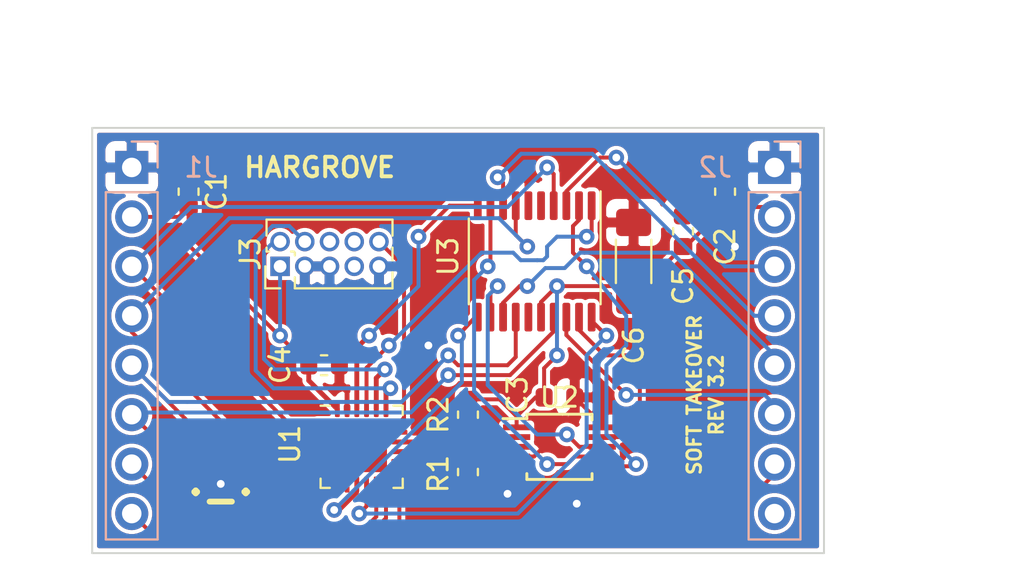
<source format=kicad_pcb>
(kicad_pcb (version 20171130) (host pcbnew "(5.1.6)-1")

  (general
    (thickness 1.6)
    (drawings 10)
    (tracks 232)
    (zones 0)
    (modules 14)
    (nets 39)
  )

  (page A4)
  (layers
    (0 F.Cu signal)
    (31 B.Cu signal)
    (32 B.Adhes user)
    (33 F.Adhes user)
    (34 B.Paste user hide)
    (35 F.Paste user)
    (36 B.SilkS user)
    (37 F.SilkS user)
    (38 B.Mask user)
    (39 F.Mask user)
    (40 Dwgs.User user)
    (41 Cmts.User user)
    (42 Eco1.User user)
    (43 Eco2.User user)
    (44 Edge.Cuts user)
    (45 Margin user)
    (46 B.CrtYd user)
    (47 F.CrtYd user)
    (48 B.Fab user)
    (49 F.Fab user)
  )

  (setup
    (last_trace_width 0.2032)
    (user_trace_width 0.2032)
    (trace_clearance 0.2)
    (zone_clearance 0.203)
    (zone_45_only no)
    (trace_min 0.2)
    (via_size 0.8)
    (via_drill 0.4)
    (via_min_size 0.4)
    (via_min_drill 0.3)
    (uvia_size 0.3)
    (uvia_drill 0.1)
    (uvias_allowed no)
    (uvia_min_size 0.2)
    (uvia_min_drill 0.1)
    (edge_width 0.05)
    (segment_width 0.2)
    (pcb_text_width 0.3)
    (pcb_text_size 1.5 1.5)
    (mod_edge_width 0.12)
    (mod_text_size 1 1)
    (mod_text_width 0.15)
    (pad_size 1.524 1.524)
    (pad_drill 0.762)
    (pad_to_mask_clearance 0.05)
    (aux_axis_origin 91.44 112.395)
    (grid_origin 92.964 99.06)
    (visible_elements 7FFFFFFF)
    (pcbplotparams
      (layerselection 0x010fc_ffffffff)
      (usegerberextensions false)
      (usegerberattributes true)
      (usegerberadvancedattributes true)
      (creategerberjobfile true)
      (excludeedgelayer true)
      (linewidth 0.100000)
      (plotframeref false)
      (viasonmask false)
      (mode 1)
      (useauxorigin false)
      (hpglpennumber 1)
      (hpglpenspeed 20)
      (hpglpendiameter 15.000000)
      (psnegative false)
      (psa4output false)
      (plotreference true)
      (plotvalue true)
      (plotinvisibletext false)
      (padsonsilk false)
      (subtractmaskfromsilk false)
      (outputformat 1)
      (mirror false)
      (drillshape 1)
      (scaleselection 1)
      (outputdirectory ""))
  )

  (net 0 "")
  (net 1 3v3)
  (net 2 GND)
  (net 3 RST)
  (net 4 IN_3)
  (net 5 IN_2)
  (net 6 IN_1)
  (net 7 IN_0)
  (net 8 SCL_EXT)
  (net 9 SDA_EXT)
  (net 10 OUT_0)
  (net 11 OUT_1)
  (net 12 OUT_2)
  (net 13 OUT_3)
  (net 14 SCL_DAC)
  (net 15 SDA_DAC)
  (net 16 SWDIO)
  (net 17 SWCLK)
  (net 18 "Net-(U1-Pad17)")
  (net 19 "Net-(U1-Pad14)")
  (net 20 SW_3)
  (net 21 SW_2)
  (net 22 "Net-(U1-Pad8)")
  (net 23 "Net-(U1-Pad7)")
  (net 24 SW_1)
  (net 25 SW_0)
  (net 26 DAC_3)
  (net 27 DAC_2)
  (net 28 DAC_1)
  (net 29 DAC_0)
  (net 30 "Net-(U2-Pad5)")
  (net 31 "Net-(U3-Pad15)")
  (net 32 LAYER_SEL)
  (net 33 "Net-(U1-Pad5)")
  (net 34 "Net-(U1-Pad6)")
  (net 35 "Net-(J2-Pad8)")
  (net 36 "Net-(J3-Pad8)")
  (net 37 "Net-(J3-Pad7)")
  (net 38 "Net-(J3-Pad6)")

  (net_class Default "This is the default net class."
    (clearance 0.2)
    (trace_width 0.25)
    (via_dia 0.8)
    (via_drill 0.4)
    (uvia_dia 0.3)
    (uvia_drill 0.1)
    (add_net 3v3)
    (add_net DAC_0)
    (add_net DAC_1)
    (add_net DAC_2)
    (add_net DAC_3)
    (add_net GND)
    (add_net IN_0)
    (add_net IN_1)
    (add_net IN_2)
    (add_net IN_3)
    (add_net LAYER_SEL)
    (add_net "Net-(J2-Pad8)")
    (add_net "Net-(J3-Pad6)")
    (add_net "Net-(J3-Pad7)")
    (add_net "Net-(J3-Pad8)")
    (add_net "Net-(U1-Pad14)")
    (add_net "Net-(U1-Pad17)")
    (add_net "Net-(U1-Pad5)")
    (add_net "Net-(U1-Pad6)")
    (add_net "Net-(U1-Pad7)")
    (add_net "Net-(U1-Pad8)")
    (add_net "Net-(U2-Pad5)")
    (add_net "Net-(U3-Pad15)")
    (add_net OUT_0)
    (add_net OUT_1)
    (add_net OUT_2)
    (add_net OUT_3)
    (add_net RST)
    (add_net SCL_DAC)
    (add_net SCL_EXT)
    (add_net SDA_DAC)
    (add_net SDA_EXT)
    (add_net SWCLK)
    (add_net SWDIO)
    (add_net SW_0)
    (add_net SW_1)
    (add_net SW_2)
    (add_net SW_3)
  )

  (module Connector_PinHeader_2.54mm:PinHeader_1x08_P2.54mm_Vertical (layer B.Cu) (tedit 59FED5CC) (tstamp 5FB87AB1)
    (at 67.564 98.044 180)
    (descr "Through hole straight pin header, 1x08, 2.54mm pitch, single row")
    (tags "Through hole pin header THT 1x08 2.54mm single row")
    (path /5FCD95F9)
    (fp_text reference J1 (at -3.556 0) (layer B.SilkS)
      (effects (font (size 1 1) (thickness 0.15)) (justify mirror))
    )
    (fp_text value Conn_01x08_Male (at 0 -20.11) (layer B.Fab)
      (effects (font (size 1 1) (thickness 0.15)) (justify mirror))
    )
    (fp_text user %R (at 0 -8.89 270) (layer B.Fab)
      (effects (font (size 1 1) (thickness 0.15)) (justify mirror))
    )
    (fp_line (start -0.635 1.27) (end 1.27 1.27) (layer B.Fab) (width 0.1))
    (fp_line (start 1.27 1.27) (end 1.27 -19.05) (layer B.Fab) (width 0.1))
    (fp_line (start 1.27 -19.05) (end -1.27 -19.05) (layer B.Fab) (width 0.1))
    (fp_line (start -1.27 -19.05) (end -1.27 0.635) (layer B.Fab) (width 0.1))
    (fp_line (start -1.27 0.635) (end -0.635 1.27) (layer B.Fab) (width 0.1))
    (fp_line (start -1.33 -19.11) (end 1.33 -19.11) (layer B.SilkS) (width 0.12))
    (fp_line (start -1.33 -1.27) (end -1.33 -19.11) (layer B.SilkS) (width 0.12))
    (fp_line (start 1.33 -1.27) (end 1.33 -19.11) (layer B.SilkS) (width 0.12))
    (fp_line (start -1.33 -1.27) (end 1.33 -1.27) (layer B.SilkS) (width 0.12))
    (fp_line (start -1.33 0) (end -1.33 1.33) (layer B.SilkS) (width 0.12))
    (fp_line (start -1.33 1.33) (end 0 1.33) (layer B.SilkS) (width 0.12))
    (fp_line (start -1.8 1.8) (end -1.8 -19.55) (layer B.CrtYd) (width 0.05))
    (fp_line (start -1.8 -19.55) (end 1.8 -19.55) (layer B.CrtYd) (width 0.05))
    (fp_line (start 1.8 -19.55) (end 1.8 1.8) (layer B.CrtYd) (width 0.05))
    (fp_line (start 1.8 1.8) (end -1.8 1.8) (layer B.CrtYd) (width 0.05))
    (pad 8 thru_hole oval (at 0 -17.78 180) (size 1.7 1.7) (drill 1) (layers *.Cu *.Mask)
      (net 8 SCL_EXT))
    (pad 7 thru_hole oval (at 0 -15.24 180) (size 1.7 1.7) (drill 1) (layers *.Cu *.Mask)
      (net 9 SDA_EXT))
    (pad 6 thru_hole oval (at 0 -12.7 180) (size 1.7 1.7) (drill 1) (layers *.Cu *.Mask)
      (net 4 IN_3))
    (pad 5 thru_hole oval (at 0 -10.16 180) (size 1.7 1.7) (drill 1) (layers *.Cu *.Mask)
      (net 5 IN_2))
    (pad 4 thru_hole oval (at 0 -7.62 180) (size 1.7 1.7) (drill 1) (layers *.Cu *.Mask)
      (net 6 IN_1))
    (pad 3 thru_hole oval (at 0 -5.08 180) (size 1.7 1.7) (drill 1) (layers *.Cu *.Mask)
      (net 7 IN_0))
    (pad 2 thru_hole oval (at 0 -2.54 180) (size 1.7 1.7) (drill 1) (layers *.Cu *.Mask)
      (net 1 3v3))
    (pad 1 thru_hole rect (at 0 0 180) (size 1.7 1.7) (drill 1) (layers *.Cu *.Mask)
      (net 2 GND))
    (model ${KISYS3DMOD}/Connector_PinHeader_2.54mm.3dshapes/PinHeader_1x08_P2.54mm_Vertical.wrl
      (at (xyz 0 0 0))
      (scale (xyz 1 1 1))
      (rotate (xyz 0 0 0))
    )
  )

  (module Package_SO:TSSOP-20_4.4x6.5mm_P0.65mm (layer F.Cu) (tedit 5E476F32) (tstamp 5FB7CCE7)
    (at 88.265 102.87 270)
    (descr "TSSOP, 20 Pin (JEDEC MO-153 Var AC https://www.jedec.org/document_search?search_api_views_fulltext=MO-153), generated with kicad-footprint-generator ipc_gullwing_generator.py")
    (tags "TSSOP SO")
    (path /5FB1BAFD)
    (attr smd)
    (fp_text reference U3 (at -0.254 4.445 90) (layer F.SilkS)
      (effects (font (size 1 1) (thickness 0.15)))
    )
    (fp_text value ADG734 (at 0 4.2 90) (layer F.Fab)
      (effects (font (size 1 1) (thickness 0.15)))
    )
    (fp_text user %R (at 0 -1.143 90) (layer F.Fab)
      (effects (font (size 1 1) (thickness 0.15)))
    )
    (fp_line (start 0 3.385) (end 2.2 3.385) (layer F.SilkS) (width 0.12))
    (fp_line (start 0 3.385) (end -2.2 3.385) (layer F.SilkS) (width 0.12))
    (fp_line (start 0 -3.385) (end 2.2 -3.385) (layer F.SilkS) (width 0.12))
    (fp_line (start 0 -3.385) (end -3.6 -3.385) (layer F.SilkS) (width 0.12))
    (fp_line (start -1.2 -3.25) (end 2.2 -3.25) (layer F.Fab) (width 0.1))
    (fp_line (start 2.2 -3.25) (end 2.2 3.25) (layer F.Fab) (width 0.1))
    (fp_line (start 2.2 3.25) (end -2.2 3.25) (layer F.Fab) (width 0.1))
    (fp_line (start -2.2 3.25) (end -2.2 -2.25) (layer F.Fab) (width 0.1))
    (fp_line (start -2.2 -2.25) (end -1.2 -3.25) (layer F.Fab) (width 0.1))
    (fp_line (start -3.85 -3.5) (end -3.85 3.5) (layer F.CrtYd) (width 0.05))
    (fp_line (start -3.85 3.5) (end 3.85 3.5) (layer F.CrtYd) (width 0.05))
    (fp_line (start 3.85 3.5) (end 3.85 -3.5) (layer F.CrtYd) (width 0.05))
    (fp_line (start 3.85 -3.5) (end -3.85 -3.5) (layer F.CrtYd) (width 0.05))
    (pad 20 smd roundrect (at 2.8625 -2.925 270) (size 1.475 0.4) (layers F.Cu F.Paste F.Mask) (roundrect_rratio 0.25)
      (net 20 SW_3))
    (pad 19 smd roundrect (at 2.8625 -2.275 270) (size 1.475 0.4) (layers F.Cu F.Paste F.Mask) (roundrect_rratio 0.25)
      (net 26 DAC_3))
    (pad 18 smd roundrect (at 2.8625 -1.625 270) (size 1.475 0.4) (layers F.Cu F.Paste F.Mask) (roundrect_rratio 0.25)
      (net 13 OUT_3))
    (pad 17 smd roundrect (at 2.8625 -0.975 270) (size 1.475 0.4) (layers F.Cu F.Paste F.Mask) (roundrect_rratio 0.25)
      (net 4 IN_3))
    (pad 16 smd roundrect (at 2.8625 -0.325 270) (size 1.475 0.4) (layers F.Cu F.Paste F.Mask) (roundrect_rratio 0.25)
      (net 1 3v3))
    (pad 15 smd roundrect (at 2.8625 0.325 270) (size 1.475 0.4) (layers F.Cu F.Paste F.Mask) (roundrect_rratio 0.25)
      (net 31 "Net-(U3-Pad15)"))
    (pad 14 smd roundrect (at 2.8625 0.975 270) (size 1.475 0.4) (layers F.Cu F.Paste F.Mask) (roundrect_rratio 0.25)
      (net 5 IN_2))
    (pad 13 smd roundrect (at 2.8625 1.625 270) (size 1.475 0.4) (layers F.Cu F.Paste F.Mask) (roundrect_rratio 0.25)
      (net 12 OUT_2))
    (pad 12 smd roundrect (at 2.8625 2.275 270) (size 1.475 0.4) (layers F.Cu F.Paste F.Mask) (roundrect_rratio 0.25)
      (net 27 DAC_2))
    (pad 11 smd roundrect (at 2.8625 2.925 270) (size 1.475 0.4) (layers F.Cu F.Paste F.Mask) (roundrect_rratio 0.25)
      (net 21 SW_2))
    (pad 10 smd roundrect (at -2.8625 2.925 270) (size 1.475 0.4) (layers F.Cu F.Paste F.Mask) (roundrect_rratio 0.25)
      (net 24 SW_1))
    (pad 9 smd roundrect (at -2.8625 2.275 270) (size 1.475 0.4) (layers F.Cu F.Paste F.Mask) (roundrect_rratio 0.25)
      (net 28 DAC_1))
    (pad 8 smd roundrect (at -2.8625 1.625 270) (size 1.475 0.4) (layers F.Cu F.Paste F.Mask) (roundrect_rratio 0.25)
      (net 11 OUT_1))
    (pad 7 smd roundrect (at -2.8625 0.975 270) (size 1.475 0.4) (layers F.Cu F.Paste F.Mask) (roundrect_rratio 0.25)
      (net 6 IN_1))
    (pad 6 smd roundrect (at -2.8625 0.325 270) (size 1.475 0.4) (layers F.Cu F.Paste F.Mask) (roundrect_rratio 0.25)
      (net 2 GND))
    (pad 5 smd roundrect (at -2.8625 -0.325 270) (size 1.475 0.4) (layers F.Cu F.Paste F.Mask) (roundrect_rratio 0.25)
      (net 2 GND))
    (pad 4 smd roundrect (at -2.8625 -0.975 270) (size 1.475 0.4) (layers F.Cu F.Paste F.Mask) (roundrect_rratio 0.25)
      (net 7 IN_0))
    (pad 3 smd roundrect (at -2.8625 -1.625 270) (size 1.475 0.4) (layers F.Cu F.Paste F.Mask) (roundrect_rratio 0.25)
      (net 10 OUT_0))
    (pad 2 smd roundrect (at -2.8625 -2.275 270) (size 1.475 0.4) (layers F.Cu F.Paste F.Mask) (roundrect_rratio 0.25)
      (net 29 DAC_0))
    (pad 1 smd roundrect (at -2.8625 -2.925 270) (size 1.475 0.4) (layers F.Cu F.Paste F.Mask) (roundrect_rratio 0.25)
      (net 25 SW_0))
    (model ${KISYS3DMOD}/Package_SO.3dshapes/TSSOP-20_4.4x6.5mm_P0.65mm.wrl
      (at (xyz 0 0 0))
      (scale (xyz 1 1 1))
      (rotate (xyz 0 0 0))
    )
  )

  (module Capacitor_SMD:C_0603_1608Metric (layer F.Cu) (tedit 5B301BBE) (tstamp 5FB84FA9)
    (at 98.044 99.2885 270)
    (descr "Capacitor SMD 0603 (1608 Metric), square (rectangular) end terminal, IPC_7351 nominal, (Body size source: http://www.tortai-tech.com/upload/download/2011102023233369053.pdf), generated with kicad-footprint-generator")
    (tags capacitor)
    (path /5FBB0CC4)
    (attr smd)
    (fp_text reference C2 (at 2.8195 0 90) (layer F.SilkS)
      (effects (font (size 1 1) (thickness 0.15)))
    )
    (fp_text value 0.1uF (at 0 1.43 90) (layer F.Fab)
      (effects (font (size 1 1) (thickness 0.15)))
    )
    (fp_text user %R (at 0 0 90) (layer F.Fab)
      (effects (font (size 0.4 0.4) (thickness 0.06)))
    )
    (fp_line (start -0.8 0.4) (end -0.8 -0.4) (layer F.Fab) (width 0.1))
    (fp_line (start -0.8 -0.4) (end 0.8 -0.4) (layer F.Fab) (width 0.1))
    (fp_line (start 0.8 -0.4) (end 0.8 0.4) (layer F.Fab) (width 0.1))
    (fp_line (start 0.8 0.4) (end -0.8 0.4) (layer F.Fab) (width 0.1))
    (fp_line (start -0.162779 -0.51) (end 0.162779 -0.51) (layer F.SilkS) (width 0.12))
    (fp_line (start -0.162779 0.51) (end 0.162779 0.51) (layer F.SilkS) (width 0.12))
    (fp_line (start -1.48 0.73) (end -1.48 -0.73) (layer F.CrtYd) (width 0.05))
    (fp_line (start -1.48 -0.73) (end 1.48 -0.73) (layer F.CrtYd) (width 0.05))
    (fp_line (start 1.48 -0.73) (end 1.48 0.73) (layer F.CrtYd) (width 0.05))
    (fp_line (start 1.48 0.73) (end -1.48 0.73) (layer F.CrtYd) (width 0.05))
    (pad 2 smd roundrect (at 0.7875 0 270) (size 0.875 0.95) (layers F.Cu F.Paste F.Mask) (roundrect_rratio 0.25)
      (net 1 3v3))
    (pad 1 smd roundrect (at -0.7875 0 270) (size 0.875 0.95) (layers F.Cu F.Paste F.Mask) (roundrect_rratio 0.25)
      (net 2 GND))
    (model ${KISYS3DMOD}/Capacitor_SMD.3dshapes/C_0603_1608Metric.wrl
      (at (xyz 0 0 0))
      (scale (xyz 1 1 1))
      (rotate (xyz 0 0 0))
    )
  )

  (module Package_SO:MSOP-10_3x3mm_P0.5mm (layer F.Cu) (tedit 5A02F25C) (tstamp 5FB7AD58)
    (at 89.535 112.395)
    (descr "10-Lead Plastic Micro Small Outline Package (MS) [MSOP] (see Microchip Packaging Specification 00000049BS.pdf)")
    (tags "SSOP 0.5")
    (path /5FB47E6B)
    (attr smd)
    (fp_text reference U2 (at 0 -2.54 180) (layer F.SilkS)
      (effects (font (size 1 1) (thickness 0.15)))
    )
    (fp_text value MCP4728 (at 0 2.6) (layer F.Fab)
      (effects (font (size 1 1) (thickness 0.15)))
    )
    (fp_text user %R (at 0 0) (layer F.Fab)
      (effects (font (size 0.6 0.6) (thickness 0.15)))
    )
    (fp_line (start -0.5 -1.5) (end 1.5 -1.5) (layer F.Fab) (width 0.15))
    (fp_line (start 1.5 -1.5) (end 1.5 1.5) (layer F.Fab) (width 0.15))
    (fp_line (start 1.5 1.5) (end -1.5 1.5) (layer F.Fab) (width 0.15))
    (fp_line (start -1.5 1.5) (end -1.5 -0.5) (layer F.Fab) (width 0.15))
    (fp_line (start -1.5 -0.5) (end -0.5 -1.5) (layer F.Fab) (width 0.15))
    (fp_line (start -3.15 -1.85) (end -3.15 1.85) (layer F.CrtYd) (width 0.05))
    (fp_line (start 3.15 -1.85) (end 3.15 1.85) (layer F.CrtYd) (width 0.05))
    (fp_line (start -3.15 -1.85) (end 3.15 -1.85) (layer F.CrtYd) (width 0.05))
    (fp_line (start -3.15 1.85) (end 3.15 1.85) (layer F.CrtYd) (width 0.05))
    (fp_line (start -1.675 -1.675) (end -1.675 -1.45) (layer F.SilkS) (width 0.15))
    (fp_line (start 1.675 -1.675) (end 1.675 -1.375) (layer F.SilkS) (width 0.15))
    (fp_line (start 1.675 1.675) (end 1.675 1.375) (layer F.SilkS) (width 0.15))
    (fp_line (start -1.675 1.675) (end -1.675 1.375) (layer F.SilkS) (width 0.15))
    (fp_line (start -1.675 -1.675) (end 1.675 -1.675) (layer F.SilkS) (width 0.15))
    (fp_line (start -1.675 1.675) (end 1.675 1.675) (layer F.SilkS) (width 0.15))
    (fp_line (start -1.675 -1.45) (end -2.9 -1.45) (layer F.SilkS) (width 0.15))
    (pad 10 smd rect (at 2.2 -1) (size 1.4 0.3) (layers F.Cu F.Paste F.Mask)
      (net 2 GND))
    (pad 9 smd rect (at 2.2 -0.5) (size 1.4 0.3) (layers F.Cu F.Paste F.Mask)
      (net 26 DAC_3))
    (pad 8 smd rect (at 2.2 0) (size 1.4 0.3) (layers F.Cu F.Paste F.Mask)
      (net 27 DAC_2))
    (pad 7 smd rect (at 2.2 0.5) (size 1.4 0.3) (layers F.Cu F.Paste F.Mask)
      (net 28 DAC_1))
    (pad 6 smd rect (at 2.2 1) (size 1.4 0.3) (layers F.Cu F.Paste F.Mask)
      (net 29 DAC_0))
    (pad 5 smd rect (at -2.2 1) (size 1.4 0.3) (layers F.Cu F.Paste F.Mask)
      (net 30 "Net-(U2-Pad5)"))
    (pad 4 smd rect (at -2.2 0.5) (size 1.4 0.3) (layers F.Cu F.Paste F.Mask)
      (net 2 GND))
    (pad 3 smd rect (at -2.2 0) (size 1.4 0.3) (layers F.Cu F.Paste F.Mask)
      (net 15 SDA_DAC))
    (pad 2 smd rect (at -2.2 -0.5) (size 1.4 0.3) (layers F.Cu F.Paste F.Mask)
      (net 14 SCL_DAC))
    (pad 1 smd rect (at -2.2 -1) (size 1.4 0.3) (layers F.Cu F.Paste F.Mask)
      (net 1 3v3))
    (model ${KISYS3DMOD}/Package_SO.3dshapes/MSOP-10_3x3mm_P0.5mm.wrl
      (at (xyz 0 0 0))
      (scale (xyz 1 1 1))
      (rotate (xyz 0 0 0))
    )
  )

  (module Package_DFN_QFN:QFN-24-1EP_4x4mm_P0.5mm_EP2.6x2.6mm (layer F.Cu) (tedit 5DC5F6A3) (tstamp 5FB79F31)
    (at 79.375 112.395)
    (descr "QFN, 24 Pin (http://ww1.microchip.com/downloads/en/PackagingSpec/00000049BQ.pdf#page=278), generated with kicad-footprint-generator ipc_noLead_generator.py")
    (tags "QFN NoLead")
    (path /5FAD2176)
    (attr smd)
    (fp_text reference U1 (at -3.683 -0.127 90) (layer F.SilkS)
      (effects (font (size 1 1) (thickness 0.15)))
    )
    (fp_text value SAMD11D14A (at 0 3.3) (layer F.Fab)
      (effects (font (size 1 1) (thickness 0.15)))
    )
    (fp_text user %R (at 0 0 90) (layer F.Fab)
      (effects (font (size 1 1) (thickness 0.15)))
    )
    (fp_line (start 1.635 -2.11) (end 2.11 -2.11) (layer F.SilkS) (width 0.12))
    (fp_line (start 2.11 -2.11) (end 2.11 -1.635) (layer F.SilkS) (width 0.12))
    (fp_line (start -1.635 2.11) (end -2.11 2.11) (layer F.SilkS) (width 0.12))
    (fp_line (start -2.11 2.11) (end -2.11 1.635) (layer F.SilkS) (width 0.12))
    (fp_line (start 1.635 2.11) (end 2.11 2.11) (layer F.SilkS) (width 0.12))
    (fp_line (start 2.11 2.11) (end 2.11 1.635) (layer F.SilkS) (width 0.12))
    (fp_line (start -1.635 -2.11) (end -2.11 -2.11) (layer F.SilkS) (width 0.12))
    (fp_line (start -1 -2) (end 2 -2) (layer F.Fab) (width 0.1))
    (fp_line (start 2 -2) (end 2 2) (layer F.Fab) (width 0.1))
    (fp_line (start 2 2) (end -2 2) (layer F.Fab) (width 0.1))
    (fp_line (start -2 2) (end -2 -1) (layer F.Fab) (width 0.1))
    (fp_line (start -2 -1) (end -1 -2) (layer F.Fab) (width 0.1))
    (fp_line (start -2.6 -2.6) (end -2.6 2.6) (layer F.CrtYd) (width 0.05))
    (fp_line (start -2.6 2.6) (end 2.6 2.6) (layer F.CrtYd) (width 0.05))
    (fp_line (start 2.6 2.6) (end 2.6 -2.6) (layer F.CrtYd) (width 0.05))
    (fp_line (start 2.6 -2.6) (end -2.6 -2.6) (layer F.CrtYd) (width 0.05))
    (pad "" smd roundrect (at 0.65 0.65) (size 1.05 1.05) (layers F.Paste) (roundrect_rratio 0.238095))
    (pad "" smd roundrect (at 0.65 -0.65) (size 1.05 1.05) (layers F.Paste) (roundrect_rratio 0.238095))
    (pad "" smd roundrect (at -0.65 0.65) (size 1.05 1.05) (layers F.Paste) (roundrect_rratio 0.238095))
    (pad "" smd roundrect (at -0.65 -0.65) (size 1.05 1.05) (layers F.Paste) (roundrect_rratio 0.238095))
    (pad 25 smd rect (at 0 0) (size 2.6 2.6) (layers F.Cu F.Mask))
    (pad 24 smd roundrect (at -1.25 -1.9375) (size 0.25 0.825) (layers F.Cu F.Paste F.Mask) (roundrect_rratio 0.25)
      (net 1 3v3))
    (pad 23 smd roundrect (at -0.75 -1.9375) (size 0.25 0.825) (layers F.Cu F.Paste F.Mask) (roundrect_rratio 0.25)
      (net 2 GND))
    (pad 22 smd roundrect (at -0.25 -1.9375) (size 0.25 0.825) (layers F.Cu F.Paste F.Mask) (roundrect_rratio 0.25)
      (net 24 SW_1))
    (pad 21 smd roundrect (at 0.25 -1.9375) (size 0.25 0.825) (layers F.Cu F.Paste F.Mask) (roundrect_rratio 0.25)
      (net 25 SW_0))
    (pad 20 smd roundrect (at 0.75 -1.9375) (size 0.25 0.825) (layers F.Cu F.Paste F.Mask) (roundrect_rratio 0.25)
      (net 16 SWDIO))
    (pad 19 smd roundrect (at 1.25 -1.9375) (size 0.25 0.825) (layers F.Cu F.Paste F.Mask) (roundrect_rratio 0.25)
      (net 17 SWCLK))
    (pad 18 smd roundrect (at 1.9375 -1.25) (size 0.825 0.25) (layers F.Cu F.Paste F.Mask) (roundrect_rratio 0.25)
      (net 3 RST))
    (pad 17 smd roundrect (at 1.9375 -0.75) (size 0.825 0.25) (layers F.Cu F.Paste F.Mask) (roundrect_rratio 0.25)
      (net 18 "Net-(U1-Pad17)"))
    (pad 16 smd roundrect (at 1.9375 -0.25) (size 0.825 0.25) (layers F.Cu F.Paste F.Mask) (roundrect_rratio 0.25)
      (net 14 SCL_DAC))
    (pad 15 smd roundrect (at 1.9375 0.25) (size 0.825 0.25) (layers F.Cu F.Paste F.Mask) (roundrect_rratio 0.25)
      (net 15 SDA_DAC))
    (pad 14 smd roundrect (at 1.9375 0.75) (size 0.825 0.25) (layers F.Cu F.Paste F.Mask) (roundrect_rratio 0.25)
      (net 19 "Net-(U1-Pad14)"))
    (pad 13 smd roundrect (at 1.9375 1.25) (size 0.825 0.25) (layers F.Cu F.Paste F.Mask) (roundrect_rratio 0.25)
      (net 32 LAYER_SEL))
    (pad 12 smd roundrect (at 1.25 1.9375) (size 0.25 0.825) (layers F.Cu F.Paste F.Mask) (roundrect_rratio 0.25)
      (net 8 SCL_EXT))
    (pad 11 smd roundrect (at 0.75 1.9375) (size 0.25 0.825) (layers F.Cu F.Paste F.Mask) (roundrect_rratio 0.25)
      (net 9 SDA_EXT))
    (pad 10 smd roundrect (at 0.25 1.9375) (size 0.25 0.825) (layers F.Cu F.Paste F.Mask) (roundrect_rratio 0.25)
      (net 20 SW_3))
    (pad 9 smd roundrect (at -0.25 1.9375) (size 0.25 0.825) (layers F.Cu F.Paste F.Mask) (roundrect_rratio 0.25)
      (net 21 SW_2))
    (pad 8 smd roundrect (at -0.75 1.9375) (size 0.25 0.825) (layers F.Cu F.Paste F.Mask) (roundrect_rratio 0.25)
      (net 22 "Net-(U1-Pad8)"))
    (pad 7 smd roundrect (at -1.25 1.9375) (size 0.25 0.825) (layers F.Cu F.Paste F.Mask) (roundrect_rratio 0.25)
      (net 23 "Net-(U1-Pad7)"))
    (pad 6 smd roundrect (at -1.9375 1.25) (size 0.825 0.25) (layers F.Cu F.Paste F.Mask) (roundrect_rratio 0.25)
      (net 34 "Net-(U1-Pad6)"))
    (pad 5 smd roundrect (at -1.9375 0.75) (size 0.825 0.25) (layers F.Cu F.Paste F.Mask) (roundrect_rratio 0.25)
      (net 33 "Net-(U1-Pad5)"))
    (pad 4 smd roundrect (at -1.9375 0.25) (size 0.825 0.25) (layers F.Cu F.Paste F.Mask) (roundrect_rratio 0.25)
      (net 4 IN_3))
    (pad 3 smd roundrect (at -1.9375 -0.25) (size 0.825 0.25) (layers F.Cu F.Paste F.Mask) (roundrect_rratio 0.25)
      (net 5 IN_2))
    (pad 2 smd roundrect (at -1.9375 -0.75) (size 0.825 0.25) (layers F.Cu F.Paste F.Mask) (roundrect_rratio 0.25)
      (net 6 IN_1))
    (pad 1 smd roundrect (at -1.9375 -1.25) (size 0.825 0.25) (layers F.Cu F.Paste F.Mask) (roundrect_rratio 0.25)
      (net 7 IN_0))
    (model ${KISYS3DMOD}/Package_DFN_QFN.3dshapes/QFN-24-1EP_4x4mm_P0.5mm_EP2.6x2.6mm.wrl
      (at (xyz 0 0 0))
      (scale (xyz 1 1 1))
      (rotate (xyz 0 0 0))
    )
  )

  (module Resistor_SMD:R_0603_1608Metric (layer F.Cu) (tedit 5B301BBD) (tstamp 5FB7BB02)
    (at 84.836 113.6905 90)
    (descr "Resistor SMD 0603 (1608 Metric), square (rectangular) end terminal, IPC_7351 nominal, (Body size source: http://www.tortai-tech.com/upload/download/2011102023233369053.pdf), generated with kicad-footprint-generator")
    (tags resistor)
    (path /5FB47E94)
    (attr smd)
    (fp_text reference R1 (at -0.1015 -1.524 90) (layer F.SilkS)
      (effects (font (size 1 1) (thickness 0.15)))
    )
    (fp_text value 5k (at 2.6925 0 90) (layer F.Fab)
      (effects (font (size 1 1) (thickness 0.15)))
    )
    (fp_text user %R (at 0 0) (layer F.Fab)
      (effects (font (size 0.4 0.4) (thickness 0.06)))
    )
    (fp_line (start -0.8 0.4) (end -0.8 -0.4) (layer F.Fab) (width 0.1))
    (fp_line (start -0.8 -0.4) (end 0.8 -0.4) (layer F.Fab) (width 0.1))
    (fp_line (start 0.8 -0.4) (end 0.8 0.4) (layer F.Fab) (width 0.1))
    (fp_line (start 0.8 0.4) (end -0.8 0.4) (layer F.Fab) (width 0.1))
    (fp_line (start -0.162779 -0.51) (end 0.162779 -0.51) (layer F.SilkS) (width 0.12))
    (fp_line (start -0.162779 0.51) (end 0.162779 0.51) (layer F.SilkS) (width 0.12))
    (fp_line (start -1.48 0.73) (end -1.48 -0.73) (layer F.CrtYd) (width 0.05))
    (fp_line (start -1.48 -0.73) (end 1.48 -0.73) (layer F.CrtYd) (width 0.05))
    (fp_line (start 1.48 -0.73) (end 1.48 0.73) (layer F.CrtYd) (width 0.05))
    (fp_line (start 1.48 0.73) (end -1.48 0.73) (layer F.CrtYd) (width 0.05))
    (pad 2 smd roundrect (at 0.7875 0 90) (size 0.875 0.95) (layers F.Cu F.Paste F.Mask) (roundrect_rratio 0.25)
      (net 15 SDA_DAC))
    (pad 1 smd roundrect (at -0.7875 0 90) (size 0.875 0.95) (layers F.Cu F.Paste F.Mask) (roundrect_rratio 0.25)
      (net 1 3v3))
    (model ${KISYS3DMOD}/Resistor_SMD.3dshapes/R_0603_1608Metric.wrl
      (at (xyz 0 0 0))
      (scale (xyz 1 1 1))
      (rotate (xyz 0 0 0))
    )
  )

  (module Resistor_SMD:R_0603_1608Metric (layer F.Cu) (tedit 5B301BBD) (tstamp 5FB7B7F8)
    (at 84.836 110.744 270)
    (descr "Resistor SMD 0603 (1608 Metric), square (rectangular) end terminal, IPC_7351 nominal, (Body size source: http://www.tortai-tech.com/upload/download/2011102023233369053.pdf), generated with kicad-footprint-generator")
    (tags resistor)
    (path /5FB47E8D)
    (attr smd)
    (fp_text reference R2 (at 0 1.524 90) (layer F.SilkS)
      (effects (font (size 1 1) (thickness 0.15)))
    )
    (fp_text value 5k (at 2.6925 0 90) (layer F.Fab)
      (effects (font (size 1 1) (thickness 0.15)))
    )
    (fp_text user %R (at 0 0 90) (layer F.Fab)
      (effects (font (size 0.4 0.4) (thickness 0.06)))
    )
    (fp_line (start -0.8 0.4) (end -0.8 -0.4) (layer F.Fab) (width 0.1))
    (fp_line (start -0.8 -0.4) (end 0.8 -0.4) (layer F.Fab) (width 0.1))
    (fp_line (start 0.8 -0.4) (end 0.8 0.4) (layer F.Fab) (width 0.1))
    (fp_line (start 0.8 0.4) (end -0.8 0.4) (layer F.Fab) (width 0.1))
    (fp_line (start -0.162779 -0.51) (end 0.162779 -0.51) (layer F.SilkS) (width 0.12))
    (fp_line (start -0.162779 0.51) (end 0.162779 0.51) (layer F.SilkS) (width 0.12))
    (fp_line (start -1.48 0.73) (end -1.48 -0.73) (layer F.CrtYd) (width 0.05))
    (fp_line (start -1.48 -0.73) (end 1.48 -0.73) (layer F.CrtYd) (width 0.05))
    (fp_line (start 1.48 -0.73) (end 1.48 0.73) (layer F.CrtYd) (width 0.05))
    (fp_line (start 1.48 0.73) (end -1.48 0.73) (layer F.CrtYd) (width 0.05))
    (pad 2 smd roundrect (at 0.7875 0 270) (size 0.875 0.95) (layers F.Cu F.Paste F.Mask) (roundrect_rratio 0.25)
      (net 14 SCL_DAC))
    (pad 1 smd roundrect (at -0.7875 0 270) (size 0.875 0.95) (layers F.Cu F.Paste F.Mask) (roundrect_rratio 0.25)
      (net 1 3v3))
    (model ${KISYS3DMOD}/Resistor_SMD.3dshapes/R_0603_1608Metric.wrl
      (at (xyz 0 0 0))
      (scale (xyz 1 1 1))
      (rotate (xyz 0 0 0))
    )
  )

  (module Connector_PinHeader_1.27mm:PinHeader_2x05_P1.27mm_Vertical (layer F.Cu) (tedit 59FED6E3) (tstamp 5FB7CBF0)
    (at 75.184 103.124 90)
    (descr "Through hole straight pin header, 2x05, 1.27mm pitch, double rows")
    (tags "Through hole pin header THT 2x05 1.27mm double row")
    (path /5FE64CB5)
    (fp_text reference J3 (at 0.635 -1.524 90) (layer F.SilkS)
      (effects (font (size 1 1) (thickness 0.15)))
    )
    (fp_text value JTAG_SWD (at -2.54 2.54 180) (layer F.Fab)
      (effects (font (size 1 1) (thickness 0.15)))
    )
    (fp_line (start 2.85 -1.15) (end -1.6 -1.15) (layer F.CrtYd) (width 0.05))
    (fp_line (start 2.85 6.25) (end 2.85 -1.15) (layer F.CrtYd) (width 0.05))
    (fp_line (start -1.6 6.25) (end 2.85 6.25) (layer F.CrtYd) (width 0.05))
    (fp_line (start -1.6 -1.15) (end -1.6 6.25) (layer F.CrtYd) (width 0.05))
    (fp_line (start -1.13 -0.76) (end 0 -0.76) (layer F.SilkS) (width 0.12))
    (fp_line (start -1.13 0) (end -1.13 -0.76) (layer F.SilkS) (width 0.12))
    (fp_line (start 1.57753 -0.695) (end 2.4 -0.695) (layer F.SilkS) (width 0.12))
    (fp_line (start 0.76 -0.695) (end 0.96247 -0.695) (layer F.SilkS) (width 0.12))
    (fp_line (start 0.76 -0.563471) (end 0.76 -0.695) (layer F.SilkS) (width 0.12))
    (fp_line (start 0.76 0.706529) (end 0.76 0.563471) (layer F.SilkS) (width 0.12))
    (fp_line (start 0.563471 0.76) (end 0.706529 0.76) (layer F.SilkS) (width 0.12))
    (fp_line (start -1.13 0.76) (end -0.563471 0.76) (layer F.SilkS) (width 0.12))
    (fp_line (start 2.4 -0.695) (end 2.4 5.775) (layer F.SilkS) (width 0.12))
    (fp_line (start -1.13 0.76) (end -1.13 5.775) (layer F.SilkS) (width 0.12))
    (fp_line (start 0.30753 5.775) (end 0.96247 5.775) (layer F.SilkS) (width 0.12))
    (fp_line (start 1.57753 5.775) (end 2.4 5.775) (layer F.SilkS) (width 0.12))
    (fp_line (start -1.13 5.775) (end -0.30753 5.775) (layer F.SilkS) (width 0.12))
    (fp_line (start -1.07 0.2175) (end -0.2175 -0.635) (layer F.Fab) (width 0.1))
    (fp_line (start -1.07 5.715) (end -1.07 0.2175) (layer F.Fab) (width 0.1))
    (fp_line (start 2.34 5.715) (end -1.07 5.715) (layer F.Fab) (width 0.1))
    (fp_line (start 2.34 -0.635) (end 2.34 5.715) (layer F.Fab) (width 0.1))
    (fp_line (start -0.2175 -0.635) (end 2.34 -0.635) (layer F.Fab) (width 0.1))
    (fp_text user %R (at 0.635 2.54) (layer F.Fab)
      (effects (font (size 1 1) (thickness 0.15)))
    )
    (pad 1 thru_hole rect (at 0 0 90) (size 1 1) (drill 0.65) (layers *.Cu *.Mask)
      (net 1 3v3))
    (pad 2 thru_hole oval (at 1.27 0 90) (size 1 1) (drill 0.65) (layers *.Cu *.Mask)
      (net 16 SWDIO))
    (pad 3 thru_hole oval (at 0 1.27 90) (size 1 1) (drill 0.65) (layers *.Cu *.Mask)
      (net 2 GND))
    (pad 4 thru_hole oval (at 1.27 1.27 90) (size 1 1) (drill 0.65) (layers *.Cu *.Mask)
      (net 17 SWCLK))
    (pad 5 thru_hole oval (at 0 2.54 90) (size 1 1) (drill 0.65) (layers *.Cu *.Mask)
      (net 2 GND))
    (pad 6 thru_hole oval (at 1.27 2.54 90) (size 1 1) (drill 0.65) (layers *.Cu *.Mask)
      (net 38 "Net-(J3-Pad6)"))
    (pad 7 thru_hole oval (at 0 3.81 90) (size 1 1) (drill 0.65) (layers *.Cu *.Mask)
      (net 37 "Net-(J3-Pad7)"))
    (pad 8 thru_hole oval (at 1.27 3.81 90) (size 1 1) (drill 0.65) (layers *.Cu *.Mask)
      (net 36 "Net-(J3-Pad8)"))
    (pad 9 thru_hole oval (at 0 5.08 90) (size 1 1) (drill 0.65) (layers *.Cu *.Mask)
      (net 2 GND))
    (pad 10 thru_hole oval (at 1.27 5.08 90) (size 1 1) (drill 0.65) (layers *.Cu *.Mask)
      (net 3 RST))
    (model ${KISYS3DMOD}/Connector_PinHeader_1.27mm.3dshapes/PinHeader_2x05_P1.27mm_Vertical.wrl
      (at (xyz 0 0 0))
      (scale (xyz 1 1 1))
      (rotate (xyz 0 0 0))
    )
  )

  (module Connector_PinHeader_2.54mm:PinHeader_1x08_P2.54mm_Vertical (layer B.Cu) (tedit 59FED5CC) (tstamp 5FB8A37F)
    (at 100.584 98.044 180)
    (descr "Through hole straight pin header, 1x08, 2.54mm pitch, single row")
    (tags "Through hole pin header THT 1x08 2.54mm single row")
    (path /5FCDB26E)
    (fp_text reference J2 (at 3.048 0) (layer B.SilkS)
      (effects (font (size 1 1) (thickness 0.15)) (justify mirror))
    )
    (fp_text value Conn_01x08_Male (at 0 -20.11) (layer B.Fab)
      (effects (font (size 1 1) (thickness 0.15)) (justify mirror))
    )
    (fp_text user %R (at 0 -8.89 -90) (layer B.Fab)
      (effects (font (size 1 1) (thickness 0.15)) (justify mirror))
    )
    (fp_line (start -0.635 1.27) (end 1.27 1.27) (layer B.Fab) (width 0.1))
    (fp_line (start 1.27 1.27) (end 1.27 -19.05) (layer B.Fab) (width 0.1))
    (fp_line (start 1.27 -19.05) (end -1.27 -19.05) (layer B.Fab) (width 0.1))
    (fp_line (start -1.27 -19.05) (end -1.27 0.635) (layer B.Fab) (width 0.1))
    (fp_line (start -1.27 0.635) (end -0.635 1.27) (layer B.Fab) (width 0.1))
    (fp_line (start -1.33 -19.11) (end 1.33 -19.11) (layer B.SilkS) (width 0.12))
    (fp_line (start -1.33 -1.27) (end -1.33 -19.11) (layer B.SilkS) (width 0.12))
    (fp_line (start 1.33 -1.27) (end 1.33 -19.11) (layer B.SilkS) (width 0.12))
    (fp_line (start -1.33 -1.27) (end 1.33 -1.27) (layer B.SilkS) (width 0.12))
    (fp_line (start -1.33 0) (end -1.33 1.33) (layer B.SilkS) (width 0.12))
    (fp_line (start -1.33 1.33) (end 0 1.33) (layer B.SilkS) (width 0.12))
    (fp_line (start -1.8 1.8) (end -1.8 -19.55) (layer B.CrtYd) (width 0.05))
    (fp_line (start -1.8 -19.55) (end 1.8 -19.55) (layer B.CrtYd) (width 0.05))
    (fp_line (start 1.8 -19.55) (end 1.8 1.8) (layer B.CrtYd) (width 0.05))
    (fp_line (start 1.8 1.8) (end -1.8 1.8) (layer B.CrtYd) (width 0.05))
    (pad 8 thru_hole oval (at 0 -17.78 180) (size 1.7 1.7) (drill 1) (layers *.Cu *.Mask)
      (net 35 "Net-(J2-Pad8)"))
    (pad 7 thru_hole oval (at 0 -15.24 180) (size 1.7 1.7) (drill 1) (layers *.Cu *.Mask)
      (net 32 LAYER_SEL))
    (pad 6 thru_hole oval (at 0 -12.7 180) (size 1.7 1.7) (drill 1) (layers *.Cu *.Mask)
      (net 13 OUT_3))
    (pad 5 thru_hole oval (at 0 -10.16 180) (size 1.7 1.7) (drill 1) (layers *.Cu *.Mask)
      (net 12 OUT_2))
    (pad 4 thru_hole oval (at 0 -7.62 180) (size 1.7 1.7) (drill 1) (layers *.Cu *.Mask)
      (net 11 OUT_1))
    (pad 3 thru_hole oval (at 0 -5.08 180) (size 1.7 1.7) (drill 1) (layers *.Cu *.Mask)
      (net 10 OUT_0))
    (pad 2 thru_hole oval (at 0 -2.54 180) (size 1.7 1.7) (drill 1) (layers *.Cu *.Mask)
      (net 1 3v3))
    (pad 1 thru_hole rect (at 0 0 180) (size 1.7 1.7) (drill 1) (layers *.Cu *.Mask)
      (net 2 GND))
    (model ${KISYS3DMOD}/Connector_PinHeader_2.54mm.3dshapes/PinHeader_1x08_P2.54mm_Vertical.wrl
      (at (xyz 0 0 0))
      (scale (xyz 1 1 1))
      (rotate (xyz 0 0 0))
    )
  )

  (module Capacitor_SMD:C_1806_4516Metric (layer F.Cu) (tedit 5B301BBE) (tstamp 5FB7CD71)
    (at 93.345 102.87 90)
    (descr "Capacitor SMD 1806 (4516 Metric), square (rectangular) end terminal, IPC_7351 nominal, (Body size source: https://www.modelithics.com/models/Vendor/MuRata/BLM41P.pdf), generated with kicad-footprint-generator")
    (tags capacitor)
    (path /5FB831FA)
    (attr smd)
    (fp_text reference C6 (at -4.318 0 90) (layer F.SilkS)
      (effects (font (size 1 1) (thickness 0.15)))
    )
    (fp_text value 10uF (at -5.08 0 90) (layer F.Fab)
      (effects (font (size 1 1) (thickness 0.15)))
    )
    (fp_text user %R (at 0 0 90) (layer F.Fab)
      (effects (font (size 1 1) (thickness 0.15)))
    )
    (fp_line (start -2.25 0.8) (end -2.25 -0.8) (layer F.Fab) (width 0.1))
    (fp_line (start -2.25 -0.8) (end 2.25 -0.8) (layer F.Fab) (width 0.1))
    (fp_line (start 2.25 -0.8) (end 2.25 0.8) (layer F.Fab) (width 0.1))
    (fp_line (start 2.25 0.8) (end -2.25 0.8) (layer F.Fab) (width 0.1))
    (fp_line (start -1.111252 -0.91) (end 1.111252 -0.91) (layer F.SilkS) (width 0.12))
    (fp_line (start -1.111252 0.91) (end 1.111252 0.91) (layer F.SilkS) (width 0.12))
    (fp_line (start -2.95 1.15) (end -2.95 -1.15) (layer F.CrtYd) (width 0.05))
    (fp_line (start -2.95 -1.15) (end 2.95 -1.15) (layer F.CrtYd) (width 0.05))
    (fp_line (start 2.95 -1.15) (end 2.95 1.15) (layer F.CrtYd) (width 0.05))
    (fp_line (start 2.95 1.15) (end -2.95 1.15) (layer F.CrtYd) (width 0.05))
    (pad 2 smd roundrect (at 2 0 90) (size 1.4 1.8) (layers F.Cu F.Paste F.Mask) (roundrect_rratio 0.178571)
      (net 2 GND))
    (pad 1 smd roundrect (at -2 0 90) (size 1.4 1.8) (layers F.Cu F.Paste F.Mask) (roundrect_rratio 0.178571)
      (net 1 3v3))
    (model ${KISYS3DMOD}/Capacitor_SMD.3dshapes/C_1806_4516Metric.wrl
      (at (xyz 0 0 0))
      (scale (xyz 1 1 1))
      (rotate (xyz 0 0 0))
    )
  )

  (module Capacitor_SMD:C_0603_1608Metric (layer F.Cu) (tedit 5B301BBE) (tstamp 5FB7CD41)
    (at 95.885 101.3205 90)
    (descr "Capacitor SMD 0603 (1608 Metric), square (rectangular) end terminal, IPC_7351 nominal, (Body size source: http://www.tortai-tech.com/upload/download/2011102023233369053.pdf), generated with kicad-footprint-generator")
    (tags capacitor)
    (path /5FB7F2F7)
    (attr smd)
    (fp_text reference C5 (at -2.8195 0 90) (layer F.SilkS)
      (effects (font (size 1 1) (thickness 0.15)))
    )
    (fp_text value 0.1uF (at -3.81 0 90) (layer F.Fab)
      (effects (font (size 1 1) (thickness 0.15)))
    )
    (fp_text user %R (at 0 0 90) (layer F.Fab)
      (effects (font (size 0.4 0.4) (thickness 0.06)))
    )
    (fp_line (start -0.8 0.4) (end -0.8 -0.4) (layer F.Fab) (width 0.1))
    (fp_line (start -0.8 -0.4) (end 0.8 -0.4) (layer F.Fab) (width 0.1))
    (fp_line (start 0.8 -0.4) (end 0.8 0.4) (layer F.Fab) (width 0.1))
    (fp_line (start 0.8 0.4) (end -0.8 0.4) (layer F.Fab) (width 0.1))
    (fp_line (start -0.162779 -0.51) (end 0.162779 -0.51) (layer F.SilkS) (width 0.12))
    (fp_line (start -0.162779 0.51) (end 0.162779 0.51) (layer F.SilkS) (width 0.12))
    (fp_line (start -1.48 0.73) (end -1.48 -0.73) (layer F.CrtYd) (width 0.05))
    (fp_line (start -1.48 -0.73) (end 1.48 -0.73) (layer F.CrtYd) (width 0.05))
    (fp_line (start 1.48 -0.73) (end 1.48 0.73) (layer F.CrtYd) (width 0.05))
    (fp_line (start 1.48 0.73) (end -1.48 0.73) (layer F.CrtYd) (width 0.05))
    (pad 2 smd roundrect (at 0.7875 0 90) (size 0.875 0.95) (layers F.Cu F.Paste F.Mask) (roundrect_rratio 0.25)
      (net 2 GND))
    (pad 1 smd roundrect (at -0.7875 0 90) (size 0.875 0.95) (layers F.Cu F.Paste F.Mask) (roundrect_rratio 0.25)
      (net 1 3v3))
    (model ${KISYS3DMOD}/Capacitor_SMD.3dshapes/C_0603_1608Metric.wrl
      (at (xyz 0 0 0))
      (scale (xyz 1 1 1))
      (rotate (xyz 0 0 0))
    )
  )

  (module Capacitor_SMD:C_0603_1608Metric (layer F.Cu) (tedit 5B301BBE) (tstamp 5FB79117)
    (at 77.4445 108.204 180)
    (descr "Capacitor SMD 0603 (1608 Metric), square (rectangular) end terminal, IPC_7351 nominal, (Body size source: http://www.tortai-tech.com/upload/download/2011102023233369053.pdf), generated with kicad-footprint-generator")
    (tags capacitor)
    (path /5FAD684C)
    (attr smd)
    (fp_text reference C4 (at 2.2605 0 90) (layer F.SilkS)
      (effects (font (size 1 1) (thickness 0.15)))
    )
    (fp_text value 0.1uF (at -0.2795 1.524 180) (layer F.Fab)
      (effects (font (size 1 1) (thickness 0.15)))
    )
    (fp_text user %R (at 0 0) (layer F.Fab)
      (effects (font (size 0.4 0.4) (thickness 0.06)))
    )
    (fp_line (start -0.8 0.4) (end -0.8 -0.4) (layer F.Fab) (width 0.1))
    (fp_line (start -0.8 -0.4) (end 0.8 -0.4) (layer F.Fab) (width 0.1))
    (fp_line (start 0.8 -0.4) (end 0.8 0.4) (layer F.Fab) (width 0.1))
    (fp_line (start 0.8 0.4) (end -0.8 0.4) (layer F.Fab) (width 0.1))
    (fp_line (start -0.162779 -0.51) (end 0.162779 -0.51) (layer F.SilkS) (width 0.12))
    (fp_line (start -0.162779 0.51) (end 0.162779 0.51) (layer F.SilkS) (width 0.12))
    (fp_line (start -1.48 0.73) (end -1.48 -0.73) (layer F.CrtYd) (width 0.05))
    (fp_line (start -1.48 -0.73) (end 1.48 -0.73) (layer F.CrtYd) (width 0.05))
    (fp_line (start 1.48 -0.73) (end 1.48 0.73) (layer F.CrtYd) (width 0.05))
    (fp_line (start 1.48 0.73) (end -1.48 0.73) (layer F.CrtYd) (width 0.05))
    (pad 2 smd roundrect (at 0.7875 0 180) (size 0.875 0.95) (layers F.Cu F.Paste F.Mask) (roundrect_rratio 0.25)
      (net 1 3v3))
    (pad 1 smd roundrect (at -0.7875 0 180) (size 0.875 0.95) (layers F.Cu F.Paste F.Mask) (roundrect_rratio 0.25)
      (net 2 GND))
    (model ${KISYS3DMOD}/Capacitor_SMD.3dshapes/C_0603_1608Metric.wrl
      (at (xyz 0 0 0))
      (scale (xyz 1 1 1))
      (rotate (xyz 0 0 0))
    )
  )

  (module Capacitor_SMD:C_0603_1608Metric (layer F.Cu) (tedit 5B301BBE) (tstamp 5FB88603)
    (at 89.535 109.855 180)
    (descr "Capacitor SMD 0603 (1608 Metric), square (rectangular) end terminal, IPC_7351 nominal, (Body size source: http://www.tortai-tech.com/upload/download/2011102023233369053.pdf), generated with kicad-footprint-generator")
    (tags capacitor)
    (path /5FB47E7D)
    (attr smd)
    (fp_text reference C3 (at 2.159 0.127 90) (layer F.SilkS)
      (effects (font (size 1 1) (thickness 0.15)))
    )
    (fp_text value 0.1uF (at 3.683 1.651) (layer F.Fab)
      (effects (font (size 1 1) (thickness 0.15)))
    )
    (fp_line (start 1.48 0.73) (end -1.48 0.73) (layer F.CrtYd) (width 0.05))
    (fp_line (start 1.48 -0.73) (end 1.48 0.73) (layer F.CrtYd) (width 0.05))
    (fp_line (start -1.48 -0.73) (end 1.48 -0.73) (layer F.CrtYd) (width 0.05))
    (fp_line (start -1.48 0.73) (end -1.48 -0.73) (layer F.CrtYd) (width 0.05))
    (fp_line (start -0.162779 0.51) (end 0.162779 0.51) (layer F.SilkS) (width 0.12))
    (fp_line (start -0.162779 -0.51) (end 0.162779 -0.51) (layer F.SilkS) (width 0.12))
    (fp_line (start 0.8 0.4) (end -0.8 0.4) (layer F.Fab) (width 0.1))
    (fp_line (start 0.8 -0.4) (end 0.8 0.4) (layer F.Fab) (width 0.1))
    (fp_line (start -0.8 -0.4) (end 0.8 -0.4) (layer F.Fab) (width 0.1))
    (fp_line (start -0.8 0.4) (end -0.8 -0.4) (layer F.Fab) (width 0.1))
    (fp_text user %R (at 0 0) (layer F.Fab)
      (effects (font (size 0.4 0.4) (thickness 0.06)))
    )
    (pad 1 smd roundrect (at -0.7875 0 180) (size 0.875 0.95) (layers F.Cu F.Paste F.Mask) (roundrect_rratio 0.25)
      (net 2 GND))
    (pad 2 smd roundrect (at 0.7875 0 180) (size 0.875 0.95) (layers F.Cu F.Paste F.Mask) (roundrect_rratio 0.25)
      (net 1 3v3))
    (model ${KISYS3DMOD}/Capacitor_SMD.3dshapes/C_0603_1608Metric.wrl
      (at (xyz 0 0 0))
      (scale (xyz 1 1 1))
      (rotate (xyz 0 0 0))
    )
  )

  (module Capacitor_SMD:C_0603_1608Metric (layer F.Cu) (tedit 5B301BBE) (tstamp 5FB7DF49)
    (at 70.485 99.2885 270)
    (descr "Capacitor SMD 0603 (1608 Metric), square (rectangular) end terminal, IPC_7351 nominal, (Body size source: http://www.tortai-tech.com/upload/download/2011102023233369053.pdf), generated with kicad-footprint-generator")
    (tags capacitor)
    (path /5FC12197)
    (attr smd)
    (fp_text reference C1 (at 0 -1.43 90) (layer F.SilkS)
      (effects (font (size 1 1) (thickness 0.15)))
    )
    (fp_text value 0.1uF (at 3.7085 -0.127 90) (layer F.Fab)
      (effects (font (size 1 1) (thickness 0.15)))
    )
    (fp_text user %R (at 0 0 90) (layer F.Fab)
      (effects (font (size 0.4 0.4) (thickness 0.06)))
    )
    (fp_line (start -0.8 0.4) (end -0.8 -0.4) (layer F.Fab) (width 0.1))
    (fp_line (start -0.8 -0.4) (end 0.8 -0.4) (layer F.Fab) (width 0.1))
    (fp_line (start 0.8 -0.4) (end 0.8 0.4) (layer F.Fab) (width 0.1))
    (fp_line (start 0.8 0.4) (end -0.8 0.4) (layer F.Fab) (width 0.1))
    (fp_line (start -0.162779 -0.51) (end 0.162779 -0.51) (layer F.SilkS) (width 0.12))
    (fp_line (start -0.162779 0.51) (end 0.162779 0.51) (layer F.SilkS) (width 0.12))
    (fp_line (start -1.48 0.73) (end -1.48 -0.73) (layer F.CrtYd) (width 0.05))
    (fp_line (start -1.48 -0.73) (end 1.48 -0.73) (layer F.CrtYd) (width 0.05))
    (fp_line (start 1.48 -0.73) (end 1.48 0.73) (layer F.CrtYd) (width 0.05))
    (fp_line (start 1.48 0.73) (end -1.48 0.73) (layer F.CrtYd) (width 0.05))
    (pad 2 smd roundrect (at 0.7875 0 270) (size 0.875 0.95) (layers F.Cu F.Paste F.Mask) (roundrect_rratio 0.25)
      (net 1 3v3))
    (pad 1 smd roundrect (at -0.7875 0 270) (size 0.875 0.95) (layers F.Cu F.Paste F.Mask) (roundrect_rratio 0.25)
      (net 2 GND))
    (model ${KISYS3DMOD}/Capacitor_SMD.3dshapes/C_0603_1608Metric.wrl
      (at (xyz 0 0 0))
      (scale (xyz 1 1 1))
      (rotate (xyz 0 0 0))
    )
  )

  (dimension 33.02 (width 0.15) (layer Dwgs.User)
    (gr_text "33.020 mm" (at 84.074 92.680001) (layer Dwgs.User)
      (effects (font (size 1 1) (thickness 0.15)))
    )
    (feature1 (pts (xy 67.564 98.044) (xy 67.564 93.39358)))
    (feature2 (pts (xy 100.584 98.044) (xy 100.584 93.39358)))
    (crossbar (pts (xy 100.584 93.980001) (xy 67.564 93.980001)))
    (arrow1a (pts (xy 67.564 93.980001) (xy 68.690504 93.39358)))
    (arrow1b (pts (xy 67.564 93.980001) (xy 68.690504 94.566422)))
    (arrow2a (pts (xy 100.584 93.980001) (xy 99.457496 93.39358)))
    (arrow2b (pts (xy 100.584 93.980001) (xy 99.457496 94.566422)))
  )
  (dimension 21.844 (width 0.15) (layer Dwgs.User)
    (gr_text "21.844 mm" (at 112.044 106.934 270) (layer Dwgs.User)
      (effects (font (size 1 1) (thickness 0.15)))
    )
    (feature1 (pts (xy 103.124 117.856) (xy 111.330421 117.856)))
    (feature2 (pts (xy 103.124 96.012) (xy 111.330421 96.012)))
    (crossbar (pts (xy 110.744 96.012) (xy 110.744 117.856)))
    (arrow1a (pts (xy 110.744 117.856) (xy 110.157579 116.729496)))
    (arrow1b (pts (xy 110.744 117.856) (xy 111.330421 116.729496)))
    (arrow2a (pts (xy 110.744 96.012) (xy 110.157579 97.138504)))
    (arrow2b (pts (xy 110.744 96.012) (xy 111.330421 97.138504)))
  )
  (dimension 37.592 (width 0.15) (layer Dwgs.User)
    (gr_text "37.592 mm" (at 84.328 90.14) (layer Dwgs.User)
      (effects (font (size 1 1) (thickness 0.15)))
    )
    (feature1 (pts (xy 103.124 96.012) (xy 103.124 90.853579)))
    (feature2 (pts (xy 65.532 96.012) (xy 65.532 90.853579)))
    (crossbar (pts (xy 65.532 91.44) (xy 103.124 91.44)))
    (arrow1a (pts (xy 103.124 91.44) (xy 101.997496 92.026421)))
    (arrow1b (pts (xy 103.124 91.44) (xy 101.997496 90.853579)))
    (arrow2a (pts (xy 65.532 91.44) (xy 66.658504 92.026421)))
    (arrow2b (pts (xy 65.532 91.44) (xy 66.658504 90.853579)))
  )
  (gr_text ".-.\n" (at 72.136 115.316 180) (layer F.SilkS)
    (effects (font (size 1.5 1.5) (thickness 0.3)))
  )
  (gr_text HARGROVE (at 77.216 98.044) (layer F.SilkS)
    (effects (font (size 1 1) (thickness 0.2)))
  )
  (gr_text "SOFT TAKEOVER\nREV 3.2" (at 97.028 109.728 90) (layer F.SilkS)
    (effects (font (size 0.7 0.7) (thickness 0.15)))
  )
  (gr_line (start 103.124 96.012) (end 103.124 117.856) (layer Edge.Cuts) (width 0.1))
  (gr_line (start 65.532 96.012) (end 103.124 96.012) (layer Edge.Cuts) (width 0.1))
  (gr_line (start 65.532 117.856) (end 65.532 96.012) (layer Edge.Cuts) (width 0.1))
  (gr_line (start 103.124 117.856) (end 65.532 117.856) (layer Edge.Cuts) (width 0.1))

  (segment (start 76.657 108.204) (end 76.657 108.9895) (width 0.25) (layer F.Cu) (net 1))
  (segment (start 76.657 108.9895) (end 78.125 110.4575) (width 0.25) (layer F.Cu) (net 1))
  (via (at 89.408 104.14) (size 0.8) (drill 0.4) (layers F.Cu B.Cu) (net 1))
  (segment (start 92.615 104.14) (end 93.345 104.87) (width 0.2032) (layer F.Cu) (net 1))
  (segment (start 89.408 104.14) (end 92.615 104.14) (width 0.2032) (layer F.Cu) (net 1))
  (via (at 89.408 107.696) (size 0.8) (drill 0.4) (layers F.Cu B.Cu) (net 1))
  (segment (start 88.7475 109.855) (end 88.7475 108.3565) (width 0.2032) (layer F.Cu) (net 1))
  (segment (start 88.7475 108.3565) (end 89.408 107.696) (width 0.2032) (layer F.Cu) (net 1))
  (segment (start 89.408 107.696) (end 89.408 104.14) (width 0.2032) (layer B.Cu) (net 1))
  (segment (start 88.31 109.855) (end 87.335 110.83) (width 0.2032) (layer F.Cu) (net 1))
  (segment (start 87.335 110.83) (end 87.335 111.395) (width 0.2032) (layer F.Cu) (net 1))
  (segment (start 88.7475 109.855) (end 88.31 109.855) (width 0.2032) (layer F.Cu) (net 1))
  (segment (start 86.4615 109.9565) (end 87.335 110.83) (width 0.2032) (layer F.Cu) (net 1))
  (segment (start 84.836 109.9565) (end 86.4615 109.9565) (width 0.2032) (layer F.Cu) (net 1))
  (segment (start 76.657 108.204) (end 76.657 108.153) (width 0.2032) (layer F.Cu) (net 1))
  (segment (start 69.977 100.584) (end 70.485 100.076) (width 0.2032) (layer F.Cu) (net 1))
  (segment (start 67.564 100.584) (end 69.977 100.584) (width 0.2032) (layer F.Cu) (net 1))
  (segment (start 70.485 100.076) (end 70.485 102.032) (width 0.2032) (layer F.Cu) (net 1))
  (via (at 75.184 106.68) (size 0.8) (drill 0.4) (layers F.Cu B.Cu) (net 1))
  (segment (start 75.1585 106.7055) (end 76.657 108.204) (width 0.2032) (layer F.Cu) (net 1))
  (segment (start 75.1585 106.7055) (end 75.184 106.68) (width 0.2032) (layer F.Cu) (net 1))
  (segment (start 70.485 102.032) (end 75.1585 106.7055) (width 0.2032) (layer F.Cu) (net 1))
  (segment (start 93.345 104.648) (end 95.885 102.108) (width 0.2032) (layer F.Cu) (net 1))
  (segment (start 93.345 104.87) (end 93.345 104.648) (width 0.2032) (layer F.Cu) (net 1))
  (segment (start 100.584 100.076) (end 101.092 100.584) (width 0.2032) (layer F.Cu) (net 1))
  (segment (start 88.59 105.7325) (end 88.59 104.958) (width 0.2032) (layer F.Cu) (net 1))
  (segment (start 88.59 104.958) (end 89.408 104.14) (width 0.2032) (layer F.Cu) (net 1))
  (segment (start 75.184 106.68) (end 75.184 103.124) (width 0.2032) (layer B.Cu) (net 1))
  (segment (start 96.012 102.108) (end 98.044 100.076) (width 0.2032) (layer F.Cu) (net 1))
  (segment (start 95.885 102.108) (end 96.012 102.108) (width 0.2032) (layer F.Cu) (net 1))
  (segment (start 100.076 100.076) (end 100.584 100.584) (width 0.2032) (layer F.Cu) (net 1))
  (segment (start 98.044 100.076) (end 100.076 100.076) (width 0.2032) (layer F.Cu) (net 1))
  (via (at 98.552 102.108) (size 0.8) (drill 0.4) (layers F.Cu B.Cu) (net 2))
  (segment (start 91.735 111.2675) (end 90.3225 109.855) (width 0.2032) (layer F.Cu) (net 2))
  (segment (start 91.735 111.395) (end 91.735 111.2675) (width 0.2032) (layer F.Cu) (net 2))
  (segment (start 90.3225 110.33) (end 88.9 111.7525) (width 0.2032) (layer F.Cu) (net 2))
  (segment (start 90.3225 109.855) (end 90.3225 110.33) (width 0.2032) (layer F.Cu) (net 2))
  (segment (start 88.9 112.222882) (end 88.227882 112.895) (width 0.2032) (layer F.Cu) (net 2))
  (segment (start 88.227882 112.895) (end 87.335 112.895) (width 0.2032) (layer F.Cu) (net 2))
  (segment (start 88.9 111.7525) (end 88.9 112.222882) (width 0.2032) (layer F.Cu) (net 2))
  (via (at 72.136 114.3) (size 0.8) (drill 0.4) (layers F.Cu B.Cu) (net 2))
  (via (at 82.804 107.188) (size 0.8) (drill 0.4) (layers F.Cu B.Cu) (net 2))
  (via (at 86.868 114.808) (size 0.8) (drill 0.4) (layers F.Cu B.Cu) (net 2))
  (via (at 90.424 115.316) (size 0.8) (drill 0.4) (layers F.Cu B.Cu) (net 2))
  (segment (start 81.551601 103.141601) (end 80.264 101.854) (width 0.2032) (layer F.Cu) (net 3))
  (segment (start 81.551601 110.905899) (end 81.551601 103.141601) (width 0.2032) (layer F.Cu) (net 3))
  (segment (start 81.3125 111.145) (end 81.551601 110.905899) (width 0.2032) (layer F.Cu) (net 3))
  (via (at 83.82 108.712) (size 0.8) (drill 0.4) (layers F.Cu B.Cu) (net 4))
  (segment (start 81.900001 110.631999) (end 83.82 108.712) (width 0.2032) (layer B.Cu) (net 4))
  (segment (start 89.24 106.47) (end 89.24 105.7325) (width 0.2032) (layer F.Cu) (net 4))
  (segment (start 83.82 108.712) (end 86.998 108.712) (width 0.2032) (layer F.Cu) (net 4))
  (segment (start 86.998 108.712) (end 89.24 106.47) (width 0.2032) (layer F.Cu) (net 4))
  (segment (start 67.676001 110.631999) (end 67.564 110.744) (width 0.2032) (layer B.Cu) (net 4))
  (segment (start 81.900001 110.631999) (end 67.676001 110.631999) (width 0.2032) (layer B.Cu) (net 4))
  (segment (start 69.465 112.645) (end 67.564 110.744) (width 0.2032) (layer F.Cu) (net 4))
  (segment (start 77.4375 112.645) (end 69.465 112.645) (width 0.2032) (layer F.Cu) (net 4))
  (segment (start 71.505 112.145) (end 67.564 108.204) (width 0.2032) (layer F.Cu) (net 5))
  (segment (start 77.4375 112.145) (end 71.505 112.145) (width 0.2032) (layer F.Cu) (net 5))
  (via (at 83.82 107.696) (size 0.8) (drill 0.4) (layers F.Cu B.Cu) (net 5))
  (segment (start 70.422643 110.089643) (end 69.449643 110.089643) (width 0.2032) (layer B.Cu) (net 5))
  (segment (start 69.449643 110.089643) (end 67.564 108.204) (width 0.2032) (layer B.Cu) (net 5))
  (segment (start 70.422643 110.089643) (end 81.426357 110.089643) (width 0.2032) (layer B.Cu) (net 5))
  (segment (start 81.426357 110.089643) (end 83.82 107.696) (width 0.2032) (layer B.Cu) (net 5))
  (segment (start 86.868 108.204) (end 87.29 107.782) (width 0.2032) (layer F.Cu) (net 5))
  (segment (start 84.328 108.204) (end 86.868 108.204) (width 0.2032) (layer F.Cu) (net 5))
  (segment (start 83.82 107.696) (end 84.328 108.204) (width 0.2032) (layer F.Cu) (net 5))
  (segment (start 87.29 107.782) (end 87.29 105.7325) (width 0.2032) (layer F.Cu) (net 5))
  (via (at 87.884 102.108) (size 0.8) (drill 0.4) (layers F.Cu B.Cu) (net 6))
  (segment (start 87.29 101.514) (end 87.29 100.0075) (width 0.2032) (layer F.Cu) (net 6))
  (segment (start 87.884 102.108) (end 87.29 101.514) (width 0.2032) (layer F.Cu) (net 6))
  (segment (start 86.425189 100.649189) (end 87.884 102.108) (width 0.2032) (layer B.Cu) (net 6))
  (segment (start 72.578811 100.649189) (end 86.425189 100.649189) (width 0.2032) (layer B.Cu) (net 6))
  (segment (start 67.564 105.664) (end 72.578811 100.649189) (width 0.2032) (layer B.Cu) (net 6))
  (segment (start 67.564 106.49963) (end 67.564 105.664) (width 0.2032) (layer F.Cu) (net 6))
  (segment (start 72.70937 111.645) (end 67.564 106.49963) (width 0.2032) (layer F.Cu) (net 6))
  (segment (start 77.4375 111.645) (end 72.70937 111.645) (width 0.2032) (layer F.Cu) (net 6))
  (segment (start 75.585 111.145) (end 67.564 103.124) (width 0.2032) (layer F.Cu) (net 7))
  (segment (start 77.4375 111.145) (end 75.585 111.145) (width 0.2032) (layer F.Cu) (net 7))
  (segment (start 89.24 100.0075) (end 89.24 98.384) (width 0.2032) (layer F.Cu) (net 7))
  (via (at 88.9 98.044) (size 0.8) (drill 0.4) (layers F.Cu B.Cu) (net 7))
  (segment (start 89.24 98.384) (end 88.9 98.044) (width 0.2032) (layer F.Cu) (net 7))
  (segment (start 88.9 98.044) (end 86.868 100.076) (width 0.2032) (layer B.Cu) (net 7))
  (segment (start 70.612 100.076) (end 67.564 103.124) (width 0.2032) (layer B.Cu) (net 7))
  (segment (start 86.868 100.076) (end 70.612 100.076) (width 0.2032) (layer B.Cu) (net 7))
  (segment (start 68.668811 116.928811) (end 67.564 115.824) (width 0.2032) (layer F.Cu) (net 8))
  (segment (start 79.751784 116.928811) (end 68.668811 116.928811) (width 0.2032) (layer F.Cu) (net 8))
  (segment (start 80.625 116.055594) (end 79.751784 116.928811) (width 0.2032) (layer F.Cu) (net 8))
  (segment (start 80.625 114.3325) (end 80.625 116.055594) (width 0.2032) (layer F.Cu) (net 8))
  (segment (start 67.575 112.83) (end 67.76 112.645) (width 0.25) (layer F.Cu) (net 9))
  (segment (start 70.805601 116.525601) (end 67.564 113.284) (width 0.2032) (layer F.Cu) (net 9))
  (segment (start 79.584769 116.525601) (end 70.805601 116.525601) (width 0.2032) (layer F.Cu) (net 9))
  (segment (start 80.125 115.98537) (end 79.584769 116.525601) (width 0.2032) (layer F.Cu) (net 9))
  (segment (start 80.125 114.3325) (end 80.125 115.98537) (width 0.2032) (layer F.Cu) (net 9))
  (segment (start 92.456 97.536) (end 91.624 97.536) (width 0.2032) (layer F.Cu) (net 10))
  (via (at 92.456 97.536) (size 0.8) (drill 0.4) (layers F.Cu B.Cu) (net 10))
  (segment (start 89.89 99.27) (end 89.89 100.0075) (width 0.2032) (layer F.Cu) (net 10))
  (segment (start 91.624 97.536) (end 89.89 99.27) (width 0.2032) (layer F.Cu) (net 10))
  (segment (start 101.092 103.124) (end 98.044 103.124) (width 0.2032) (layer B.Cu) (net 10))
  (segment (start 98.044 103.124) (end 92.456 97.536) (width 0.2032) (layer B.Cu) (net 10))
  (via (at 86.36 98.552) (size 0.8) (drill 0.4) (layers F.Cu B.Cu) (net 11))
  (segment (start 86.64 100.0075) (end 86.64 98.832) (width 0.2032) (layer F.Cu) (net 11))
  (segment (start 86.64 98.832) (end 86.36 98.552) (width 0.2032) (layer F.Cu) (net 11))
  (segment (start 99.54563 105.664) (end 101.092 105.664) (width 0.2032) (layer B.Cu) (net 11))
  (segment (start 91.224029 97.342399) (end 99.54563 105.664) (width 0.2032) (layer B.Cu) (net 11))
  (segment (start 87.569601 97.342399) (end 91.224029 97.342399) (width 0.2032) (layer B.Cu) (net 11))
  (segment (start 86.36 98.552) (end 87.569601 97.342399) (width 0.2032) (layer B.Cu) (net 11))
  (segment (start 87.495 104.14) (end 87.884 104.14) (width 0.2032) (layer F.Cu) (net 12))
  (via (at 87.884 104.14) (size 0.8) (drill 0.4) (layers F.Cu B.Cu) (net 12))
  (segment (start 95.310399 102.422399) (end 101.092 108.204) (width 0.2032) (layer B.Cu) (net 12))
  (segment (start 90.595231 102.422399) (end 95.310399 102.422399) (width 0.2032) (layer B.Cu) (net 12))
  (segment (start 89.804819 103.212811) (end 90.595231 102.422399) (width 0.2032) (layer B.Cu) (net 12))
  (segment (start 88.811189 103.212811) (end 89.804819 103.212811) (width 0.2032) (layer B.Cu) (net 12))
  (segment (start 87.884 104.14) (end 88.811189 103.212811) (width 0.2032) (layer B.Cu) (net 12))
  (segment (start 86.64 105.7325) (end 86.64 104.995) (width 0.2032) (layer F.Cu) (net 12))
  (segment (start 86.64 104.995) (end 87.495 104.14) (width 0.2032) (layer F.Cu) (net 12))
  (via (at 92.964 109.728) (size 0.8) (drill 0.4) (layers F.Cu B.Cu) (net 13))
  (segment (start 89.89 106.654) (end 92.964 109.728) (width 0.2032) (layer F.Cu) (net 13))
  (segment (start 89.89 105.7325) (end 89.89 106.654) (width 0.2032) (layer F.Cu) (net 13))
  (segment (start 100.076 109.728) (end 101.092 110.744) (width 0.2032) (layer B.Cu) (net 13))
  (segment (start 92.964 109.728) (end 100.076 109.728) (width 0.2032) (layer B.Cu) (net 13))
  (segment (start 84.2225 112.145) (end 84.836 111.5315) (width 0.25) (layer F.Cu) (net 14))
  (segment (start 81.3125 112.145) (end 84.2225 112.145) (width 0.25) (layer F.Cu) (net 14))
  (segment (start 85.1995 111.895) (end 87.335 111.895) (width 0.25) (layer F.Cu) (net 14))
  (segment (start 84.836 111.5315) (end 85.1995 111.895) (width 0.25) (layer F.Cu) (net 14))
  (segment (start 84.578 112.645) (end 84.836 112.903) (width 0.25) (layer F.Cu) (net 15))
  (segment (start 81.3125 112.645) (end 84.578 112.645) (width 0.25) (layer F.Cu) (net 15))
  (segment (start 85.344 112.395) (end 87.335 112.395) (width 0.25) (layer F.Cu) (net 15))
  (segment (start 84.836 112.903) (end 85.344 112.395) (width 0.25) (layer F.Cu) (net 15))
  (via (at 80.565569 108.419737) (size 0.8) (drill 0.4) (layers F.Cu B.Cu) (net 16))
  (segment (start 80.125 108.860306) (end 80.565569 108.419737) (width 0.25) (layer F.Cu) (net 16))
  (segment (start 80.125 110.4575) (end 80.125 108.860306) (width 0.25) (layer F.Cu) (net 16))
  (segment (start 80.565569 108.419737) (end 74.891737 108.419737) (width 0.2032) (layer B.Cu) (net 16))
  (segment (start 74.358999 107.886999) (end 74.358999 102.363999) (width 0.2032) (layer B.Cu) (net 16))
  (segment (start 74.891737 108.419737) (end 74.358999 107.886999) (width 0.2032) (layer B.Cu) (net 16))
  (segment (start 74.868998 101.854) (end 75.184 101.854) (width 0.2032) (layer B.Cu) (net 16))
  (segment (start 74.358999 102.363999) (end 74.868998 101.854) (width 0.2032) (layer B.Cu) (net 16))
  (via (at 80.85 109.388042) (size 0.8) (drill 0.4) (layers F.Cu B.Cu) (net 17))
  (segment (start 80.625 109.613042) (end 80.85 109.388042) (width 0.25) (layer F.Cu) (net 17))
  (segment (start 80.625 110.4575) (end 80.625 109.613042) (width 0.25) (layer F.Cu) (net 17))
  (segment (start 74.844042 109.388042) (end 73.932389 108.476389) (width 0.2032) (layer B.Cu) (net 17))
  (segment (start 80.85 109.388042) (end 74.844042 109.388042) (width 0.2032) (layer B.Cu) (net 17))
  (segment (start 75.652399 101.052399) (end 76.454 101.854) (width 0.2032) (layer B.Cu) (net 17))
  (segment (start 73.932389 108.476389) (end 73.932389 101.919241) (width 0.2032) (layer B.Cu) (net 17))
  (segment (start 73.932389 101.919241) (end 74.799231 101.052399) (width 0.2032) (layer B.Cu) (net 17))
  (segment (start 74.799231 101.052399) (end 75.652399 101.052399) (width 0.2032) (layer B.Cu) (net 17))
  (via (at 79.248 115.824) (size 0.8) (drill 0.4) (layers F.Cu B.Cu) (net 20))
  (segment (start 79.625 114.3325) (end 79.625 115.447) (width 0.2032) (layer F.Cu) (net 20))
  (segment (start 79.625 115.447) (end 79.248 115.824) (width 0.2032) (layer F.Cu) (net 20))
  (segment (start 90.932 112.29037) (end 87.39837 115.824) (width 0.2032) (layer B.Cu) (net 20))
  (segment (start 87.39837 115.824) (end 79.248 115.824) (width 0.2032) (layer B.Cu) (net 20))
  (via (at 91.948 106.68) (size 0.8) (drill 0.4) (layers F.Cu B.Cu) (net 20))
  (segment (start 91.19 105.7325) (end 91.19 105.922) (width 0.2032) (layer F.Cu) (net 20))
  (segment (start 91.19 105.922) (end 91.948 106.68) (width 0.2032) (layer F.Cu) (net 20))
  (segment (start 90.932 107.696) (end 90.932 112.29037) (width 0.2032) (layer B.Cu) (net 20))
  (segment (start 91.948 106.68) (end 90.932 107.696) (width 0.2032) (layer B.Cu) (net 20))
  (segment (start 85.2715 105.664) (end 85.34 105.7325) (width 0.2032) (layer F.Cu) (net 21))
  (via (at 84.328 106.68) (size 0.8) (drill 0.4) (layers F.Cu B.Cu) (net 21))
  (segment (start 84.328 106.68) (end 85.2715 105.664) (width 0.2032) (layer F.Cu) (net 21))
  (segment (start 79.125 114.3325) (end 79.125 114.75993) (width 0.2032) (layer F.Cu) (net 21))
  (via (at 77.963498 115.639585) (size 0.8) (drill 0.4) (layers F.Cu B.Cu) (net 21))
  (segment (start 78.245345 115.639585) (end 77.963498 115.639585) (width 0.2032) (layer F.Cu) (net 21))
  (segment (start 84.521601 109.081482) (end 77.963498 115.639585) (width 0.2032) (layer B.Cu) (net 21))
  (segment (start 79.125 114.75993) (end 78.245345 115.639585) (width 0.2032) (layer F.Cu) (net 21))
  (segment (start 84.521601 109.081482) (end 84.521601 106.873601) (width 0.2032) (layer B.Cu) (net 21))
  (segment (start 84.521601 106.873601) (end 84.328 106.68) (width 0.2032) (layer B.Cu) (net 21))
  (segment (start 79.125 110.4575) (end 79.125 107.311) (width 0.25) (layer F.Cu) (net 24))
  (via (at 79.756 106.68) (size 0.8) (drill 0.4) (layers F.Cu B.Cu) (net 24))
  (segment (start 79.125 107.311) (end 79.756 106.68) (width 0.25) (layer F.Cu) (net 24))
  (segment (start 79.756 106.68) (end 82.296 104.14) (width 0.2032) (layer B.Cu) (net 24))
  (via (at 82.296 101.6) (size 0.8) (drill 0.4) (layers F.Cu B.Cu) (net 24))
  (segment (start 82.296 104.14) (end 82.296 101.6) (width 0.2032) (layer B.Cu) (net 24))
  (segment (start 83.8885 100.0075) (end 82.296 101.6) (width 0.2032) (layer F.Cu) (net 24))
  (segment (start 85.34 100.0075) (end 83.8885 100.0075) (width 0.2032) (layer F.Cu) (net 24))
  (via (at 80.772 107.188) (size 0.8) (drill 0.4) (layers F.Cu B.Cu) (net 25))
  (segment (start 79.625 110.4575) (end 79.625 108.335) (width 0.2032) (layer F.Cu) (net 25))
  (segment (start 79.625 108.335) (end 80.772 107.188) (width 0.2032) (layer F.Cu) (net 25))
  (segment (start 87.547231 102.809601) (end 88.392 102.809601) (width 0.2032) (layer B.Cu) (net 25))
  (segment (start 87.160029 102.422399) (end 87.547231 102.809601) (width 0.2032) (layer B.Cu) (net 25))
  (segment (start 80.772 107.188) (end 85.537601 102.422399) (width 0.2032) (layer B.Cu) (net 25))
  (segment (start 85.537601 102.422399) (end 87.160029 102.422399) (width 0.2032) (layer B.Cu) (net 25))
  (segment (start 88.392 102.809601) (end 88.706399 102.809601) (width 0.2032) (layer B.Cu) (net 25))
  (segment (start 88.706399 102.809601) (end 88.9 102.616) (width 0.2032) (layer B.Cu) (net 25))
  (segment (start 88.9 102.616) (end 88.9 102.108) (width 0.2032) (layer B.Cu) (net 25))
  (segment (start 88.9 102.108) (end 89.408 101.6) (width 0.2032) (layer B.Cu) (net 25))
  (via (at 90.932 101.6) (size 0.8) (drill 0.4) (layers F.Cu B.Cu) (net 25))
  (segment (start 89.408 101.6) (end 90.932 101.6) (width 0.2032) (layer B.Cu) (net 25))
  (segment (start 91.19 101.342) (end 91.19 100.0075) (width 0.2032) (layer F.Cu) (net 25))
  (segment (start 90.932 101.6) (end 91.19 101.342) (width 0.2032) (layer F.Cu) (net 25))
  (segment (start 90.54 105.7325) (end 90.54 106.387966) (width 0.2032) (layer F.Cu) (net 26))
  (segment (start 90.54 106.387966) (end 91.848034 107.696) (width 0.2032) (layer F.Cu) (net 26))
  (segment (start 93.665601 110.857281) (end 92.627882 111.895) (width 0.2032) (layer F.Cu) (net 26))
  (segment (start 93.665601 108.375231) (end 93.665601 110.857281) (width 0.2032) (layer F.Cu) (net 26))
  (segment (start 92.627882 111.895) (end 91.735 111.895) (width 0.2032) (layer F.Cu) (net 26))
  (segment (start 92.98637 107.696) (end 93.665601 108.375231) (width 0.2032) (layer F.Cu) (net 26))
  (segment (start 91.848034 107.696) (end 92.98637 107.696) (width 0.2032) (layer F.Cu) (net 26))
  (via (at 86.36 104.14) (size 0.8) (drill 0.4) (layers F.Cu B.Cu) (net 27))
  (segment (start 86.36 104.14) (end 85.852 104.648) (width 0.2032) (layer B.Cu) (net 27))
  (segment (start 85.852 104.648) (end 85.852 109.22) (width 0.2032) (layer B.Cu) (net 27))
  (via (at 89.916 111.76) (size 0.8) (drill 0.4) (layers F.Cu B.Cu) (net 27))
  (segment (start 90.551 112.395) (end 91.735 112.395) (width 0.2032) (layer F.Cu) (net 27))
  (segment (start 89.916 111.76) (end 90.551 112.395) (width 0.2032) (layer F.Cu) (net 27))
  (segment (start 88.392 111.76) (end 89.916 111.76) (width 0.2032) (layer B.Cu) (net 27))
  (segment (start 85.852 109.22) (end 88.392 111.76) (width 0.2032) (layer B.Cu) (net 27))
  (segment (start 85.99 104.51) (end 86.36 104.14) (width 0.2032) (layer F.Cu) (net 27))
  (segment (start 85.99 105.7325) (end 85.99 104.51) (width 0.2032) (layer F.Cu) (net 27))
  (via (at 88.9 113.284) (size 0.8) (drill 0.4) (layers F.Cu B.Cu) (net 28))
  (segment (start 89.93837 113.284) (end 88.9 113.284) (width 0.2032) (layer F.Cu) (net 28))
  (segment (start 91.735 112.895) (end 90.32737 112.895) (width 0.2032) (layer F.Cu) (net 28))
  (segment (start 90.32737 112.895) (end 89.93837 113.284) (width 0.2032) (layer F.Cu) (net 28))
  (via (at 85.852 103.124) (size 0.8) (drill 0.4) (layers F.Cu B.Cu) (net 28))
  (segment (start 85.99 100.0075) (end 85.99 102.986) (width 0.2032) (layer F.Cu) (net 28))
  (segment (start 85.99 102.986) (end 85.852 103.124) (width 0.2032) (layer F.Cu) (net 28))
  (segment (start 85.150399 103.825601) (end 85.852 103.124) (width 0.2032) (layer B.Cu) (net 28))
  (segment (start 88.9 113.284) (end 85.150399 109.534399) (width 0.2032) (layer B.Cu) (net 28))
  (segment (start 85.150399 109.534399) (end 85.150399 103.825601) (width 0.2032) (layer B.Cu) (net 28))
  (via (at 93.472 113.284) (size 0.8) (drill 0.4) (layers F.Cu B.Cu) (net 29))
  (segment (start 93.361 113.395) (end 91.735 113.395) (width 0.2032) (layer F.Cu) (net 29))
  (segment (start 93.472 113.284) (end 93.361 113.395) (width 0.2032) (layer F.Cu) (net 29))
  (segment (start 91.948 111.76) (end 93.472 113.284) (width 0.2032) (layer B.Cu) (net 29))
  (segment (start 92.964 105.664) (end 92.964 107.188) (width 0.2032) (layer B.Cu) (net 29))
  (segment (start 91.948 108.204) (end 91.948 111.76) (width 0.2032) (layer B.Cu) (net 29))
  (segment (start 90.932 103.124) (end 92.964 105.664) (width 0.2032) (layer B.Cu) (net 29))
  (segment (start 92.964 107.188) (end 91.948 108.204) (width 0.2032) (layer B.Cu) (net 29))
  (via (at 90.932 103.124) (size 0.8) (drill 0.4) (layers F.Cu B.Cu) (net 29))
  (segment (start 90.230399 101.054601) (end 90.54 100.745) (width 0.2032) (layer F.Cu) (net 29))
  (segment (start 90.54 100.745) (end 90.54 100.0075) (width 0.2032) (layer F.Cu) (net 29))
  (segment (start 90.230399 102.422399) (end 90.230399 101.054601) (width 0.2032) (layer F.Cu) (net 29))
  (segment (start 90.932 103.124) (end 90.230399 102.422399) (width 0.2032) (layer F.Cu) (net 29))
  (segment (start 81.3125 113.645) (end 81.3125 116.3645) (width 0.2032) (layer F.Cu) (net 32))
  (segment (start 81.3125 116.3645) (end 81.788 116.84) (width 0.2032) (layer F.Cu) (net 32))
  (segment (start 97.536 116.84) (end 101.092 113.284) (width 0.2032) (layer F.Cu) (net 32))
  (segment (start 81.788 116.84) (end 97.536 116.84) (width 0.2032) (layer F.Cu) (net 32))

  (zone (net 2) (net_name GND) (layer F.Cu) (tstamp 0) (hatch edge 0.508)
    (connect_pads (clearance 0.203))
    (min_thickness 0.203)
    (fill yes (arc_segments 32) (thermal_gap 0.508) (thermal_bridge_width 0.508))
    (polygon
      (pts
        (xy 103.124 117.856) (xy 65.532 117.856) (xy 65.532 96.012) (xy 103.124 96.012)
      )
    )
    (filled_polygon
      (pts
        (xy 102.769501 117.5015) (xy 65.8865 117.5015) (xy 65.8865 98.894) (xy 66.101551 98.894) (xy 66.113319 99.013483)
        (xy 66.148171 99.128374) (xy 66.204767 99.234258) (xy 66.280933 99.327067) (xy 66.373742 99.403233) (xy 66.479626 99.459829)
        (xy 66.594517 99.494681) (xy 66.714 99.506449) (xy 67.154335 99.504067) (xy 67.017139 99.560895) (xy 66.828049 99.687241)
        (xy 66.667241 99.848049) (xy 66.540895 100.037139) (xy 66.453867 100.247245) (xy 66.4095 100.470292) (xy 66.4095 100.697708)
        (xy 66.453867 100.920755) (xy 66.540895 101.130861) (xy 66.667241 101.319951) (xy 66.828049 101.480759) (xy 67.017139 101.607105)
        (xy 67.227245 101.694133) (xy 67.450292 101.7385) (xy 67.677708 101.7385) (xy 67.900755 101.694133) (xy 68.110861 101.607105)
        (xy 68.299951 101.480759) (xy 68.460759 101.319951) (xy 68.587105 101.130861) (xy 68.64541 100.9901) (xy 69.95706 100.9901)
        (xy 69.977 100.992064) (xy 69.99694 100.9901) (xy 70.056609 100.984223) (xy 70.0789 100.977461) (xy 70.078901 102.01205)
        (xy 70.076936 102.032) (xy 70.084777 102.111609) (xy 70.105372 102.1795) (xy 70.107999 102.188159) (xy 70.145708 102.258708)
        (xy 70.196456 102.320545) (xy 70.211947 102.333258) (xy 74.481126 106.602438) (xy 74.4795 106.610613) (xy 74.4795 106.749387)
        (xy 74.506573 106.885495) (xy 74.55968 107.013706) (xy 74.636779 107.129093) (xy 74.734907 107.227221) (xy 74.850294 107.30432)
        (xy 74.978505 107.357427) (xy 75.114613 107.3845) (xy 75.253387 107.3845) (xy 75.261563 107.382874) (xy 75.913527 108.034839)
        (xy 75.913527 108.46025) (xy 75.923609 108.562618) (xy 75.953469 108.661053) (xy 76.001959 108.75177) (xy 76.067215 108.831285)
        (xy 76.14673 108.896541) (xy 76.227501 108.939715) (xy 76.227501 108.968393) (xy 76.225422 108.9895) (xy 76.233715 109.073696)
        (xy 76.258274 109.154657) (xy 76.272237 109.180779) (xy 76.298157 109.229272) (xy 76.351829 109.294672) (xy 76.368218 109.308122)
        (xy 77.694027 110.633932) (xy 77.694027 110.714027) (xy 77.0875 110.714027) (xy 77.015614 110.721107) (xy 76.956958 110.7389)
        (xy 75.753212 110.7389) (xy 68.615828 103.601517) (xy 68.674133 103.460755) (xy 68.7185 103.237708) (xy 68.7185 103.010292)
        (xy 68.674133 102.787245) (xy 68.587105 102.577139) (xy 68.460759 102.388049) (xy 68.299951 102.227241) (xy 68.110861 102.100895)
        (xy 67.900755 102.013867) (xy 67.677708 101.9695) (xy 67.450292 101.9695) (xy 67.227245 102.013867) (xy 67.017139 102.100895)
        (xy 66.828049 102.227241) (xy 66.667241 102.388049) (xy 66.540895 102.577139) (xy 66.453867 102.787245) (xy 66.4095 103.010292)
        (xy 66.4095 103.237708) (xy 66.453867 103.460755) (xy 66.540895 103.670861) (xy 66.667241 103.859951) (xy 66.828049 104.020759)
        (xy 67.017139 104.147105) (xy 67.227245 104.234133) (xy 67.450292 104.2785) (xy 67.677708 104.2785) (xy 67.900755 104.234133)
        (xy 68.041517 104.175828) (xy 75.104588 111.2389) (xy 72.877582 111.2389) (xy 68.239699 106.601018) (xy 68.299951 106.560759)
        (xy 68.460759 106.399951) (xy 68.587105 106.210861) (xy 68.674133 106.000755) (xy 68.7185 105.777708) (xy 68.7185 105.550292)
        (xy 68.674133 105.327245) (xy 68.587105 105.117139) (xy 68.460759 104.928049) (xy 68.299951 104.767241) (xy 68.110861 104.640895)
        (xy 67.900755 104.553867) (xy 67.677708 104.5095) (xy 67.450292 104.5095) (xy 67.227245 104.553867) (xy 67.017139 104.640895)
        (xy 66.828049 104.767241) (xy 66.667241 104.928049) (xy 66.540895 105.117139) (xy 66.453867 105.327245) (xy 66.4095 105.550292)
        (xy 66.4095 105.777708) (xy 66.453867 106.000755) (xy 66.540895 106.210861) (xy 66.667241 106.399951) (xy 66.828049 106.560759)
        (xy 67.017139 106.687105) (xy 67.227245 106.774133) (xy 67.271088 106.782854) (xy 67.275455 106.788175) (xy 67.290952 106.800893)
        (xy 67.539559 107.0495) (xy 67.450292 107.0495) (xy 67.227245 107.093867) (xy 67.017139 107.180895) (xy 66.828049 107.307241)
        (xy 66.667241 107.468049) (xy 66.540895 107.657139) (xy 66.453867 107.867245) (xy 66.4095 108.090292) (xy 66.4095 108.317708)
        (xy 66.453867 108.540755) (xy 66.540895 108.750861) (xy 66.667241 108.939951) (xy 66.828049 109.100759) (xy 67.017139 109.227105)
        (xy 67.227245 109.314133) (xy 67.450292 109.3585) (xy 67.677708 109.3585) (xy 67.900755 109.314133) (xy 68.041517 109.255828)
        (xy 71.024587 112.2389) (xy 69.633212 112.2389) (xy 68.615828 111.221517) (xy 68.674133 111.080755) (xy 68.7185 110.857708)
        (xy 68.7185 110.630292) (xy 68.674133 110.407245) (xy 68.587105 110.197139) (xy 68.460759 110.008049) (xy 68.299951 109.847241)
        (xy 68.110861 109.720895) (xy 67.900755 109.633867) (xy 67.677708 109.5895) (xy 67.450292 109.5895) (xy 67.227245 109.633867)
        (xy 67.017139 109.720895) (xy 66.828049 109.847241) (xy 66.667241 110.008049) (xy 66.540895 110.197139) (xy 66.453867 110.407245)
        (xy 66.4095 110.630292) (xy 66.4095 110.857708) (xy 66.453867 111.080755) (xy 66.540895 111.290861) (xy 66.667241 111.479951)
        (xy 66.828049 111.640759) (xy 67.017139 111.767105) (xy 67.227245 111.854133) (xy 67.450292 111.8985) (xy 67.677708 111.8985)
        (xy 67.900755 111.854133) (xy 68.041517 111.795828) (xy 69.163742 112.918054) (xy 69.176455 112.933545) (xy 69.238292 112.984293)
        (xy 69.308841 113.022002) (xy 69.362169 113.038179) (xy 69.38539 113.045223) (xy 69.465 113.053064) (xy 69.48494 113.0511)
        (xy 76.72212 113.0511) (xy 76.719027 113.0825) (xy 76.719027 113.2075) (xy 76.726107 113.279386) (xy 76.747075 113.348509)
        (xy 76.771925 113.395) (xy 76.747075 113.441491) (xy 76.726107 113.510614) (xy 76.719027 113.5825) (xy 76.719027 113.7075)
        (xy 76.726107 113.779386) (xy 76.747075 113.848509) (xy 76.781126 113.912213) (xy 76.82695 113.96805) (xy 76.882787 114.013874)
        (xy 76.946491 114.047925) (xy 77.015614 114.068893) (xy 77.0875 114.075973) (xy 77.694027 114.075973) (xy 77.694027 114.6825)
        (xy 77.701107 114.754386) (xy 77.722075 114.823509) (xy 77.756126 114.887213) (xy 77.80195 114.94305) (xy 77.812117 114.951394)
        (xy 77.758003 114.962158) (xy 77.629792 115.015265) (xy 77.514405 115.092364) (xy 77.416277 115.190492) (xy 77.339178 115.305879)
        (xy 77.286071 115.43409) (xy 77.258998 115.570198) (xy 77.258998 115.708972) (xy 77.286071 115.84508) (xy 77.339178 115.973291)
        (xy 77.416277 116.088678) (xy 77.4471 116.119501) (xy 70.973813 116.119501) (xy 68.615828 113.761517) (xy 68.674133 113.620755)
        (xy 68.7185 113.397708) (xy 68.7185 113.170292) (xy 68.674133 112.947245) (xy 68.587105 112.737139) (xy 68.460759 112.548049)
        (xy 68.299951 112.387241) (xy 68.110861 112.260895) (xy 67.900755 112.173867) (xy 67.677708 112.1295) (xy 67.450292 112.1295)
        (xy 67.227245 112.173867) (xy 67.017139 112.260895) (xy 66.828049 112.387241) (xy 66.667241 112.548049) (xy 66.540895 112.737139)
        (xy 66.453867 112.947245) (xy 66.4095 113.170292) (xy 66.4095 113.397708) (xy 66.453867 113.620755) (xy 66.540895 113.830861)
        (xy 66.667241 114.019951) (xy 66.828049 114.180759) (xy 67.017139 114.307105) (xy 67.227245 114.394133) (xy 67.450292 114.4385)
        (xy 67.677708 114.4385) (xy 67.900755 114.394133) (xy 68.041517 114.335828) (xy 70.228399 116.522711) (xy 68.837023 116.522711)
        (xy 68.615828 116.301516) (xy 68.674133 116.160755) (xy 68.7185 115.937708) (xy 68.7185 115.710292) (xy 68.674133 115.487245)
        (xy 68.587105 115.277139) (xy 68.460759 115.088049) (xy 68.299951 114.927241) (xy 68.110861 114.800895) (xy 67.900755 114.713867)
        (xy 67.677708 114.6695) (xy 67.450292 114.6695) (xy 67.227245 114.713867) (xy 67.017139 114.800895) (xy 66.828049 114.927241)
        (xy 66.667241 115.088049) (xy 66.540895 115.277139) (xy 66.453867 115.487245) (xy 66.4095 115.710292) (xy 66.4095 115.937708)
        (xy 66.453867 116.160755) (xy 66.540895 116.370861) (xy 66.667241 116.559951) (xy 66.828049 116.720759) (xy 67.017139 116.847105)
        (xy 67.227245 116.934133) (xy 67.450292 116.9785) (xy 67.677708 116.9785) (xy 67.900755 116.934133) (xy 68.041516 116.875828)
        (xy 68.367553 117.201865) (xy 68.380266 117.217356) (xy 68.442103 117.268104) (xy 68.512652 117.305813) (xy 68.56598 117.32199)
        (xy 68.589201 117.329034) (xy 68.668811 117.336875) (xy 68.688751 117.334911) (xy 79.731844 117.334911) (xy 79.751784 117.336875)
        (xy 79.771724 117.334911) (xy 79.831393 117.329034) (xy 79.907943 117.305813) (xy 79.978492 117.268104) (xy 80.040329 117.217356)
        (xy 80.053047 117.201859) (xy 80.898054 116.356852) (xy 80.905817 116.350481) (xy 80.904436 116.3645) (xy 80.912277 116.444109)
        (xy 80.929665 116.501427) (xy 80.935499 116.520659) (xy 80.973208 116.591208) (xy 81.023956 116.653045) (xy 81.039447 116.665758)
        (xy 81.486746 117.113059) (xy 81.499455 117.128545) (xy 81.561292 117.179293) (xy 81.594131 117.196846) (xy 81.63184 117.217002)
        (xy 81.70839 117.240223) (xy 81.788 117.248064) (xy 81.80794 117.2461) (xy 97.51606 117.2461) (xy 97.536 117.248064)
        (xy 97.55594 117.2461) (xy 97.615609 117.240223) (xy 97.692159 117.217002) (xy 97.762708 117.179293) (xy 97.824545 117.128545)
        (xy 97.837263 117.113048) (xy 99.481504 115.468807) (xy 99.473867 115.487245) (xy 99.4295 115.710292) (xy 99.4295 115.937708)
        (xy 99.473867 116.160755) (xy 99.560895 116.370861) (xy 99.687241 116.559951) (xy 99.848049 116.720759) (xy 100.037139 116.847105)
        (xy 100.247245 116.934133) (xy 100.470292 116.9785) (xy 100.697708 116.9785) (xy 100.920755 116.934133) (xy 101.130861 116.847105)
        (xy 101.319951 116.720759) (xy 101.480759 116.559951) (xy 101.607105 116.370861) (xy 101.694133 116.160755) (xy 101.7385 115.937708)
        (xy 101.7385 115.710292) (xy 101.694133 115.487245) (xy 101.607105 115.277139) (xy 101.480759 115.088049) (xy 101.319951 114.927241)
        (xy 101.130861 114.800895) (xy 100.920755 114.713867) (xy 100.697708 114.6695) (xy 100.470292 114.6695) (xy 100.247245 114.713867)
        (xy 100.228808 114.721504) (xy 100.511812 114.4385) (xy 100.697708 114.4385) (xy 100.920755 114.394133) (xy 101.130861 114.307105)
        (xy 101.319951 114.180759) (xy 101.480759 114.019951) (xy 101.607105 113.830861) (xy 101.694133 113.620755) (xy 101.7385 113.397708)
        (xy 101.7385 113.170292) (xy 101.694133 112.947245) (xy 101.607105 112.737139) (xy 101.480759 112.548049) (xy 101.319951 112.387241)
        (xy 101.130861 112.260895) (xy 100.920755 112.173867) (xy 100.697708 112.1295) (xy 100.470292 112.1295) (xy 100.247245 112.173867)
        (xy 100.037139 112.260895) (xy 99.848049 112.387241) (xy 99.687241 112.548049) (xy 99.560895 112.737139) (xy 99.473867 112.947245)
        (xy 99.4295 113.170292) (xy 99.4295 113.397708) (xy 99.473867 113.620755) (xy 99.560895 113.830861) (xy 99.687241 114.019951)
        (xy 99.734489 114.067199) (xy 97.367789 116.4339) (xy 81.956212 116.4339) (xy 81.7186 116.196288) (xy 81.7186 114.25925)
        (xy 84.055027 114.25925) (xy 84.055027 114.69675) (xy 84.065109 114.799118) (xy 84.094969 114.897553) (xy 84.143459 114.98827)
        (xy 84.208715 115.067785) (xy 84.28823 115.133041) (xy 84.378947 115.181531) (xy 84.477382 115.211391) (xy 84.57975 115.221473)
        (xy 85.09225 115.221473) (xy 85.194618 115.211391) (xy 85.293053 115.181531) (xy 85.38377 115.133041) (xy 85.463285 115.067785)
        (xy 85.528541 114.98827) (xy 85.577031 114.897553) (xy 85.606891 114.799118) (xy 85.616973 114.69675) (xy 85.616973 114.25925)
        (xy 85.606891 114.156882) (xy 85.577031 114.058447) (xy 85.528541 113.96773) (xy 85.463285 113.888215) (xy 85.38377 113.822959)
        (xy 85.293053 113.774469) (xy 85.194618 113.744609) (xy 85.09225 113.734527) (xy 84.57975 113.734527) (xy 84.477382 113.744609)
        (xy 84.378947 113.774469) (xy 84.28823 113.822959) (xy 84.208715 113.888215) (xy 84.143459 113.96773) (xy 84.094969 114.058447)
        (xy 84.065109 114.156882) (xy 84.055027 114.25925) (xy 81.7186 114.25925) (xy 81.7186 114.070448) (xy 81.734386 114.068893)
        (xy 81.803509 114.047925) (xy 81.867213 114.013874) (xy 81.92305 113.96805) (xy 81.968874 113.912213) (xy 82.002925 113.848509)
        (xy 82.023893 113.779386) (xy 82.030973 113.7075) (xy 82.030973 113.5825) (xy 82.023893 113.510614) (xy 82.002925 113.441491)
        (xy 81.978075 113.395) (xy 82.002925 113.348509) (xy 82.023893 113.279386) (xy 82.030973 113.2075) (xy 82.030973 113.0825)
        (xy 82.030185 113.0745) (xy 84.055027 113.0745) (xy 84.055027 113.12175) (xy 84.065109 113.224118) (xy 84.094969 113.322553)
        (xy 84.143459 113.41327) (xy 84.208715 113.492785) (xy 84.28823 113.558041) (xy 84.378947 113.606531) (xy 84.477382 113.636391)
        (xy 84.57975 113.646473) (xy 85.09225 113.646473) (xy 85.194618 113.636391) (xy 85.293053 113.606531) (xy 85.38377 113.558041)
        (xy 85.463285 113.492785) (xy 85.528541 113.41327) (xy 85.577031 113.322553) (xy 85.606891 113.224118) (xy 85.616973 113.12175)
        (xy 85.616973 112.8245) (xy 86.155875 112.8245) (xy 86.177875 112.8465) (xy 86.589584 112.8465) (xy 86.635 112.850973)
        (xy 87.5075 112.850973) (xy 87.5075 112.939027) (xy 86.635 112.939027) (xy 86.589584 112.9435) (xy 86.177875 112.9435)
        (xy 86.0255 113.095875) (xy 86.037535 113.179647) (xy 86.075284 113.29362) (xy 86.134542 113.398038) (xy 86.213032 113.488889)
        (xy 86.307739 113.562681) (xy 86.331967 113.574853) (xy 86.334906 113.604692) (xy 86.352318 113.662091) (xy 86.380593 113.714989)
        (xy 86.418644 113.761356) (xy 86.465011 113.799407) (xy 86.517909 113.827682) (xy 86.575308 113.845094) (xy 86.635 113.850973)
        (xy 88.035 113.850973) (xy 88.094692 113.845094) (xy 88.152091 113.827682) (xy 88.204989 113.799407) (xy 88.251356 113.761356)
        (xy 88.289407 113.714989) (xy 88.312195 113.672355) (xy 88.352779 113.733093) (xy 88.450907 113.831221) (xy 88.566294 113.90832)
        (xy 88.694505 113.961427) (xy 88.830613 113.9885) (xy 88.969387 113.9885) (xy 89.105495 113.961427) (xy 89.233706 113.90832)
        (xy 89.349093 113.831221) (xy 89.447221 113.733093) (xy 89.475948 113.6901) (xy 89.91843 113.6901) (xy 89.93837 113.692064)
        (xy 89.95831 113.6901) (xy 90.017979 113.684223) (xy 90.094529 113.661002) (xy 90.165078 113.623293) (xy 90.226915 113.572545)
        (xy 90.239633 113.557048) (xy 90.495582 113.3011) (xy 90.729027 113.3011) (xy 90.729027 113.545) (xy 90.734906 113.604692)
        (xy 90.752318 113.662091) (xy 90.780593 113.714989) (xy 90.818644 113.761356) (xy 90.865011 113.799407) (xy 90.917909 113.827682)
        (xy 90.975308 113.845094) (xy 91.035 113.850973) (xy 92.435 113.850973) (xy 92.494692 113.845094) (xy 92.552091 113.827682)
        (xy 92.601822 113.8011) (xy 92.992786 113.8011) (xy 93.022907 113.831221) (xy 93.138294 113.90832) (xy 93.266505 113.961427)
        (xy 93.402613 113.9885) (xy 93.541387 113.9885) (xy 93.677495 113.961427) (xy 93.805706 113.90832) (xy 93.921093 113.831221)
        (xy 94.019221 113.733093) (xy 94.09632 113.617706) (xy 94.149427 113.489495) (xy 94.1765 113.353387) (xy 94.1765 113.214613)
        (xy 94.149427 113.078505) (xy 94.09632 112.950294) (xy 94.019221 112.834907) (xy 93.921093 112.736779) (xy 93.805706 112.65968)
        (xy 93.677495 112.606573) (xy 93.541387 112.5795) (xy 93.402613 112.5795) (xy 93.266505 112.606573) (xy 93.138294 112.65968)
        (xy 93.022907 112.736779) (xy 92.924779 112.834907) (xy 92.84768 112.950294) (xy 92.831689 112.9889) (xy 92.740973 112.9889)
        (xy 92.740973 112.745) (xy 92.735094 112.685308) (xy 92.722867 112.645) (xy 92.735094 112.604692) (xy 92.740973 112.545)
        (xy 92.740973 112.285066) (xy 92.784041 112.272002) (xy 92.85459 112.234293) (xy 92.916427 112.183545) (xy 92.929145 112.168048)
        (xy 93.938655 111.158539) (xy 93.954146 111.145826) (xy 94.004894 111.083989) (xy 94.042603 111.01344) (xy 94.065824 110.93689)
        (xy 94.071701 110.877221) (xy 94.071701 110.87722) (xy 94.073665 110.857282) (xy 94.071701 110.837344) (xy 94.071701 110.630292)
        (xy 99.4295 110.630292) (xy 99.4295 110.857708) (xy 99.473867 111.080755) (xy 99.560895 111.290861) (xy 99.687241 111.479951)
        (xy 99.848049 111.640759) (xy 100.037139 111.767105) (xy 100.247245 111.854133) (xy 100.470292 111.8985) (xy 100.697708 111.8985)
        (xy 100.920755 111.854133) (xy 101.130861 111.767105) (xy 101.319951 111.640759) (xy 101.480759 111.479951) (xy 101.607105 111.290861)
        (xy 101.694133 111.080755) (xy 101.7385 110.857708) (xy 101.7385 110.630292) (xy 101.694133 110.407245) (xy 101.607105 110.197139)
        (xy 101.480759 110.008049) (xy 101.319951 109.847241) (xy 101.130861 109.720895) (xy 100.920755 109.633867) (xy 100.697708 109.5895)
        (xy 100.470292 109.5895) (xy 100.247245 109.633867) (xy 100.037139 109.720895) (xy 99.848049 109.847241) (xy 99.687241 110.008049)
        (xy 99.560895 110.197139) (xy 99.473867 110.407245) (xy 99.4295 110.630292) (xy 94.071701 110.630292) (xy 94.071701 108.395171)
        (xy 94.073665 108.375231) (xy 94.065824 108.295621) (xy 94.049928 108.243221) (xy 94.042603 108.219072) (xy 94.004894 108.148523)
        (xy 93.957106 108.090292) (xy 99.4295 108.090292) (xy 99.4295 108.317708) (xy 99.473867 108.540755) (xy 99.560895 108.750861)
        (xy 99.687241 108.939951) (xy 99.848049 109.100759) (xy 100.037139 109.227105) (xy 100.247245 109.314133) (xy 100.470292 109.3585)
        (xy 100.697708 109.3585) (xy 100.920755 109.314133) (xy 101.130861 109.227105) (xy 101.319951 109.100759) (xy 101.480759 108.939951)
        (xy 101.607105 108.750861) (xy 101.694133 108.540755) (xy 101.7385 108.317708) (xy 101.7385 108.090292) (xy 101.694133 107.867245)
        (xy 101.607105 107.657139) (xy 101.480759 107.468049) (xy 101.319951 107.307241) (xy 101.130861 107.180895) (xy 100.920755 107.093867)
        (xy 100.697708 107.0495) (xy 100.470292 107.0495) (xy 100.247245 107.093867) (xy 100.037139 107.180895) (xy 99.848049 107.307241)
        (xy 99.687241 107.468049) (xy 99.560895 107.657139) (xy 99.473867 107.867245) (xy 99.4295 108.090292) (xy 93.957106 108.090292)
        (xy 93.954146 108.086686) (xy 93.938656 108.073974) (xy 93.287633 107.422952) (xy 93.274915 107.407455) (xy 93.213078 107.356707)
        (xy 93.142529 107.318998) (xy 93.065979 107.295777) (xy 92.98637 107.287936) (xy 92.96643 107.2899) (xy 92.303287 107.2899)
        (xy 92.397093 107.227221) (xy 92.495221 107.129093) (xy 92.57232 107.013706) (xy 92.625427 106.885495) (xy 92.6525 106.749387)
        (xy 92.6525 106.610613) (xy 92.625427 106.474505) (xy 92.57232 106.346294) (xy 92.495221 106.230907) (xy 92.397093 106.132779)
        (xy 92.281706 106.05568) (xy 92.153495 106.002573) (xy 92.017387 105.9755) (xy 91.878613 105.9755) (xy 91.827899 105.985587)
        (xy 91.695973 105.853662) (xy 91.695973 105.095) (xy 91.688172 105.015799) (xy 91.66507 104.939641) (xy 91.627554 104.869453)
        (xy 91.577066 104.807934) (xy 91.515547 104.757446) (xy 91.445359 104.71993) (xy 91.369201 104.696828) (xy 91.29 104.689027)
        (xy 91.09 104.689027) (xy 91.010799 104.696828) (xy 90.934641 104.71993) (xy 90.865 104.757154) (xy 90.795359 104.71993)
        (xy 90.719201 104.696828) (xy 90.64 104.689027) (xy 90.44 104.689027) (xy 90.360799 104.696828) (xy 90.284641 104.71993)
        (xy 90.215 104.757154) (xy 90.145359 104.71993) (xy 90.069201 104.696828) (xy 89.99 104.689027) (xy 89.85439 104.689027)
        (xy 89.857093 104.687221) (xy 89.955221 104.589093) (xy 89.983948 104.5461) (xy 92.139027 104.5461) (xy 92.139027 105.320001)
        (xy 92.14971 105.428466) (xy 92.181348 105.532762) (xy 92.232725 105.628882) (xy 92.301867 105.713133) (xy 92.386118 105.782275)
        (xy 92.482238 105.833652) (xy 92.586534 105.86529) (xy 92.694999 105.875973) (xy 93.995001 105.875973) (xy 94.103466 105.86529)
        (xy 94.207762 105.833652) (xy 94.303882 105.782275) (xy 94.388133 105.713133) (xy 94.457275 105.628882) (xy 94.499282 105.550292)
        (xy 99.4295 105.550292) (xy 99.4295 105.777708) (xy 99.473867 106.000755) (xy 99.560895 106.210861) (xy 99.687241 106.399951)
        (xy 99.848049 106.560759) (xy 100.037139 106.687105) (xy 100.247245 106.774133) (xy 100.470292 106.8185) (xy 100.697708 106.8185)
        (xy 100.920755 106.774133) (xy 101.130861 106.687105) (xy 101.319951 106.560759) (xy 101.480759 106.399951) (xy 101.607105 106.210861)
        (xy 101.694133 106.000755) (xy 101.7385 105.777708) (xy 101.7385 105.550292) (xy 101.694133 105.327245) (xy 101.607105 105.117139)
        (xy 101.480759 104.928049) (xy 101.319951 104.767241) (xy 101.130861 104.640895) (xy 100.920755 104.553867) (xy 100.697708 104.5095)
        (xy 100.470292 104.5095) (xy 100.247245 104.553867) (xy 100.037139 104.640895) (xy 99.848049 104.767241) (xy 99.687241 104.928049)
        (xy 99.560895 105.117139) (xy 99.473867 105.327245) (xy 99.4295 105.550292) (xy 94.499282 105.550292) (xy 94.508652 105.532762)
        (xy 94.54029 105.428466) (xy 94.550973 105.320001) (xy 94.550973 104.419999) (xy 94.54029 104.311534) (xy 94.508652 104.207238)
        (xy 94.457275 104.111118) (xy 94.456787 104.110524) (xy 95.557019 103.010292) (xy 99.4295 103.010292) (xy 99.4295 103.237708)
        (xy 99.473867 103.460755) (xy 99.560895 103.670861) (xy 99.687241 103.859951) (xy 99.848049 104.020759) (xy 100.037139 104.147105)
        (xy 100.247245 104.234133) (xy 100.470292 104.2785) (xy 100.697708 104.2785) (xy 100.920755 104.234133) (xy 101.130861 104.147105)
        (xy 101.319951 104.020759) (xy 101.480759 103.859951) (xy 101.607105 103.670861) (xy 101.694133 103.460755) (xy 101.7385 103.237708)
        (xy 101.7385 103.010292) (xy 101.694133 102.787245) (xy 101.607105 102.577139) (xy 101.480759 102.388049) (xy 101.319951 102.227241)
        (xy 101.130861 102.100895) (xy 100.920755 102.013867) (xy 100.697708 101.9695) (xy 100.470292 101.9695) (xy 100.247245 102.013867)
        (xy 100.037139 102.100895) (xy 99.848049 102.227241) (xy 99.687241 102.388049) (xy 99.560895 102.577139) (xy 99.473867 102.787245)
        (xy 99.4295 103.010292) (xy 95.557019 103.010292) (xy 95.715839 102.851473) (xy 96.14125 102.851473) (xy 96.243618 102.841391)
        (xy 96.342053 102.811531) (xy 96.43277 102.763041) (xy 96.512285 102.697785) (xy 96.577541 102.61827) (xy 96.626031 102.527553)
        (xy 96.655891 102.429118) (xy 96.665973 102.32675) (xy 96.665973 102.028338) (xy 97.874839 100.819473) (xy 98.30025 100.819473)
        (xy 98.402618 100.809391) (xy 98.501053 100.779531) (xy 98.59177 100.731041) (xy 98.671285 100.665785) (xy 98.736541 100.58627)
        (xy 98.785031 100.495553) (xy 98.789112 100.4821) (xy 99.4295 100.4821) (xy 99.4295 100.697708) (xy 99.473867 100.920755)
        (xy 99.560895 101.130861) (xy 99.687241 101.319951) (xy 99.848049 101.480759) (xy 100.037139 101.607105) (xy 100.247245 101.694133)
        (xy 100.470292 101.7385) (xy 100.697708 101.7385) (xy 100.920755 101.694133) (xy 101.130861 101.607105) (xy 101.319951 101.480759)
        (xy 101.480759 101.319951) (xy 101.607105 101.130861) (xy 101.694133 100.920755) (xy 101.7385 100.697708) (xy 101.7385 100.470292)
        (xy 101.694133 100.247245) (xy 101.607105 100.037139) (xy 101.480759 99.848049) (xy 101.319951 99.687241) (xy 101.130861 99.560895)
        (xy 100.993665 99.504067) (xy 101.434 99.506449) (xy 101.553483 99.494681) (xy 101.668374 99.459829) (xy 101.774258 99.403233)
        (xy 101.867067 99.327067) (xy 101.943233 99.234258) (xy 101.999829 99.128374) (xy 102.034681 99.013483) (xy 102.046449 98.894)
        (xy 102.0435 98.348875) (xy 101.891125 98.1965) (xy 100.7365 98.1965) (xy 100.7365 98.2165) (xy 100.4315 98.2165)
        (xy 100.4315 98.1965) (xy 100.4115 98.1965) (xy 100.4115 97.8915) (xy 100.4315 97.8915) (xy 100.4315 96.736875)
        (xy 100.7365 96.736875) (xy 100.7365 97.8915) (xy 101.891125 97.8915) (xy 102.0435 97.739125) (xy 102.046449 97.194)
        (xy 102.034681 97.074517) (xy 101.999829 96.959626) (xy 101.943233 96.853742) (xy 101.867067 96.760933) (xy 101.774258 96.684767)
        (xy 101.668374 96.628171) (xy 101.553483 96.593319) (xy 101.434 96.581551) (xy 100.888875 96.5845) (xy 100.7365 96.736875)
        (xy 100.4315 96.736875) (xy 100.279125 96.5845) (xy 99.734 96.581551) (xy 99.614517 96.593319) (xy 99.499626 96.628171)
        (xy 99.393742 96.684767) (xy 99.300933 96.760933) (xy 99.224767 96.853742) (xy 99.168171 96.959626) (xy 99.133319 97.074517)
        (xy 99.121551 97.194) (xy 99.1245 97.739125) (xy 99.276873 97.891498) (xy 99.1245 97.891498) (xy 99.1245 97.992945)
        (xy 99.119681 97.944017) (xy 99.084829 97.829126) (xy 99.028233 97.723242) (xy 98.952067 97.630433) (xy 98.859258 97.554267)
        (xy 98.753374 97.497671) (xy 98.638483 97.462819) (xy 98.519 97.451051) (xy 98.348875 97.454) (xy 98.1965 97.606375)
        (xy 98.1965 98.3485) (xy 98.2165 98.3485) (xy 98.2165 98.6535) (xy 98.1965 98.6535) (xy 98.1965 98.6735)
        (xy 97.8915 98.6735) (xy 97.8915 98.6535) (xy 97.111875 98.6535) (xy 96.9595 98.805875) (xy 96.956551 98.9385)
        (xy 96.968319 99.057983) (xy 97.003171 99.172874) (xy 97.059767 99.278758) (xy 97.135933 99.371567) (xy 97.228742 99.447733)
        (xy 97.334626 99.504329) (xy 97.38845 99.520656) (xy 97.351459 99.56573) (xy 97.302969 99.656447) (xy 97.273109 99.754882)
        (xy 97.263027 99.85725) (xy 97.263027 100.282661) (xy 96.838657 100.707032) (xy 96.817125 100.6855) (xy 96.0375 100.6855)
        (xy 96.0375 100.7055) (xy 95.7325 100.7055) (xy 95.7325 100.6855) (xy 95.7125 100.6855) (xy 95.7125 100.3805)
        (xy 95.7325 100.3805) (xy 95.7325 99.638375) (xy 96.0375 99.638375) (xy 96.0375 100.3805) (xy 96.817125 100.3805)
        (xy 96.9695 100.228125) (xy 96.972449 100.0955) (xy 96.960681 99.976017) (xy 96.925829 99.861126) (xy 96.869233 99.755242)
        (xy 96.793067 99.662433) (xy 96.700258 99.586267) (xy 96.594374 99.529671) (xy 96.479483 99.494819) (xy 96.36 99.483051)
        (xy 96.189875 99.486) (xy 96.0375 99.638375) (xy 95.7325 99.638375) (xy 95.580125 99.486) (xy 95.41 99.483051)
        (xy 95.290517 99.494819) (xy 95.175626 99.529671) (xy 95.069742 99.586267) (xy 94.976933 99.662433) (xy 94.900767 99.755242)
        (xy 94.844171 99.861126) (xy 94.8162 99.953333) (xy 94.810829 99.935626) (xy 94.754233 99.829742) (xy 94.678067 99.736933)
        (xy 94.585258 99.660767) (xy 94.479374 99.604171) (xy 94.364483 99.569319) (xy 94.245 99.557551) (xy 93.649875 99.5605)
        (xy 93.4975 99.712875) (xy 93.4975 100.7175) (xy 93.5175 100.7175) (xy 93.5175 101.0225) (xy 93.4975 101.0225)
        (xy 93.4975 102.027125) (xy 93.649875 102.1795) (xy 94.245 102.182449) (xy 94.364483 102.170681) (xy 94.479374 102.135829)
        (xy 94.585258 102.079233) (xy 94.678067 102.003067) (xy 94.754233 101.910258) (xy 94.810829 101.804374) (xy 94.845681 101.689483)
        (xy 94.857449 101.57) (xy 94.854873 101.224897) (xy 94.900767 101.310758) (xy 94.976933 101.403567) (xy 95.069742 101.479733)
        (xy 95.175626 101.536329) (xy 95.22945 101.552656) (xy 95.192459 101.59773) (xy 95.143969 101.688447) (xy 95.114109 101.786882)
        (xy 95.104027 101.88925) (xy 95.104027 102.314661) (xy 93.554662 103.864027) (xy 92.913863 103.864027) (xy 92.903545 103.851455)
        (xy 92.841708 103.800707) (xy 92.771159 103.762998) (xy 92.694609 103.739777) (xy 92.63494 103.7339) (xy 92.615 103.731936)
        (xy 92.59506 103.7339) (xy 91.287287 103.7339) (xy 91.381093 103.671221) (xy 91.479221 103.573093) (xy 91.55632 103.457706)
        (xy 91.609427 103.329495) (xy 91.6365 103.193387) (xy 91.6365 103.054613) (xy 91.609427 102.918505) (xy 91.55632 102.790294)
        (xy 91.479221 102.674907) (xy 91.381093 102.576779) (xy 91.265706 102.49968) (xy 91.137495 102.446573) (xy 91.001387 102.4195)
        (xy 90.862613 102.4195) (xy 90.811899 102.429587) (xy 90.636499 102.254188) (xy 90.636499 102.240145) (xy 90.726505 102.277427)
        (xy 90.862613 102.3045) (xy 91.001387 102.3045) (xy 91.137495 102.277427) (xy 91.265706 102.22432) (xy 91.381093 102.147221)
        (xy 91.479221 102.049093) (xy 91.55632 101.933706) (xy 91.609427 101.805495) (xy 91.6365 101.669387) (xy 91.6365 101.57)
        (xy 91.832551 101.57) (xy 91.844319 101.689483) (xy 91.879171 101.804374) (xy 91.935767 101.910258) (xy 92.011933 102.003067)
        (xy 92.104742 102.079233) (xy 92.210626 102.135829) (xy 92.325517 102.170681) (xy 92.445 102.182449) (xy 93.040125 102.1795)
        (xy 93.1925 102.027125) (xy 93.1925 101.0225) (xy 91.987875 101.0225) (xy 91.8355 101.174875) (xy 91.832551 101.57)
        (xy 91.6365 101.57) (xy 91.6365 101.530613) (xy 91.609427 101.394505) (xy 91.596069 101.362256) (xy 91.5961 101.36194)
        (xy 91.5961 101.361939) (xy 91.598064 101.342001) (xy 91.5961 101.32206) (xy 91.5961 100.908873) (xy 91.627554 100.870547)
        (xy 91.66507 100.800359) (xy 91.688172 100.724201) (xy 91.695973 100.645) (xy 91.695973 100.17) (xy 91.832551 100.17)
        (xy 91.8355 100.565125) (xy 91.987875 100.7175) (xy 93.1925 100.7175) (xy 93.1925 99.712875) (xy 93.040125 99.5605)
        (xy 92.445 99.557551) (xy 92.325517 99.569319) (xy 92.210626 99.604171) (xy 92.104742 99.660767) (xy 92.011933 99.736933)
        (xy 91.935767 99.829742) (xy 91.879171 99.935626) (xy 91.844319 100.050517) (xy 91.832551 100.17) (xy 91.695973 100.17)
        (xy 91.695973 99.37) (xy 91.688172 99.290799) (xy 91.66507 99.214641) (xy 91.627554 99.144453) (xy 91.577066 99.082934)
        (xy 91.515547 99.032446) (xy 91.445359 98.99493) (xy 91.369201 98.971828) (xy 91.29 98.964027) (xy 91.09 98.964027)
        (xy 91.010799 98.971828) (xy 90.934641 98.99493) (xy 90.865 99.032154) (xy 90.795359 98.99493) (xy 90.75241 98.981902)
        (xy 91.792212 97.9421) (xy 91.880052 97.9421) (xy 91.908779 97.985093) (xy 92.006907 98.083221) (xy 92.122294 98.16032)
        (xy 92.250505 98.213427) (xy 92.386613 98.2405) (xy 92.525387 98.2405) (xy 92.661495 98.213427) (xy 92.789706 98.16032)
        (xy 92.905093 98.083221) (xy 92.924814 98.0635) (xy 96.956551 98.0635) (xy 96.9595 98.196125) (xy 97.111875 98.3485)
        (xy 97.8915 98.3485) (xy 97.8915 97.606375) (xy 97.739125 97.454) (xy 97.569 97.451051) (xy 97.449517 97.462819)
        (xy 97.334626 97.497671) (xy 97.228742 97.554267) (xy 97.135933 97.630433) (xy 97.059767 97.723242) (xy 97.003171 97.829126)
        (xy 96.968319 97.944017) (xy 96.956551 98.0635) (xy 92.924814 98.0635) (xy 93.003221 97.985093) (xy 93.08032 97.869706)
        (xy 93.133427 97.741495) (xy 93.1605 97.605387) (xy 93.1605 97.466613) (xy 93.133427 97.330505) (xy 93.08032 97.202294)
        (xy 93.003221 97.086907) (xy 92.905093 96.988779) (xy 92.789706 96.91168) (xy 92.661495 96.858573) (xy 92.525387 96.8315)
        (xy 92.386613 96.8315) (xy 92.250505 96.858573) (xy 92.122294 96.91168) (xy 92.006907 96.988779) (xy 91.908779 97.086907)
        (xy 91.880052 97.1299) (xy 91.643937 97.1299) (xy 91.623999 97.127936) (xy 91.604061 97.1299) (xy 91.60406 97.1299)
        (xy 91.544391 97.135777) (xy 91.467841 97.158998) (xy 91.397292 97.196707) (xy 91.335455 97.247455) (xy 91.322742 97.262946)
        (xy 89.6461 98.939589) (xy 89.6461 98.40394) (xy 89.648064 98.384) (xy 89.640223 98.30439) (xy 89.617002 98.22784)
        (xy 89.596846 98.190131) (xy 89.591299 98.179754) (xy 89.6045 98.113387) (xy 89.6045 97.974613) (xy 89.577427 97.838505)
        (xy 89.52432 97.710294) (xy 89.447221 97.594907) (xy 89.349093 97.496779) (xy 89.233706 97.41968) (xy 89.105495 97.366573)
        (xy 88.969387 97.3395) (xy 88.830613 97.3395) (xy 88.694505 97.366573) (xy 88.566294 97.41968) (xy 88.450907 97.496779)
        (xy 88.352779 97.594907) (xy 88.27568 97.710294) (xy 88.222573 97.838505) (xy 88.1955 97.974613) (xy 88.1955 98.113387)
        (xy 88.222573 98.249495) (xy 88.27568 98.377706) (xy 88.352779 98.493093) (xy 88.450907 98.591221) (xy 88.554591 98.6605)
        (xy 88.437498 98.6605) (xy 88.437498 98.738027) (xy 88.389431 98.710806) (xy 88.339125 98.6605) (xy 88.265 98.67111)
        (xy 88.190875 98.6605) (xy 88.140569 98.710806) (xy 88.037418 98.769221) (xy 87.946496 98.847629) (xy 87.872617 98.942268)
        (xy 87.8415 99.004065) (xy 87.8415 98.812875) (xy 87.689125 98.6605) (xy 87.605897 98.672413) (xy 87.49189 98.710058)
        (xy 87.387418 98.769221) (xy 87.296496 98.847629) (xy 87.222617 98.942268) (xy 87.21166 98.964027) (xy 87.19 98.964027)
        (xy 87.110799 98.971828) (xy 87.0461 98.991454) (xy 87.0461 98.85194) (xy 87.048064 98.832) (xy 87.040223 98.75239)
        (xy 87.039148 98.748845) (xy 87.0645 98.621387) (xy 87.0645 98.482613) (xy 87.037427 98.346505) (xy 86.98432 98.218294)
        (xy 86.907221 98.102907) (xy 86.809093 98.004779) (xy 86.693706 97.92768) (xy 86.565495 97.874573) (xy 86.429387 97.8475)
        (xy 86.290613 97.8475) (xy 86.154505 97.874573) (xy 86.026294 97.92768) (xy 85.910907 98.004779) (xy 85.812779 98.102907)
        (xy 85.73568 98.218294) (xy 85.682573 98.346505) (xy 85.6555 98.482613) (xy 85.6555 98.621387) (xy 85.682573 98.757495)
        (xy 85.73568 98.885706) (xy 85.796187 98.976261) (xy 85.734641 98.99493) (xy 85.665 99.032154) (xy 85.595359 98.99493)
        (xy 85.519201 98.971828) (xy 85.44 98.964027) (xy 85.24 98.964027) (xy 85.160799 98.971828) (xy 85.084641 98.99493)
        (xy 85.014453 99.032446) (xy 84.952934 99.082934) (xy 84.902446 99.144453) (xy 84.86493 99.214641) (xy 84.841828 99.290799)
        (xy 84.834027 99.37) (xy 84.834027 99.6014) (xy 83.90844 99.6014) (xy 83.888499 99.599436) (xy 83.80889 99.607277)
        (xy 83.802248 99.609292) (xy 83.732341 99.630498) (xy 83.661792 99.668207) (xy 83.599955 99.718955) (xy 83.587242 99.734446)
        (xy 82.416101 100.905587) (xy 82.365387 100.8955) (xy 82.226613 100.8955) (xy 82.090505 100.922573) (xy 81.962294 100.97568)
        (xy 81.846907 101.052779) (xy 81.748779 101.150907) (xy 81.67168 101.266294) (xy 81.618573 101.394505) (xy 81.5915 101.530613)
        (xy 81.5915 101.669387) (xy 81.618573 101.805495) (xy 81.67168 101.933706) (xy 81.748779 102.049093) (xy 81.846907 102.147221)
        (xy 81.962294 102.22432) (xy 82.090505 102.277427) (xy 82.226613 102.3045) (xy 82.365387 102.3045) (xy 82.501495 102.277427)
        (xy 82.629706 102.22432) (xy 82.745093 102.147221) (xy 82.843221 102.049093) (xy 82.92032 101.933706) (xy 82.973427 101.805495)
        (xy 83.0005 101.669387) (xy 83.0005 101.530613) (xy 82.990413 101.479899) (xy 84.056712 100.4136) (xy 84.834027 100.4136)
        (xy 84.834027 100.645) (xy 84.841828 100.724201) (xy 84.86493 100.800359) (xy 84.902446 100.870547) (xy 84.952934 100.932066)
        (xy 85.014453 100.982554) (xy 85.084641 101.02007) (xy 85.160799 101.043172) (xy 85.24 101.050973) (xy 85.44 101.050973)
        (xy 85.519201 101.043172) (xy 85.5839 101.023546) (xy 85.583901 102.472505) (xy 85.518294 102.49968) (xy 85.402907 102.576779)
        (xy 85.304779 102.674907) (xy 85.22768 102.790294) (xy 85.174573 102.918505) (xy 85.1475 103.054613) (xy 85.1475 103.193387)
        (xy 85.174573 103.329495) (xy 85.22768 103.457706) (xy 85.304779 103.573093) (xy 85.402907 103.671221) (xy 85.518294 103.74832)
        (xy 85.646505 103.801427) (xy 85.730755 103.818185) (xy 85.682573 103.934505) (xy 85.6555 104.070613) (xy 85.6555 104.209387)
        (xy 85.666398 104.264174) (xy 85.660797 104.270998) (xy 85.650708 104.283292) (xy 85.612999 104.353841) (xy 85.589777 104.430391)
        (xy 85.581936 104.51) (xy 85.583901 104.52995) (xy 85.583901 104.716454) (xy 85.519201 104.696828) (xy 85.44 104.689027)
        (xy 85.24 104.689027) (xy 85.160799 104.696828) (xy 85.084641 104.71993) (xy 85.014453 104.757446) (xy 84.952934 104.807934)
        (xy 84.902446 104.869453) (xy 84.86493 104.939641) (xy 84.841828 105.015799) (xy 84.834027 105.095) (xy 84.834027 105.538304)
        (xy 84.423251 105.980645) (xy 84.397387 105.9755) (xy 84.258613 105.9755) (xy 84.122505 106.002573) (xy 83.994294 106.05568)
        (xy 83.878907 106.132779) (xy 83.780779 106.230907) (xy 83.70368 106.346294) (xy 83.650573 106.474505) (xy 83.6235 106.610613)
        (xy 83.6235 106.749387) (xy 83.650573 106.885495) (xy 83.698755 107.001815) (xy 83.614505 107.018573) (xy 83.486294 107.07168)
        (xy 83.370907 107.148779) (xy 83.272779 107.246907) (xy 83.19568 107.362294) (xy 83.142573 107.490505) (xy 83.1155 107.626613)
        (xy 83.1155 107.765387) (xy 83.142573 107.901495) (xy 83.19568 108.029706) (xy 83.272779 108.145093) (xy 83.331686 108.204)
        (xy 83.272779 108.262907) (xy 83.19568 108.378294) (xy 83.142573 108.506505) (xy 83.1155 108.642613) (xy 83.1155 108.781387)
        (xy 83.142573 108.917495) (xy 83.19568 109.045706) (xy 83.272779 109.161093) (xy 83.370907 109.259221) (xy 83.486294 109.33632)
        (xy 83.614505 109.389427) (xy 83.750613 109.4165) (xy 83.889387 109.4165) (xy 84.025495 109.389427) (xy 84.153706 109.33632)
        (xy 84.269093 109.259221) (xy 84.367221 109.161093) (xy 84.395948 109.1181) (xy 86.97806 109.1181) (xy 86.998 109.120064)
        (xy 87.01794 109.1181) (xy 87.077609 109.112223) (xy 87.154159 109.089002) (xy 87.224708 109.051293) (xy 87.286545 109.000545)
        (xy 87.299263 108.985048) (xy 88.714872 107.569439) (xy 88.7035 107.626613) (xy 88.7035 107.765387) (xy 88.713587 107.816101)
        (xy 88.474447 108.055242) (xy 88.458956 108.067955) (xy 88.408208 108.129792) (xy 88.370499 108.200341) (xy 88.347277 108.276891)
        (xy 88.339436 108.3565) (xy 88.341401 108.37645) (xy 88.3414 109.109888) (xy 88.327947 109.113969) (xy 88.23723 109.162459)
        (xy 88.157715 109.227715) (xy 88.092459 109.30723) (xy 88.043969 109.397947) (xy 88.014109 109.496382) (xy 88.005348 109.58534)
        (xy 87.335001 110.255688) (xy 86.762763 109.683452) (xy 86.750045 109.667955) (xy 86.688208 109.617207) (xy 86.617659 109.579498)
        (xy 86.541109 109.556277) (xy 86.48144 109.5504) (xy 86.4615 109.548436) (xy 86.44156 109.5504) (xy 85.581112 109.5504)
        (xy 85.577031 109.536947) (xy 85.528541 109.44623) (xy 85.463285 109.366715) (xy 85.38377 109.301459) (xy 85.293053 109.252969)
        (xy 85.194618 109.223109) (xy 85.09225 109.213027) (xy 84.57975 109.213027) (xy 84.477382 109.223109) (xy 84.378947 109.252969)
        (xy 84.28823 109.301459) (xy 84.208715 109.366715) (xy 84.143459 109.44623) (xy 84.094969 109.536947) (xy 84.065109 109.635382)
        (xy 84.055027 109.73775) (xy 84.055027 110.17525) (xy 84.065109 110.277618) (xy 84.094969 110.376053) (xy 84.143459 110.46677)
        (xy 84.208715 110.546285) (xy 84.28823 110.611541) (xy 84.378947 110.660031) (xy 84.477382 110.689891) (xy 84.57975 110.699973)
        (xy 85.09225 110.699973) (xy 85.194618 110.689891) (xy 85.293053 110.660031) (xy 85.38377 110.611541) (xy 85.463285 110.546285)
        (xy 85.528541 110.46677) (xy 85.577031 110.376053) (xy 85.581112 110.3626) (xy 86.293289 110.3626) (xy 86.869714 110.939027)
        (xy 86.635 110.939027) (xy 86.575308 110.944906) (xy 86.517909 110.962318) (xy 86.465011 110.990593) (xy 86.418644 111.028644)
        (xy 86.380593 111.075011) (xy 86.352318 111.127909) (xy 86.334906 111.185308) (xy 86.329027 111.245) (xy 86.329027 111.4655)
        (xy 85.616973 111.4655) (xy 85.616973 111.31275) (xy 85.606891 111.210382) (xy 85.577031 111.111947) (xy 85.528541 111.02123)
        (xy 85.463285 110.941715) (xy 85.38377 110.876459) (xy 85.293053 110.827969) (xy 85.194618 110.798109) (xy 85.09225 110.788027)
        (xy 84.57975 110.788027) (xy 84.477382 110.798109) (xy 84.378947 110.827969) (xy 84.28823 110.876459) (xy 84.208715 110.941715)
        (xy 84.143459 111.02123) (xy 84.094969 111.111947) (xy 84.065109 111.210382) (xy 84.055027 111.31275) (xy 84.055027 111.705069)
        (xy 84.044596 111.7155) (xy 82.030185 111.7155) (xy 82.030973 111.7075) (xy 82.030973 111.5825) (xy 82.023893 111.510614)
        (xy 82.002925 111.441491) (xy 81.978075 111.395) (xy 82.002925 111.348509) (xy 82.023893 111.279386) (xy 82.030973 111.2075)
        (xy 82.030973 111.0825) (xy 82.023893 111.010614) (xy 82.002925 110.941491) (xy 81.968874 110.877787) (xy 81.957701 110.864173)
        (xy 81.957701 103.161541) (xy 81.959665 103.141601) (xy 81.951824 103.061991) (xy 81.934821 103.00594) (xy 81.928603 102.985442)
        (xy 81.890894 102.914893) (xy 81.840146 102.853056) (xy 81.824655 102.840343) (xy 81.043456 102.059144) (xy 81.0685 101.933236)
        (xy 81.0685 101.774764) (xy 81.037584 101.619336) (xy 80.976939 101.472926) (xy 80.888896 101.341161) (xy 80.776839 101.229104)
        (xy 80.645074 101.141061) (xy 80.498664 101.080416) (xy 80.343236 101.0495) (xy 80.184764 101.0495) (xy 80.029336 101.080416)
        (xy 79.882926 101.141061) (xy 79.751161 101.229104) (xy 79.639104 101.341161) (xy 79.629 101.356283) (xy 79.618896 101.341161)
        (xy 79.506839 101.229104) (xy 79.375074 101.141061) (xy 79.228664 101.080416) (xy 79.073236 101.0495) (xy 78.914764 101.0495)
        (xy 78.759336 101.080416) (xy 78.612926 101.141061) (xy 78.481161 101.229104) (xy 78.369104 101.341161) (xy 78.359 101.356283)
        (xy 78.348896 101.341161) (xy 78.236839 101.229104) (xy 78.105074 101.141061) (xy 77.958664 101.080416) (xy 77.803236 101.0495)
        (xy 77.644764 101.0495) (xy 77.489336 101.080416) (xy 77.342926 101.141061) (xy 77.211161 101.229104) (xy 77.099104 101.341161)
        (xy 77.089 101.356283) (xy 77.078896 101.341161) (xy 76.966839 101.229104) (xy 76.835074 101.141061) (xy 76.688664 101.080416)
        (xy 76.533236 101.0495) (xy 76.374764 101.0495) (xy 76.219336 101.080416) (xy 76.072926 101.141061) (xy 75.941161 101.229104)
        (xy 75.829104 101.341161) (xy 75.819 101.356283) (xy 75.808896 101.341161) (xy 75.696839 101.229104) (xy 75.565074 101.141061)
        (xy 75.418664 101.080416) (xy 75.263236 101.0495) (xy 75.104764 101.0495) (xy 74.949336 101.080416) (xy 74.802926 101.141061)
        (xy 74.671161 101.229104) (xy 74.559104 101.341161) (xy 74.471061 101.472926) (xy 74.410416 101.619336) (xy 74.3795 101.774764)
        (xy 74.3795 101.933236) (xy 74.410416 102.088664) (xy 74.471061 102.235074) (xy 74.548593 102.351108) (xy 74.514011 102.369593)
        (xy 74.467644 102.407644) (xy 74.429593 102.454011) (xy 74.401318 102.506909) (xy 74.383906 102.564308) (xy 74.378027 102.624)
        (xy 74.378027 103.624) (xy 74.383906 103.683692) (xy 74.401318 103.741091) (xy 74.429593 103.793989) (xy 74.467644 103.840356)
        (xy 74.514011 103.878407) (xy 74.566909 103.906682) (xy 74.624308 103.924094) (xy 74.684 103.929973) (xy 75.684 103.929973)
        (xy 75.697172 103.928676) (xy 75.750514 103.981971) (xy 75.931413 104.102729) (xy 76.131461 104.185584) (xy 76.3015 104.068898)
        (xy 76.3015 103.2765) (xy 76.6065 103.2765) (xy 76.6065 104.068898) (xy 76.776539 104.185584) (xy 76.976587 104.102729)
        (xy 77.089 104.027688) (xy 77.201413 104.102729) (xy 77.401461 104.185584) (xy 77.5715 104.068898) (xy 77.5715 103.2765)
        (xy 76.6065 103.2765) (xy 76.3015 103.2765) (xy 76.2815 103.2765) (xy 76.2815 102.9715) (xy 76.3015 102.9715)
        (xy 76.3015 102.9515) (xy 76.6065 102.9515) (xy 76.6065 102.9715) (xy 77.5715 102.9715) (xy 77.5715 102.9515)
        (xy 77.8765 102.9515) (xy 77.8765 102.9715) (xy 77.8965 102.9715) (xy 77.8965 103.2765) (xy 77.8765 103.2765)
        (xy 77.8765 104.068898) (xy 78.046539 104.185584) (xy 78.246587 104.102729) (xy 78.427486 103.981971) (xy 78.581351 103.828242)
        (xy 78.587083 103.819671) (xy 78.612926 103.836939) (xy 78.759336 103.897584) (xy 78.914764 103.9285) (xy 79.073236 103.9285)
        (xy 79.228664 103.897584) (xy 79.375074 103.836939) (xy 79.400917 103.819671) (xy 79.406649 103.828242) (xy 79.560514 103.981971)
        (xy 79.741413 104.102729) (xy 79.941461 104.185584) (xy 80.1115 104.068898) (xy 80.1115 103.2765) (xy 80.0915 103.2765)
        (xy 80.0915 102.9715) (xy 80.1115 102.9715) (xy 80.1115 102.9515) (xy 80.4165 102.9515) (xy 80.4165 102.9715)
        (xy 80.4365 102.9715) (xy 80.4365 103.2765) (xy 80.4165 103.2765) (xy 80.4165 104.068898) (xy 80.586539 104.185584)
        (xy 80.786587 104.102729) (xy 80.967486 103.981971) (xy 81.121351 103.828242) (xy 81.145502 103.792132) (xy 81.145502 106.59027)
        (xy 81.105706 106.56368) (xy 80.977495 106.510573) (xy 80.841387 106.4835) (xy 80.702613 106.4835) (xy 80.566505 106.510573)
        (xy 80.450185 106.558755) (xy 80.433427 106.474505) (xy 80.38032 106.346294) (xy 80.303221 106.230907) (xy 80.205093 106.132779)
        (xy 80.089706 106.05568) (xy 79.961495 106.002573) (xy 79.825387 105.9755) (xy 79.686613 105.9755) (xy 79.550505 106.002573)
        (xy 79.422294 106.05568) (xy 79.306907 106.132779) (xy 79.208779 106.230907) (xy 79.13168 106.346294) (xy 79.078573 106.474505)
        (xy 79.0515 106.610613) (xy 79.0515 106.749387) (xy 79.056097 106.772499) (xy 78.836218 106.992378) (xy 78.819829 107.005828)
        (xy 78.766157 107.071228) (xy 78.757307 107.087785) (xy 78.738309 107.123328) (xy 78.6695 107.116551) (xy 78.536875 107.1195)
        (xy 78.3845 107.271875) (xy 78.3845 108.0515) (xy 78.4045 108.0515) (xy 78.4045 108.3565) (xy 78.3845 108.3565)
        (xy 78.3845 109.136125) (xy 78.536875 109.2885) (xy 78.6695 109.291449) (xy 78.6955 109.288888) (xy 78.6955 109.540875)
        (xy 78.6485 109.587875) (xy 78.6485 110.305) (xy 78.694027 110.305) (xy 78.694027 110.61) (xy 78.6485 110.61)
        (xy 78.6485 110.63) (xy 78.6015 110.63) (xy 78.6015 110.61) (xy 78.555973 110.61) (xy 78.555973 110.463642)
        (xy 78.556578 110.4575) (xy 78.555973 110.451358) (xy 78.555973 110.305) (xy 78.6015 110.305) (xy 78.6015 109.587875)
        (xy 78.449125 109.4355) (xy 78.359302 109.448931) (xy 78.245718 109.487833) (xy 78.141907 109.548147) (xy 78.051856 109.627554)
        (xy 77.987199 109.712294) (xy 77.473352 109.198447) (xy 77.560126 109.244829) (xy 77.675017 109.279681) (xy 77.7945 109.291449)
        (xy 77.927125 109.2885) (xy 78.0795 109.136125) (xy 78.0795 108.3565) (xy 78.0595 108.3565) (xy 78.0595 108.0515)
        (xy 78.0795 108.0515) (xy 78.0795 107.271875) (xy 77.927125 107.1195) (xy 77.7945 107.116551) (xy 77.675017 107.128319)
        (xy 77.560126 107.163171) (xy 77.454242 107.219767) (xy 77.361433 107.295933) (xy 77.285267 107.388742) (xy 77.228671 107.494626)
        (xy 77.212344 107.54845) (xy 77.16727 107.511459) (xy 77.076553 107.462969) (xy 76.978118 107.433109) (xy 76.87575 107.423027)
        (xy 76.450339 107.423027) (xy 75.869951 106.84264) (xy 75.8885 106.749387) (xy 75.8885 106.610613) (xy 75.861427 106.474505)
        (xy 75.80832 106.346294) (xy 75.731221 106.230907) (xy 75.633093 106.132779) (xy 75.517706 106.05568) (xy 75.389495 106.002573)
        (xy 75.253387 105.9755) (xy 75.114613 105.9755) (xy 75.021361 105.994049) (xy 70.8911 101.863789) (xy 70.8911 100.794987)
        (xy 70.942053 100.779531) (xy 71.03277 100.731041) (xy 71.112285 100.665785) (xy 71.177541 100.58627) (xy 71.226031 100.495553)
        (xy 71.255891 100.397118) (xy 71.265973 100.29475) (xy 71.265973 99.85725) (xy 71.255891 99.754882) (xy 71.226031 99.656447)
        (xy 71.177541 99.56573) (xy 71.14055 99.520656) (xy 71.194374 99.504329) (xy 71.300258 99.447733) (xy 71.393067 99.371567)
        (xy 71.469233 99.278758) (xy 71.525829 99.172874) (xy 71.560681 99.057983) (xy 71.572449 98.9385) (xy 71.5695 98.805875)
        (xy 71.417125 98.6535) (xy 70.6375 98.6535) (xy 70.6375 98.6735) (xy 70.3325 98.6735) (xy 70.3325 98.6535)
        (xy 69.552875 98.6535) (xy 69.4005 98.805875) (xy 69.397551 98.9385) (xy 69.409319 99.057983) (xy 69.444171 99.172874)
        (xy 69.500767 99.278758) (xy 69.576933 99.371567) (xy 69.669742 99.447733) (xy 69.775626 99.504329) (xy 69.82945 99.520656)
        (xy 69.792459 99.56573) (xy 69.743969 99.656447) (xy 69.714109 99.754882) (xy 69.704027 99.85725) (xy 69.704027 100.1779)
        (xy 68.64541 100.1779) (xy 68.587105 100.037139) (xy 68.460759 99.848049) (xy 68.299951 99.687241) (xy 68.110861 99.560895)
        (xy 67.973665 99.504067) (xy 68.414 99.506449) (xy 68.533483 99.494681) (xy 68.648374 99.459829) (xy 68.754258 99.403233)
        (xy 68.847067 99.327067) (xy 68.923233 99.234258) (xy 68.979829 99.128374) (xy 69.014681 99.013483) (xy 69.026449 98.894)
        (xy 69.0235 98.348875) (xy 68.871125 98.1965) (xy 67.7165 98.1965) (xy 67.7165 98.2165) (xy 67.4115 98.2165)
        (xy 67.4115 98.1965) (xy 66.256875 98.1965) (xy 66.1045 98.348875) (xy 66.101551 98.894) (xy 65.8865 98.894)
        (xy 65.8865 98.0635) (xy 69.397551 98.0635) (xy 69.4005 98.196125) (xy 69.552875 98.3485) (xy 70.3325 98.3485)
        (xy 70.3325 97.606375) (xy 70.6375 97.606375) (xy 70.6375 98.3485) (xy 71.417125 98.3485) (xy 71.5695 98.196125)
        (xy 71.572449 98.0635) (xy 71.560681 97.944017) (xy 71.525829 97.829126) (xy 71.469233 97.723242) (xy 71.393067 97.630433)
        (xy 71.300258 97.554267) (xy 71.194374 97.497671) (xy 71.079483 97.462819) (xy 70.96 97.451051) (xy 70.789875 97.454)
        (xy 70.6375 97.606375) (xy 70.3325 97.606375) (xy 70.180125 97.454) (xy 70.01 97.451051) (xy 69.890517 97.462819)
        (xy 69.775626 97.497671) (xy 69.669742 97.554267) (xy 69.576933 97.630433) (xy 69.500767 97.723242) (xy 69.444171 97.829126)
        (xy 69.409319 97.944017) (xy 69.397551 98.0635) (xy 65.8865 98.0635) (xy 65.8865 97.194) (xy 66.101551 97.194)
        (xy 66.1045 97.739125) (xy 66.256875 97.8915) (xy 67.4115 97.8915) (xy 67.4115 96.736875) (xy 67.7165 96.736875)
        (xy 67.7165 97.8915) (xy 68.871125 97.8915) (xy 69.0235 97.739125) (xy 69.026449 97.194) (xy 69.014681 97.074517)
        (xy 68.979829 96.959626) (xy 68.923233 96.853742) (xy 68.847067 96.760933) (xy 68.754258 96.684767) (xy 68.648374 96.628171)
        (xy 68.533483 96.593319) (xy 68.414 96.581551) (xy 67.868875 96.5845) (xy 67.7165 96.736875) (xy 67.4115 96.736875)
        (xy 67.259125 96.5845) (xy 66.714 96.581551) (xy 66.594517 96.593319) (xy 66.479626 96.628171) (xy 66.373742 96.684767)
        (xy 66.280933 96.760933) (xy 66.204767 96.853742) (xy 66.148171 96.959626) (xy 66.113319 97.074517) (xy 66.101551 97.194)
        (xy 65.8865 97.194) (xy 65.8865 96.3665) (xy 102.7695 96.3665)
      )
    )
    (filled_polygon
      (pts
        (xy 92.269587 109.607899) (xy 92.2595 109.658613) (xy 92.2595 109.797387) (xy 92.286573 109.933495) (xy 92.33968 110.061706)
        (xy 92.416779 110.177093) (xy 92.514907 110.275221) (xy 92.630294 110.35232) (xy 92.758505 110.405427) (xy 92.894613 110.4325)
        (xy 93.033387 110.4325) (xy 93.169495 110.405427) (xy 93.259502 110.368145) (xy 93.259502 110.689068) (xy 92.97932 110.969251)
        (xy 92.935458 110.891962) (xy 92.856968 110.801111) (xy 92.762261 110.727319) (xy 92.654978 110.67342) (xy 92.539242 110.641487)
        (xy 92.419499 110.632747) (xy 92.039875 110.6355) (xy 91.8875 110.787875) (xy 91.8875 111.3465) (xy 91.9075 111.3465)
        (xy 91.9075 111.439027) (xy 91.5625 111.439027) (xy 91.5625 111.3465) (xy 91.5825 111.3465) (xy 91.5825 110.787875)
        (xy 91.430125 110.6355) (xy 91.288361 110.634472) (xy 91.325829 110.564374) (xy 91.360681 110.449483) (xy 91.372449 110.33)
        (xy 91.3695 110.159875) (xy 91.217125 110.0075) (xy 90.475 110.0075) (xy 90.475 110.787125) (xy 90.555536 110.867661)
        (xy 90.534542 110.891962) (xy 90.475284 110.99638) (xy 90.437535 111.110353) (xy 90.4255 111.194125) (xy 90.473873 111.242498)
        (xy 90.4255 111.242498) (xy 90.4255 111.273186) (xy 90.365093 111.212779) (xy 90.249706 111.13568) (xy 90.121495 111.082573)
        (xy 89.985387 111.0555) (xy 89.846613 111.0555) (xy 89.710505 111.082573) (xy 89.582294 111.13568) (xy 89.466907 111.212779)
        (xy 89.368779 111.310907) (xy 89.29168 111.426294) (xy 89.238573 111.554505) (xy 89.2115 111.690613) (xy 89.2115 111.829387)
        (xy 89.238573 111.965495) (xy 89.29168 112.093706) (xy 89.368779 112.209093) (xy 89.466907 112.307221) (xy 89.582294 112.38432)
        (xy 89.710505 112.437427) (xy 89.846613 112.4645) (xy 89.985387 112.4645) (xy 90.0361 112.454413) (xy 90.1246 112.542912)
        (xy 90.100662 112.555707) (xy 90.038825 112.606455) (xy 90.026111 112.621947) (xy 89.770159 112.8779) (xy 89.475948 112.8779)
        (xy 89.447221 112.834907) (xy 89.349093 112.736779) (xy 89.233706 112.65968) (xy 89.105495 112.606573) (xy 88.969387 112.5795)
        (xy 88.830613 112.5795) (xy 88.694505 112.606573) (xy 88.635437 112.63104) (xy 88.632465 112.610353) (xy 88.594716 112.49638)
        (xy 88.535458 112.391962) (xy 88.456968 112.301111) (xy 88.362261 112.227319) (xy 88.338033 112.215147) (xy 88.335094 112.185308)
        (xy 88.322867 112.145) (xy 88.335094 112.104692) (xy 88.340973 112.045) (xy 88.340973 111.745) (xy 88.335094 111.685308)
        (xy 88.322867 111.645) (xy 88.335094 111.604692) (xy 88.340973 111.545) (xy 88.340973 111.245) (xy 88.335094 111.185308)
        (xy 88.317682 111.127909) (xy 88.289407 111.075011) (xy 88.251356 111.028644) (xy 88.204989 110.990593) (xy 88.152091 110.962318)
        (xy 88.094692 110.944906) (xy 88.035 110.939027) (xy 87.800284 110.939027) (xy 88.212262 110.52705) (xy 88.23723 110.547541)
        (xy 88.327947 110.596031) (xy 88.426382 110.625891) (xy 88.52875 110.635973) (xy 88.96625 110.635973) (xy 89.068618 110.625891)
        (xy 89.167053 110.596031) (xy 89.25777 110.547541) (xy 89.302844 110.51055) (xy 89.319171 110.564374) (xy 89.375767 110.670258)
        (xy 89.451933 110.763067) (xy 89.544742 110.839233) (xy 89.650626 110.895829) (xy 89.765517 110.930681) (xy 89.885 110.942449)
        (xy 90.017625 110.9395) (xy 90.17 110.787125) (xy 90.17 110.0075) (xy 90.15 110.0075) (xy 90.15 109.7025)
        (xy 90.17 109.7025) (xy 90.17 108.922875) (xy 90.475 108.922875) (xy 90.475 109.7025) (xy 91.217125 109.7025)
        (xy 91.3695 109.550125) (xy 91.372449 109.38) (xy 91.360681 109.260517) (xy 91.325829 109.145626) (xy 91.269233 109.039742)
        (xy 91.193067 108.946933) (xy 91.100258 108.870767) (xy 90.994374 108.814171) (xy 90.879483 108.779319) (xy 90.76 108.767551)
        (xy 90.627375 108.7705) (xy 90.475 108.922875) (xy 90.17 108.922875) (xy 90.017625 108.7705) (xy 89.885 108.767551)
        (xy 89.765517 108.779319) (xy 89.650626 108.814171) (xy 89.544742 108.870767) (xy 89.451933 108.946933) (xy 89.375767 109.039742)
        (xy 89.319171 109.145626) (xy 89.302844 109.19945) (xy 89.25777 109.162459) (xy 89.167053 109.113969) (xy 89.1536 109.109888)
        (xy 89.1536 108.524711) (xy 89.287899 108.390413) (xy 89.338613 108.4005) (xy 89.477387 108.4005) (xy 89.613495 108.373427)
        (xy 89.741706 108.32032) (xy 89.857093 108.243221) (xy 89.955221 108.145093) (xy 90.03232 108.029706) (xy 90.085427 107.901495)
        (xy 90.1125 107.765387) (xy 90.1125 107.626613) (xy 90.085427 107.490505) (xy 90.038215 107.376526)
      )
    )
  )
  (zone (net 2) (net_name GND) (layer B.Cu) (tstamp 0) (hatch edge 0.508)
    (connect_pads (clearance 0.203))
    (min_thickness 0.203)
    (fill yes (arc_segments 32) (thermal_gap 0.508) (thermal_bridge_width 0.508))
    (polygon
      (pts
        (xy 103.124 117.856) (xy 65.532 117.856) (xy 65.532 96.012) (xy 103.124 96.012)
      )
    )
    (filled_polygon
      (pts
        (xy 102.769501 117.5015) (xy 65.8865 117.5015) (xy 65.8865 115.710292) (xy 66.4095 115.710292) (xy 66.4095 115.937708)
        (xy 66.453867 116.160755) (xy 66.540895 116.370861) (xy 66.667241 116.559951) (xy 66.828049 116.720759) (xy 67.017139 116.847105)
        (xy 67.227245 116.934133) (xy 67.450292 116.9785) (xy 67.677708 116.9785) (xy 67.900755 116.934133) (xy 68.110861 116.847105)
        (xy 68.299951 116.720759) (xy 68.460759 116.559951) (xy 68.587105 116.370861) (xy 68.674133 116.160755) (xy 68.7185 115.937708)
        (xy 68.7185 115.710292) (xy 68.674133 115.487245) (xy 68.587105 115.277139) (xy 68.460759 115.088049) (xy 68.299951 114.927241)
        (xy 68.110861 114.800895) (xy 67.900755 114.713867) (xy 67.677708 114.6695) (xy 67.450292 114.6695) (xy 67.227245 114.713867)
        (xy 67.017139 114.800895) (xy 66.828049 114.927241) (xy 66.667241 115.088049) (xy 66.540895 115.277139) (xy 66.453867 115.487245)
        (xy 66.4095 115.710292) (xy 65.8865 115.710292) (xy 65.8865 113.170292) (xy 66.4095 113.170292) (xy 66.4095 113.397708)
        (xy 66.453867 113.620755) (xy 66.540895 113.830861) (xy 66.667241 114.019951) (xy 66.828049 114.180759) (xy 67.017139 114.307105)
        (xy 67.227245 114.394133) (xy 67.450292 114.4385) (xy 67.677708 114.4385) (xy 67.900755 114.394133) (xy 68.110861 114.307105)
        (xy 68.299951 114.180759) (xy 68.460759 114.019951) (xy 68.587105 113.830861) (xy 68.674133 113.620755) (xy 68.7185 113.397708)
        (xy 68.7185 113.170292) (xy 68.674133 112.947245) (xy 68.587105 112.737139) (xy 68.460759 112.548049) (xy 68.299951 112.387241)
        (xy 68.110861 112.260895) (xy 67.900755 112.173867) (xy 67.677708 112.1295) (xy 67.450292 112.1295) (xy 67.227245 112.173867)
        (xy 67.017139 112.260895) (xy 66.828049 112.387241) (xy 66.667241 112.548049) (xy 66.540895 112.737139) (xy 66.453867 112.947245)
        (xy 66.4095 113.170292) (xy 65.8865 113.170292) (xy 65.8865 103.010292) (xy 66.4095 103.010292) (xy 66.4095 103.237708)
        (xy 66.453867 103.460755) (xy 66.540895 103.670861) (xy 66.667241 103.859951) (xy 66.828049 104.020759) (xy 67.017139 104.147105)
        (xy 67.227245 104.234133) (xy 67.450292 104.2785) (xy 67.677708 104.2785) (xy 67.900755 104.234133) (xy 68.110861 104.147105)
        (xy 68.299951 104.020759) (xy 68.460759 103.859951) (xy 68.587105 103.670861) (xy 68.674133 103.460755) (xy 68.7185 103.237708)
        (xy 68.7185 103.010292) (xy 68.674133 102.787245) (xy 68.615828 102.646483) (xy 70.780212 100.4821) (xy 72.171588 100.4821)
        (xy 68.041517 104.612172) (xy 67.900755 104.553867) (xy 67.677708 104.5095) (xy 67.450292 104.5095) (xy 67.227245 104.553867)
        (xy 67.017139 104.640895) (xy 66.828049 104.767241) (xy 66.667241 104.928049) (xy 66.540895 105.117139) (xy 66.453867 105.327245)
        (xy 66.4095 105.550292) (xy 66.4095 105.777708) (xy 66.453867 106.000755) (xy 66.540895 106.210861) (xy 66.667241 106.399951)
        (xy 66.828049 106.560759) (xy 67.017139 106.687105) (xy 67.227245 106.774133) (xy 67.450292 106.8185) (xy 67.677708 106.8185)
        (xy 67.900755 106.774133) (xy 68.110861 106.687105) (xy 68.299951 106.560759) (xy 68.460759 106.399951) (xy 68.587105 106.210861)
        (xy 68.674133 106.000755) (xy 68.7185 105.777708) (xy 68.7185 105.550292) (xy 68.674133 105.327245) (xy 68.615828 105.186483)
        (xy 72.747023 101.055289) (xy 74.222029 101.055289) (xy 73.659336 101.617983) (xy 73.643845 101.630696) (xy 73.603703 101.67961)
        (xy 73.593097 101.692533) (xy 73.555388 101.763082) (xy 73.532166 101.839632) (xy 73.524325 101.919241) (xy 73.52629 101.939191)
        (xy 73.526289 108.456449) (xy 73.524325 108.476389) (xy 73.526289 108.496328) (xy 73.532166 108.555997) (xy 73.555387 108.632547)
        (xy 73.593096 108.703096) (xy 73.643844 108.764934) (xy 73.659341 108.777652) (xy 74.542784 109.661096) (xy 74.555497 109.676587)
        (xy 74.563973 109.683543) (xy 69.617855 109.683543) (xy 68.615828 108.681517) (xy 68.674133 108.540755) (xy 68.7185 108.317708)
        (xy 68.7185 108.090292) (xy 68.674133 107.867245) (xy 68.587105 107.657139) (xy 68.460759 107.468049) (xy 68.299951 107.307241)
        (xy 68.110861 107.180895) (xy 67.900755 107.093867) (xy 67.677708 107.0495) (xy 67.450292 107.0495) (xy 67.227245 107.093867)
        (xy 67.017139 107.180895) (xy 66.828049 107.307241) (xy 66.667241 107.468049) (xy 66.540895 107.657139) (xy 66.453867 107.867245)
        (xy 66.4095 108.090292) (xy 66.4095 108.317708) (xy 66.453867 108.540755) (xy 66.540895 108.750861) (xy 66.667241 108.939951)
        (xy 66.828049 109.100759) (xy 67.017139 109.227105) (xy 67.227245 109.314133) (xy 67.450292 109.3585) (xy 67.677708 109.3585)
        (xy 67.900755 109.314133) (xy 68.041517 109.255828) (xy 69.011587 110.225899) (xy 68.599018 110.225899) (xy 68.587105 110.197139)
        (xy 68.460759 110.008049) (xy 68.299951 109.847241) (xy 68.110861 109.720895) (xy 67.900755 109.633867) (xy 67.677708 109.5895)
        (xy 67.450292 109.5895) (xy 67.227245 109.633867) (xy 67.017139 109.720895) (xy 66.828049 109.847241) (xy 66.667241 110.008049)
        (xy 66.540895 110.197139) (xy 66.453867 110.407245) (xy 66.4095 110.630292) (xy 66.4095 110.857708) (xy 66.453867 111.080755)
        (xy 66.540895 111.290861) (xy 66.667241 111.479951) (xy 66.828049 111.640759) (xy 67.017139 111.767105) (xy 67.227245 111.854133)
        (xy 67.450292 111.8985) (xy 67.677708 111.8985) (xy 67.900755 111.854133) (xy 68.110861 111.767105) (xy 68.299951 111.640759)
        (xy 68.460759 111.479951) (xy 68.587105 111.290861) (xy 68.674133 111.080755) (xy 68.682618 111.038099) (xy 81.880061 111.038099)
        (xy 81.900001 111.040063) (xy 81.919941 111.038099) (xy 81.97961 111.032222) (xy 82.003925 111.024846) (xy 78.083599 114.945173)
        (xy 78.032885 114.935085) (xy 77.894111 114.935085) (xy 77.758003 114.962158) (xy 77.629792 115.015265) (xy 77.514405 115.092364)
        (xy 77.416277 115.190492) (xy 77.339178 115.305879) (xy 77.286071 115.43409) (xy 77.258998 115.570198) (xy 77.258998 115.708972)
        (xy 77.286071 115.84508) (xy 77.339178 115.973291) (xy 77.416277 116.088678) (xy 77.514405 116.186806) (xy 77.629792 116.263905)
        (xy 77.758003 116.317012) (xy 77.894111 116.344085) (xy 78.032885 116.344085) (xy 78.168993 116.317012) (xy 78.297204 116.263905)
        (xy 78.412591 116.186806) (xy 78.510719 116.088678) (xy 78.565914 116.006073) (xy 78.570573 116.029495) (xy 78.62368 116.157706)
        (xy 78.700779 116.273093) (xy 78.798907 116.371221) (xy 78.914294 116.44832) (xy 79.042505 116.501427) (xy 79.178613 116.5285)
        (xy 79.317387 116.5285) (xy 79.453495 116.501427) (xy 79.581706 116.44832) (xy 79.697093 116.371221) (xy 79.795221 116.273093)
        (xy 79.823948 116.2301) (xy 87.37843 116.2301) (xy 87.39837 116.232064) (xy 87.41831 116.2301) (xy 87.477979 116.224223)
        (xy 87.554529 116.201002) (xy 87.625078 116.163293) (xy 87.686915 116.112545) (xy 87.699633 116.097048) (xy 88.086389 115.710292)
        (xy 99.4295 115.710292) (xy 99.4295 115.937708) (xy 99.473867 116.160755) (xy 99.560895 116.370861) (xy 99.687241 116.559951)
        (xy 99.848049 116.720759) (xy 100.037139 116.847105) (xy 100.247245 116.934133) (xy 100.470292 116.9785) (xy 100.697708 116.9785)
        (xy 100.920755 116.934133) (xy 101.130861 116.847105) (xy 101.319951 116.720759) (xy 101.480759 116.559951) (xy 101.607105 116.370861)
        (xy 101.694133 116.160755) (xy 101.7385 115.937708) (xy 101.7385 115.710292) (xy 101.694133 115.487245) (xy 101.607105 115.277139)
        (xy 101.480759 115.088049) (xy 101.319951 114.927241) (xy 101.130861 114.800895) (xy 100.920755 114.713867) (xy 100.697708 114.6695)
        (xy 100.470292 114.6695) (xy 100.247245 114.713867) (xy 100.037139 114.800895) (xy 99.848049 114.927241) (xy 99.687241 115.088049)
        (xy 99.560895 115.277139) (xy 99.473867 115.487245) (xy 99.4295 115.710292) (xy 88.086389 115.710292) (xy 91.205054 112.591628)
        (xy 91.220545 112.578915) (xy 91.271293 112.517078) (xy 91.309002 112.446529) (xy 91.332223 112.369979) (xy 91.3381 112.31031)
        (xy 91.3381 112.310301) (xy 91.340063 112.290371) (xy 91.3381 112.270441) (xy 91.3381 107.864211) (xy 91.827899 107.374413)
        (xy 91.878613 107.3845) (xy 92.017387 107.3845) (xy 92.153495 107.357427) (xy 92.267473 107.310216) (xy 91.674952 107.902737)
        (xy 91.659455 107.915455) (xy 91.608707 107.977293) (xy 91.570998 108.047842) (xy 91.558121 108.090292) (xy 91.547777 108.124391)
        (xy 91.539936 108.204) (xy 91.5419 108.22394) (xy 91.541901 111.74005) (xy 91.539936 111.76) (xy 91.547777 111.839609)
        (xy 91.565642 111.8985) (xy 91.570999 111.916159) (xy 91.608708 111.986708) (xy 91.659456 112.048545) (xy 91.674947 112.061258)
        (xy 92.777587 113.163899) (xy 92.7675 113.214613) (xy 92.7675 113.353387) (xy 92.794573 113.489495) (xy 92.84768 113.617706)
        (xy 92.924779 113.733093) (xy 93.022907 113.831221) (xy 93.138294 113.90832) (xy 93.266505 113.961427) (xy 93.402613 113.9885)
        (xy 93.541387 113.9885) (xy 93.677495 113.961427) (xy 93.805706 113.90832) (xy 93.921093 113.831221) (xy 94.019221 113.733093)
        (xy 94.09632 113.617706) (xy 94.149427 113.489495) (xy 94.1765 113.353387) (xy 94.1765 113.214613) (xy 94.167685 113.170292)
        (xy 99.4295 113.170292) (xy 99.4295 113.397708) (xy 99.473867 113.620755) (xy 99.560895 113.830861) (xy 99.687241 114.019951)
        (xy 99.848049 114.180759) (xy 100.037139 114.307105) (xy 100.247245 114.394133) (xy 100.470292 114.4385) (xy 100.697708 114.4385)
        (xy 100.920755 114.394133) (xy 101.130861 114.307105) (xy 101.319951 114.180759) (xy 101.480759 114.019951) (xy 101.607105 113.830861)
        (xy 101.694133 113.620755) (xy 101.7385 113.397708) (xy 101.7385 113.170292) (xy 101.694133 112.947245) (xy 101.607105 112.737139)
        (xy 101.480759 112.548049) (xy 101.319951 112.387241) (xy 101.130861 112.260895) (xy 100.920755 112.173867) (xy 100.697708 112.1295)
        (xy 100.470292 112.1295) (xy 100.247245 112.173867) (xy 100.037139 112.260895) (xy 99.848049 112.387241) (xy 99.687241 112.548049)
        (xy 99.560895 112.737139) (xy 99.473867 112.947245) (xy 99.4295 113.170292) (xy 94.167685 113.170292) (xy 94.149427 113.078505)
        (xy 94.09632 112.950294) (xy 94.019221 112.834907) (xy 93.921093 112.736779) (xy 93.805706 112.65968) (xy 93.677495 112.606573)
        (xy 93.541387 112.5795) (xy 93.402613 112.5795) (xy 93.351899 112.589587) (xy 92.3541 111.591789) (xy 92.3541 110.083287)
        (xy 92.416779 110.177093) (xy 92.514907 110.275221) (xy 92.630294 110.35232) (xy 92.758505 110.405427) (xy 92.894613 110.4325)
        (xy 93.033387 110.4325) (xy 93.169495 110.405427) (xy 93.297706 110.35232) (xy 93.413093 110.275221) (xy 93.511221 110.177093)
        (xy 93.539948 110.1341) (xy 99.603016 110.1341) (xy 99.560895 110.197139) (xy 99.473867 110.407245) (xy 99.4295 110.630292)
        (xy 99.4295 110.857708) (xy 99.473867 111.080755) (xy 99.560895 111.290861) (xy 99.687241 111.479951) (xy 99.848049 111.640759)
        (xy 100.037139 111.767105) (xy 100.247245 111.854133) (xy 100.470292 111.8985) (xy 100.697708 111.8985) (xy 100.920755 111.854133)
        (xy 101.130861 111.767105) (xy 101.319951 111.640759) (xy 101.480759 111.479951) (xy 101.607105 111.290861) (xy 101.694133 111.080755)
        (xy 101.7385 110.857708) (xy 101.7385 110.630292) (xy 101.694133 110.407245) (xy 101.607105 110.197139) (xy 101.480759 110.008049)
        (xy 101.319951 109.847241) (xy 101.130861 109.720895) (xy 100.920755 109.633867) (xy 100.697708 109.5895) (xy 100.511811 109.5895)
        (xy 100.377263 109.454952) (xy 100.364545 109.439455) (xy 100.302708 109.388707) (xy 100.232159 109.350998) (xy 100.155609 109.327777)
        (xy 100.09594 109.3219) (xy 100.076 109.319936) (xy 100.05606 109.3219) (xy 93.539948 109.3219) (xy 93.511221 109.278907)
        (xy 93.413093 109.180779) (xy 93.297706 109.10368) (xy 93.169495 109.050573) (xy 93.033387 109.0235) (xy 92.894613 109.0235)
        (xy 92.758505 109.050573) (xy 92.630294 109.10368) (xy 92.514907 109.180779) (xy 92.416779 109.278907) (xy 92.3541 109.372713)
        (xy 92.3541 108.372211) (xy 93.237054 107.489258) (xy 93.252545 107.476545) (xy 93.303293 107.414708) (xy 93.341002 107.344159)
        (xy 93.364223 107.267609) (xy 93.3701 107.20794) (xy 93.372064 107.188) (xy 93.3701 107.16806) (xy 93.3701 105.666424)
        (xy 93.370566 105.629074) (xy 93.366437 105.606874) (xy 93.364223 105.584391) (xy 93.35914 105.567634) (xy 93.35594 105.550428)
        (xy 93.347561 105.529462) (xy 93.341002 105.507841) (xy 93.332747 105.492396) (xy 93.326252 105.476146) (xy 93.313942 105.457215)
        (xy 93.303293 105.437292) (xy 93.279586 105.408405) (xy 91.610827 103.322457) (xy 91.6365 103.193387) (xy 91.6365 103.054613)
        (xy 91.609427 102.918505) (xy 91.572145 102.828499) (xy 95.142188 102.828499) (xy 99.734489 107.420801) (xy 99.687241 107.468049)
        (xy 99.560895 107.657139) (xy 99.473867 107.867245) (xy 99.4295 108.090292) (xy 99.4295 108.317708) (xy 99.473867 108.540755)
        (xy 99.560895 108.750861) (xy 99.687241 108.939951) (xy 99.848049 109.100759) (xy 100.037139 109.227105) (xy 100.247245 109.314133)
        (xy 100.470292 109.3585) (xy 100.697708 109.3585) (xy 100.920755 109.314133) (xy 101.130861 109.227105) (xy 101.319951 109.100759)
        (xy 101.480759 108.939951) (xy 101.607105 108.750861) (xy 101.694133 108.540755) (xy 101.7385 108.317708) (xy 101.7385 108.090292)
        (xy 101.694133 107.867245) (xy 101.607105 107.657139) (xy 101.480759 107.468049) (xy 101.319951 107.307241) (xy 101.130861 107.180895)
        (xy 100.920755 107.093867) (xy 100.697708 107.0495) (xy 100.511813 107.0495) (xy 100.228809 106.766497) (xy 100.247245 106.774133)
        (xy 100.470292 106.8185) (xy 100.697708 106.8185) (xy 100.920755 106.774133) (xy 101.130861 106.687105) (xy 101.319951 106.560759)
        (xy 101.480759 106.399951) (xy 101.607105 106.210861) (xy 101.694133 106.000755) (xy 101.7385 105.777708) (xy 101.7385 105.550292)
        (xy 101.694133 105.327245) (xy 101.607105 105.117139) (xy 101.480759 104.928049) (xy 101.319951 104.767241) (xy 101.130861 104.640895)
        (xy 100.920755 104.553867) (xy 100.697708 104.5095) (xy 100.470292 104.5095) (xy 100.247245 104.553867) (xy 100.037139 104.640895)
        (xy 99.848049 104.767241) (xy 99.687241 104.928049) (xy 99.565776 105.109834) (xy 97.981888 103.525946) (xy 98.02406 103.5301)
        (xy 98.024069 103.5301) (xy 98.043999 103.532063) (xy 98.063929 103.5301) (xy 99.50259 103.5301) (xy 99.560895 103.670861)
        (xy 99.687241 103.859951) (xy 99.848049 104.020759) (xy 100.037139 104.147105) (xy 100.247245 104.234133) (xy 100.470292 104.2785)
        (xy 100.697708 104.2785) (xy 100.920755 104.234133) (xy 101.130861 104.147105) (xy 101.319951 104.020759) (xy 101.480759 103.859951)
        (xy 101.607105 103.670861) (xy 101.694133 103.460755) (xy 101.7385 103.237708) (xy 101.7385 103.010292) (xy 101.694133 102.787245)
        (xy 101.607105 102.577139) (xy 101.480759 102.388049) (xy 101.319951 102.227241) (xy 101.130861 102.100895) (xy 100.920755 102.013867)
        (xy 100.697708 101.9695) (xy 100.470292 101.9695) (xy 100.247245 102.013867) (xy 100.037139 102.100895) (xy 99.848049 102.227241)
        (xy 99.687241 102.388049) (xy 99.560895 102.577139) (xy 99.50259 102.7179) (xy 98.212212 102.7179) (xy 94.388312 98.894)
        (xy 99.121551 98.894) (xy 99.133319 99.013483) (xy 99.168171 99.128374) (xy 99.224767 99.234258) (xy 99.300933 99.327067)
        (xy 99.393742 99.403233) (xy 99.499626 99.459829) (xy 99.614517 99.494681) (xy 99.734 99.506449) (xy 100.174335 99.504067)
        (xy 100.037139 99.560895) (xy 99.848049 99.687241) (xy 99.687241 99.848049) (xy 99.560895 100.037139) (xy 99.473867 100.247245)
        (xy 99.4295 100.470292) (xy 99.4295 100.697708) (xy 99.473867 100.920755) (xy 99.560895 101.130861) (xy 99.687241 101.319951)
        (xy 99.848049 101.480759) (xy 100.037139 101.607105) (xy 100.247245 101.694133) (xy 100.470292 101.7385) (xy 100.697708 101.7385)
        (xy 100.920755 101.694133) (xy 101.130861 101.607105) (xy 101.319951 101.480759) (xy 101.480759 101.319951) (xy 101.607105 101.130861)
        (xy 101.694133 100.920755) (xy 101.7385 100.697708) (xy 101.7385 100.470292) (xy 101.694133 100.247245) (xy 101.607105 100.037139)
        (xy 101.480759 99.848049) (xy 101.319951 99.687241) (xy 101.130861 99.560895) (xy 100.993665 99.504067) (xy 101.434 99.506449)
        (xy 101.553483 99.494681) (xy 101.668374 99.459829) (xy 101.774258 99.403233) (xy 101.867067 99.327067) (xy 101.943233 99.234258)
        (xy 101.999829 99.128374) (xy 102.034681 99.013483) (xy 102.046449 98.894) (xy 102.0435 98.348875) (xy 101.891125 98.1965)
        (xy 100.7365 98.1965) (xy 100.7365 98.2165) (xy 100.4315 98.2165) (xy 100.4315 98.1965) (xy 99.276875 98.1965)
        (xy 99.1245 98.348875) (xy 99.121551 98.894) (xy 94.388312 98.894) (xy 93.150412 97.656101) (xy 93.1605 97.605387)
        (xy 93.1605 97.466613) (xy 93.133427 97.330505) (xy 93.08032 97.202294) (xy 93.074779 97.194) (xy 99.121551 97.194)
        (xy 99.1245 97.739125) (xy 99.276875 97.8915) (xy 100.4315 97.8915) (xy 100.4315 96.736875) (xy 100.7365 96.736875)
        (xy 100.7365 97.8915) (xy 101.891125 97.8915) (xy 102.0435 97.739125) (xy 102.046449 97.194) (xy 102.034681 97.074517)
        (xy 101.999829 96.959626) (xy 101.943233 96.853742) (xy 101.867067 96.760933) (xy 101.774258 96.684767) (xy 101.668374 96.628171)
        (xy 101.553483 96.593319) (xy 101.434 96.581551) (xy 100.888875 96.5845) (xy 100.7365 96.736875) (xy 100.4315 96.736875)
        (xy 100.279125 96.5845) (xy 99.734 96.581551) (xy 99.614517 96.593319) (xy 99.499626 96.628171) (xy 99.393742 96.684767)
        (xy 99.300933 96.760933) (xy 99.224767 96.853742) (xy 99.168171 96.959626) (xy 99.133319 97.074517) (xy 99.121551 97.194)
        (xy 93.074779 97.194) (xy 93.003221 97.086907) (xy 92.905093 96.988779) (xy 92.789706 96.91168) (xy 92.661495 96.858573)
        (xy 92.525387 96.8315) (xy 92.386613 96.8315) (xy 92.250505 96.858573) (xy 92.122294 96.91168) (xy 92.006907 96.988779)
        (xy 91.908779 97.086907) (xy 91.83168 97.202294) (xy 91.780879 97.324938) (xy 91.525292 97.069351) (xy 91.512574 97.053854)
        (xy 91.450737 97.003106) (xy 91.380188 96.965397) (xy 91.303638 96.942176) (xy 91.243969 96.936299) (xy 91.224029 96.934335)
        (xy 91.204089 96.936299) (xy 87.589541 96.936299) (xy 87.5696 96.934335) (xy 87.489991 96.942176) (xy 87.46677 96.94922)
        (xy 87.413442 96.965397) (xy 87.342893 97.003106) (xy 87.281056 97.053854) (xy 87.268343 97.069345) (xy 86.480101 97.857587)
        (xy 86.429387 97.8475) (xy 86.290613 97.8475) (xy 86.154505 97.874573) (xy 86.026294 97.92768) (xy 85.910907 98.004779)
        (xy 85.812779 98.102907) (xy 85.73568 98.218294) (xy 85.682573 98.346505) (xy 85.6555 98.482613) (xy 85.6555 98.621387)
        (xy 85.682573 98.757495) (xy 85.73568 98.885706) (xy 85.812779 99.001093) (xy 85.910907 99.099221) (xy 86.026294 99.17632)
        (xy 86.154505 99.229427) (xy 86.290613 99.2565) (xy 86.429387 99.2565) (xy 86.565495 99.229427) (xy 86.693706 99.17632)
        (xy 86.809093 99.099221) (xy 86.907221 99.001093) (xy 86.98432 98.885706) (xy 87.037427 98.757495) (xy 87.0645 98.621387)
        (xy 87.0645 98.482613) (xy 87.054413 98.431899) (xy 87.737813 97.748499) (xy 88.259855 97.748499) (xy 88.222573 97.838505)
        (xy 88.1955 97.974613) (xy 88.1955 98.113387) (xy 88.205587 98.164101) (xy 86.699789 99.6699) (xy 70.63194 99.6699)
        (xy 70.612 99.667936) (xy 70.53239 99.675777) (xy 70.509169 99.682821) (xy 70.455841 99.698998) (xy 70.385292 99.736707)
        (xy 70.323455 99.787455) (xy 70.310744 99.802944) (xy 68.041517 102.072172) (xy 67.900755 102.013867) (xy 67.677708 101.9695)
        (xy 67.450292 101.9695) (xy 67.227245 102.013867) (xy 67.017139 102.100895) (xy 66.828049 102.227241) (xy 66.667241 102.388049)
        (xy 66.540895 102.577139) (xy 66.453867 102.787245) (xy 66.4095 103.010292) (xy 65.8865 103.010292) (xy 65.8865 98.894)
        (xy 66.101551 98.894) (xy 66.113319 99.013483) (xy 66.148171 99.128374) (xy 66.204767 99.234258) (xy 66.280933 99.327067)
        (xy 66.373742 99.403233) (xy 66.479626 99.459829) (xy 66.594517 99.494681) (xy 66.714 99.506449) (xy 67.154335 99.504067)
        (xy 67.017139 99.560895) (xy 66.828049 99.687241) (xy 66.667241 99.848049) (xy 66.540895 100.037139) (xy 66.453867 100.247245)
        (xy 66.4095 100.470292) (xy 66.4095 100.697708) (xy 66.453867 100.920755) (xy 66.540895 101.130861) (xy 66.667241 101.319951)
        (xy 66.828049 101.480759) (xy 67.017139 101.607105) (xy 67.227245 101.694133) (xy 67.450292 101.7385) (xy 67.677708 101.7385)
        (xy 67.900755 101.694133) (xy 68.110861 101.607105) (xy 68.299951 101.480759) (xy 68.460759 101.319951) (xy 68.587105 101.130861)
        (xy 68.674133 100.920755) (xy 68.7185 100.697708) (xy 68.7185 100.470292) (xy 68.674133 100.247245) (xy 68.587105 100.037139)
        (xy 68.460759 99.848049) (xy 68.299951 99.687241) (xy 68.110861 99.560895) (xy 67.973665 99.504067) (xy 68.414 99.506449)
        (xy 68.533483 99.494681) (xy 68.648374 99.459829) (xy 68.754258 99.403233) (xy 68.847067 99.327067) (xy 68.923233 99.234258)
        (xy 68.979829 99.128374) (xy 69.014681 99.013483) (xy 69.026449 98.894) (xy 69.0235 98.348875) (xy 68.871125 98.1965)
        (xy 67.7165 98.1965) (xy 67.7165 98.2165) (xy 67.4115 98.2165) (xy 67.4115 98.1965) (xy 66.256875 98.1965)
        (xy 66.1045 98.348875) (xy 66.101551 98.894) (xy 65.8865 98.894) (xy 65.8865 97.194) (xy 66.101551 97.194)
        (xy 66.1045 97.739125) (xy 66.256875 97.8915) (xy 67.4115 97.8915) (xy 67.4115 96.736875) (xy 67.7165 96.736875)
        (xy 67.7165 97.8915) (xy 68.871125 97.8915) (xy 69.0235 97.739125) (xy 69.026449 97.194) (xy 69.014681 97.074517)
        (xy 68.979829 96.959626) (xy 68.923233 96.853742) (xy 68.847067 96.760933) (xy 68.754258 96.684767) (xy 68.648374 96.628171)
        (xy 68.533483 96.593319) (xy 68.414 96.581551) (xy 67.868875 96.5845) (xy 67.7165 96.736875) (xy 67.4115 96.736875)
        (xy 67.259125 96.5845) (xy 66.714 96.581551) (xy 66.594517 96.593319) (xy 66.479626 96.628171) (xy 66.373742 96.684767)
        (xy 66.280933 96.760933) (xy 66.204767 96.853742) (xy 66.148171 96.959626) (xy 66.113319 97.074517) (xy 66.101551 97.194)
        (xy 65.8865 97.194) (xy 65.8865 96.3665) (xy 102.7695 96.3665)
      )
    )
    (filled_polygon
      (pts
        (xy 84.744299 109.514459) (xy 84.742335 109.534399) (xy 84.750176 109.614008) (xy 84.75444 109.628064) (xy 84.773397 109.690557)
        (xy 84.811106 109.761106) (xy 84.861854 109.822944) (xy 84.877351 109.835662) (xy 88.205587 113.1639) (xy 88.1955 113.214613)
        (xy 88.1955 113.353387) (xy 88.222573 113.489495) (xy 88.27568 113.617706) (xy 88.352779 113.733093) (xy 88.450907 113.831221)
        (xy 88.566294 113.90832) (xy 88.688938 113.959121) (xy 87.230159 115.4179) (xy 79.823948 115.4179) (xy 79.795221 115.374907)
        (xy 79.697093 115.276779) (xy 79.581706 115.19968) (xy 79.453495 115.146573) (xy 79.317387 115.1195) (xy 79.178613 115.1195)
        (xy 79.042505 115.146573) (xy 79.022559 115.154835) (xy 84.744299 109.433096)
      )
    )
    (filled_polygon
      (pts
        (xy 84.742335 103.825601) (xy 84.7443 103.845551) (xy 84.7443 106.110867) (xy 84.661706 106.05568) (xy 84.533495 106.002573)
        (xy 84.397387 105.9755) (xy 84.258613 105.9755) (xy 84.122505 106.002573) (xy 83.994294 106.05568) (xy 83.878907 106.132779)
        (xy 83.780779 106.230907) (xy 83.70368 106.346294) (xy 83.650573 106.474505) (xy 83.6235 106.610613) (xy 83.6235 106.749387)
        (xy 83.650573 106.885495) (xy 83.698755 107.001815) (xy 83.614505 107.018573) (xy 83.486294 107.07168) (xy 83.370907 107.148779)
        (xy 83.272779 107.246907) (xy 83.19568 107.362294) (xy 83.142573 107.490505) (xy 83.1155 107.626613) (xy 83.1155 107.765387)
        (xy 83.125587 107.816101) (xy 81.5545 109.387189) (xy 81.5545 109.318655) (xy 81.527427 109.182547) (xy 81.47432 109.054336)
        (xy 81.397221 108.938949) (xy 81.299093 108.840821) (xy 81.183706 108.763722) (xy 81.183169 108.7635) (xy 81.189889 108.753443)
        (xy 81.242996 108.625232) (xy 81.270069 108.489124) (xy 81.270069 108.35035) (xy 81.242996 108.214242) (xy 81.189889 108.086031)
        (xy 81.11279 107.970644) (xy 81.014662 107.872516) (xy 80.993889 107.858636) (xy 81.105706 107.81232) (xy 81.221093 107.735221)
        (xy 81.319221 107.637093) (xy 81.39632 107.521706) (xy 81.449427 107.393495) (xy 81.4765 107.257387) (xy 81.4765 107.118613)
        (xy 81.466413 107.067899) (xy 84.746009 103.788304)
      )
    )
    (filled_polygon
      (pts
        (xy 81.748779 101.150907) (xy 81.67168 101.266294) (xy 81.618573 101.394505) (xy 81.5915 101.530613) (xy 81.5915 101.669387)
        (xy 81.618573 101.805495) (xy 81.67168 101.933706) (xy 81.748779 102.049093) (xy 81.846907 102.147221) (xy 81.889901 102.175948)
        (xy 81.8899 103.971788) (xy 79.876101 105.985587) (xy 79.825387 105.9755) (xy 79.686613 105.9755) (xy 79.550505 106.002573)
        (xy 79.422294 106.05568) (xy 79.306907 106.132779) (xy 79.208779 106.230907) (xy 79.13168 106.346294) (xy 79.078573 106.474505)
        (xy 79.0515 106.610613) (xy 79.0515 106.749387) (xy 79.078573 106.885495) (xy 79.13168 107.013706) (xy 79.208779 107.129093)
        (xy 79.306907 107.227221) (xy 79.422294 107.30432) (xy 79.550505 107.357427) (xy 79.686613 107.3845) (xy 79.825387 107.3845)
        (xy 79.961495 107.357427) (xy 80.077815 107.309245) (xy 80.094573 107.393495) (xy 80.14768 107.521706) (xy 80.224779 107.637093)
        (xy 80.322907 107.735221) (xy 80.34368 107.749101) (xy 80.231863 107.795417) (xy 80.116476 107.872516) (xy 80.018348 107.970644)
        (xy 79.989621 108.013637) (xy 75.059949 108.013637) (xy 74.765099 107.718788) (xy 74.765099 107.247395) (xy 74.850294 107.30432)
        (xy 74.978505 107.357427) (xy 75.114613 107.3845) (xy 75.253387 107.3845) (xy 75.389495 107.357427) (xy 75.517706 107.30432)
        (xy 75.633093 107.227221) (xy 75.731221 107.129093) (xy 75.80832 107.013706) (xy 75.861427 106.885495) (xy 75.8885 106.749387)
        (xy 75.8885 106.610613) (xy 75.861427 106.474505) (xy 75.80832 106.346294) (xy 75.731221 106.230907) (xy 75.633093 106.132779)
        (xy 75.5901 106.104052) (xy 75.5901 103.929973) (xy 75.684 103.929973) (xy 75.697172 103.928676) (xy 75.750514 103.981971)
        (xy 75.931413 104.102729) (xy 76.131461 104.185584) (xy 76.3015 104.068898) (xy 76.3015 103.2765) (xy 76.6065 103.2765)
        (xy 76.6065 104.068898) (xy 76.776539 104.185584) (xy 76.976587 104.102729) (xy 77.089 104.027688) (xy 77.201413 104.102729)
        (xy 77.401461 104.185584) (xy 77.5715 104.068898) (xy 77.5715 103.2765) (xy 76.6065 103.2765) (xy 76.3015 103.2765)
        (xy 76.2815 103.2765) (xy 76.2815 102.9715) (xy 76.3015 102.9715) (xy 76.3015 102.9515) (xy 76.6065 102.9515)
        (xy 76.6065 102.9715) (xy 77.5715 102.9715) (xy 77.5715 102.9515) (xy 77.8765 102.9515) (xy 77.8765 102.9715)
        (xy 77.8965 102.9715) (xy 77.8965 103.2765) (xy 77.8765 103.2765) (xy 77.8765 104.068898) (xy 78.046539 104.185584)
        (xy 78.246587 104.102729) (xy 78.427486 103.981971) (xy 78.581351 103.828242) (xy 78.587083 103.819671) (xy 78.612926 103.836939)
        (xy 78.759336 103.897584) (xy 78.914764 103.9285) (xy 79.073236 103.9285) (xy 79.228664 103.897584) (xy 79.375074 103.836939)
        (xy 79.400917 103.819671) (xy 79.406649 103.828242) (xy 79.560514 103.981971) (xy 79.741413 104.102729) (xy 79.941461 104.185584)
        (xy 80.1115 104.068898) (xy 80.1115 103.2765) (xy 80.4165 103.2765) (xy 80.4165 104.068898) (xy 80.586539 104.185584)
        (xy 80.786587 104.102729) (xy 80.967486 103.981971) (xy 81.121351 103.828242) (xy 81.242268 103.647449) (xy 81.325591 103.44654)
        (xy 81.210602 103.2765) (xy 80.4165 103.2765) (xy 80.1115 103.2765) (xy 80.0915 103.2765) (xy 80.0915 102.9715)
        (xy 80.1115 102.9715) (xy 80.1115 102.9515) (xy 80.4165 102.9515) (xy 80.4165 102.9715) (xy 81.210602 102.9715)
        (xy 81.325591 102.80146) (xy 81.242268 102.600551) (xy 81.121351 102.419758) (xy 80.967486 102.266029) (xy 80.95972 102.260845)
        (xy 80.976939 102.235074) (xy 81.037584 102.088664) (xy 81.0685 101.933236) (xy 81.0685 101.774764) (xy 81.037584 101.619336)
        (xy 80.976939 101.472926) (xy 80.888896 101.341161) (xy 80.776839 101.229104) (xy 80.645074 101.141061) (xy 80.498664 101.080416)
        (xy 80.37234 101.055289) (xy 81.844397 101.055289)
      )
    )
  )
)

</source>
